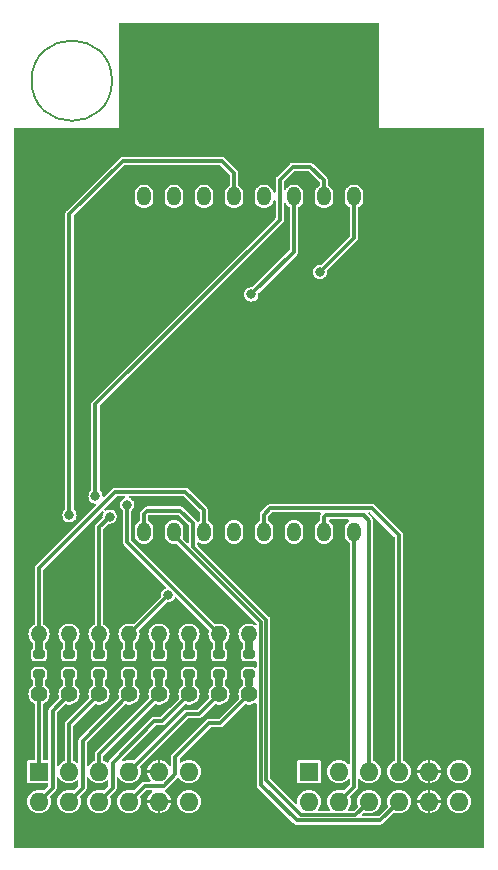
<source format=gtl>
G04 #@! TF.GenerationSoftware,KiCad,Pcbnew,(7.0.0)*
G04 #@! TF.CreationDate,2023-03-12T18:52:52+09:00*
G04 #@! TF.ProjectId,Pmod_MatrixLED,506d6f64-5f4d-4617-9472-69784c45442e,rev?*
G04 #@! TF.SameCoordinates,Original*
G04 #@! TF.FileFunction,Copper,L1,Top*
G04 #@! TF.FilePolarity,Positive*
%FSLAX46Y46*%
G04 Gerber Fmt 4.6, Leading zero omitted, Abs format (unit mm)*
G04 Created by KiCad (PCBNEW (7.0.0)) date 2023-03-12 18:52:52*
%MOMM*%
%LPD*%
G01*
G04 APERTURE LIST*
G04 Aperture macros list*
%AMRoundRect*
0 Rectangle with rounded corners*
0 $1 Rounding radius*
0 $2 $3 $4 $5 $6 $7 $8 $9 X,Y pos of 4 corners*
0 Add a 4 corners polygon primitive as box body*
4,1,4,$2,$3,$4,$5,$6,$7,$8,$9,$2,$3,0*
0 Add four circle primitives for the rounded corners*
1,1,$1+$1,$2,$3*
1,1,$1+$1,$4,$5*
1,1,$1+$1,$6,$7*
1,1,$1+$1,$8,$9*
0 Add four rect primitives between the rounded corners*
20,1,$1+$1,$2,$3,$4,$5,0*
20,1,$1+$1,$4,$5,$6,$7,0*
20,1,$1+$1,$6,$7,$8,$9,0*
20,1,$1+$1,$8,$9,$2,$3,0*%
G04 Aperture macros list end*
G04 #@! TA.AperFunction,NonConductor*
%ADD10C,0.150000*%
G04 #@! TD*
G04 #@! TA.AperFunction,ComponentPad*
%ADD11R,1.600000X1.600000*%
G04 #@! TD*
G04 #@! TA.AperFunction,ComponentPad*
%ADD12O,1.600000X1.600000*%
G04 #@! TD*
G04 #@! TA.AperFunction,ComponentPad*
%ADD13C,1.400000*%
G04 #@! TD*
G04 #@! TA.AperFunction,SMDPad,CuDef*
%ADD14RoundRect,0.200000X0.275000X-0.200000X0.275000X0.200000X-0.275000X0.200000X-0.275000X-0.200000X0*%
G04 #@! TD*
G04 #@! TA.AperFunction,SMDPad,CuDef*
%ADD15O,0.600000X1.650000*%
G04 #@! TD*
G04 #@! TA.AperFunction,ComponentPad*
%ADD16O,1.400000X1.400000*%
G04 #@! TD*
G04 #@! TA.AperFunction,ComponentPad*
%ADD17O,1.200000X1.600000*%
G04 #@! TD*
G04 #@! TA.AperFunction,ViaPad*
%ADD18C,0.800000*%
G04 #@! TD*
G04 #@! TA.AperFunction,Conductor*
%ADD19C,0.300000*%
G04 #@! TD*
G04 APERTURE END LIST*
D10*
X-11598530Y24000000D02*
G75*
G03*
X-11598530Y24000000I-3401470J0D01*
G01*
D11*
G04 #@! TO.P,J1,1,Pin_1*
G04 #@! TO.N,/PMOD0_P1_CATHODE1*
X5079999Y-34489999D03*
D12*
G04 #@! TO.P,J1,2,Pin_2*
G04 #@! TO.N,/PMOD0_P2_CATHODE3*
X7619999Y-34489999D03*
G04 #@! TO.P,J1,3,Pin_3*
G04 #@! TO.N,/PMOD0_P3_CATHODE5*
X10159999Y-34489999D03*
G04 #@! TO.P,J1,4,Pin_4*
G04 #@! TO.N,/PMOD0_P4_CATHODE7*
X12699999Y-34489999D03*
G04 #@! TO.P,J1,5,Pin_5*
G04 #@! TO.N,GND*
X15239999Y-34489999D03*
G04 #@! TO.P,J1,6,Pin_6*
G04 #@! TO.N,+3V3*
X17779999Y-34489999D03*
G04 #@! TO.P,J1,7,Pin_7*
G04 #@! TO.N,/PMOD0_P7_CATHODE0*
X5079999Y-37029999D03*
G04 #@! TO.P,J1,8,Pin_8*
G04 #@! TO.N,/PMOD0_P8_CATHODE2*
X7619999Y-37029999D03*
G04 #@! TO.P,J1,9,Pin_9*
G04 #@! TO.N,/PMOD0_P9_CATHODE4*
X10159999Y-37029999D03*
G04 #@! TO.P,J1,10,Pin_10*
G04 #@! TO.N,/PMOD0_P10_CATHODE6*
X12699999Y-37029999D03*
G04 #@! TO.P,J1,11,Pin_11*
G04 #@! TO.N,GND*
X15239999Y-37029999D03*
G04 #@! TO.P,J1,12,Pin_12*
G04 #@! TO.N,+3V3*
X17779999Y-37029999D03*
G04 #@! TD*
D13*
G04 #@! TO.P,R8,1*
G04 #@! TO.N,/PMOD1_P4_ANODE7*
X-2540000Y-27940000D03*
D14*
X-2540000Y-26225000D03*
D15*
X-2539999Y-26774999D03*
D14*
G04 #@! TO.P,R8,2*
G04 #@! TO.N,Net-(U1-COL8)*
X-2540000Y-24575000D03*
D15*
X-2539999Y-24024999D03*
D16*
X-2539999Y-22859999D03*
G04 #@! TD*
D13*
G04 #@! TO.P,R4,1*
G04 #@! TO.N,/PMOD1_P2_ANODE3*
X-12700000Y-27940000D03*
D14*
X-12700000Y-26225000D03*
D15*
X-12699999Y-26774999D03*
D14*
G04 #@! TO.P,R4,2*
G04 #@! TO.N,Net-(U1-COL4)*
X-12700000Y-24575000D03*
D15*
X-12699999Y-24024999D03*
D16*
X-12699999Y-22859999D03*
G04 #@! TD*
D13*
G04 #@! TO.P,R2,1*
G04 #@! TO.N,/PMOD1_P1_ANODE1*
X-17780000Y-27940000D03*
D14*
X-17780000Y-26225000D03*
D15*
X-17779999Y-26774999D03*
D14*
G04 #@! TO.P,R2,2*
G04 #@! TO.N,Net-(U1-COL2)*
X-17780000Y-24575000D03*
D15*
X-17779999Y-24024999D03*
D16*
X-17779999Y-22859999D03*
G04 #@! TD*
D13*
G04 #@! TO.P,R3,1*
G04 #@! TO.N,/PMOD1_P8_ANODE2*
X-10160000Y-27940000D03*
D14*
X-10160000Y-26225000D03*
D15*
X-10159999Y-26774999D03*
D14*
G04 #@! TO.P,R3,2*
G04 #@! TO.N,Net-(U1-COL3)*
X-10160000Y-24575000D03*
D15*
X-10159999Y-24024999D03*
D16*
X-10159999Y-22859999D03*
G04 #@! TD*
D13*
G04 #@! TO.P,R1,1*
G04 #@! TO.N,/PMOD1_P7_ANODE0*
X-15240000Y-27940000D03*
D14*
X-15240000Y-26225000D03*
D15*
X-15239999Y-26774999D03*
D14*
G04 #@! TO.P,R1,2*
G04 #@! TO.N,Net-(U1-COL1)*
X-15240000Y-24575000D03*
D15*
X-15239999Y-24024999D03*
D16*
X-15239999Y-22859999D03*
G04 #@! TD*
D13*
G04 #@! TO.P,R6,1*
G04 #@! TO.N,/PMOD1_P3_ANODE5*
X-7620000Y-27940000D03*
D14*
X-7620000Y-26225000D03*
D15*
X-7619999Y-26774999D03*
D14*
G04 #@! TO.P,R6,2*
G04 #@! TO.N,Net-(U1-COL6)*
X-7620000Y-24575000D03*
D15*
X-7619999Y-24024999D03*
D16*
X-7619999Y-22859999D03*
G04 #@! TD*
D11*
G04 #@! TO.P,J2,1,Pin_1*
G04 #@! TO.N,/PMOD1_P1_ANODE1*
X-17779999Y-34489999D03*
D12*
G04 #@! TO.P,J2,2,Pin_2*
G04 #@! TO.N,/PMOD1_P2_ANODE3*
X-15239999Y-34489999D03*
G04 #@! TO.P,J2,3,Pin_3*
G04 #@! TO.N,/PMOD1_P3_ANODE5*
X-12699999Y-34489999D03*
G04 #@! TO.P,J2,4,Pin_4*
G04 #@! TO.N,/PMOD1_P4_ANODE7*
X-10159999Y-34489999D03*
G04 #@! TO.P,J2,5,Pin_5*
G04 #@! TO.N,GND*
X-7619999Y-34489999D03*
G04 #@! TO.P,J2,6,Pin_6*
G04 #@! TO.N,+3V3*
X-5079999Y-34489999D03*
G04 #@! TO.P,J2,7,Pin_7*
G04 #@! TO.N,/PMOD1_P7_ANODE0*
X-17779999Y-37029999D03*
G04 #@! TO.P,J2,8,Pin_8*
G04 #@! TO.N,/PMOD1_P8_ANODE2*
X-15239999Y-37029999D03*
G04 #@! TO.P,J2,9,Pin_9*
G04 #@! TO.N,/PMOD1_P9_ANODE4*
X-12699999Y-37029999D03*
G04 #@! TO.P,J2,10,Pin_10*
G04 #@! TO.N,/PMOD1_P10_ANODE6*
X-10159999Y-37029999D03*
G04 #@! TO.P,J2,11,Pin_11*
G04 #@! TO.N,GND*
X-7619999Y-37029999D03*
G04 #@! TO.P,J2,12,Pin_12*
G04 #@! TO.N,+3V3*
X-5079999Y-37029999D03*
G04 #@! TD*
D13*
G04 #@! TO.P,R5,1*
G04 #@! TO.N,/PMOD1_P9_ANODE4*
X-5080000Y-27940000D03*
D14*
X-5080000Y-26225000D03*
D15*
X-5079999Y-26774999D03*
D14*
G04 #@! TO.P,R5,2*
G04 #@! TO.N,Net-(U1-COL5)*
X-5080000Y-24575000D03*
D15*
X-5079999Y-24024999D03*
D16*
X-5079999Y-22859999D03*
G04 #@! TD*
D17*
G04 #@! TO.P,U1,1,ROW5*
G04 #@! TO.N,/PMOD0_P9_CATHODE4*
X-8889999Y-14199999D03*
G04 #@! TO.P,U1,2,ROW7*
G04 #@! TO.N,/PMOD0_P10_CATHODE6*
X-6349999Y-14199999D03*
G04 #@! TO.P,U1,3,COL2*
G04 #@! TO.N,Net-(U1-COL2)*
X-3809999Y-14199999D03*
G04 #@! TO.P,U1,4,COL3*
G04 #@! TO.N,Net-(U1-COL3)*
X-1269999Y-14199999D03*
G04 #@! TO.P,U1,5,ROW8*
G04 #@! TO.N,/PMOD0_P4_CATHODE7*
X1269999Y-14199999D03*
G04 #@! TO.P,U1,6,COL5*
G04 #@! TO.N,Net-(U1-COL5)*
X3809999Y-14199999D03*
G04 #@! TO.P,U1,7,ROW6*
G04 #@! TO.N,/PMOD0_P3_CATHODE5*
X6349999Y-14199999D03*
G04 #@! TO.P,U1,8,ROW3*
G04 #@! TO.N,/PMOD0_P8_CATHODE2*
X8889999Y-14199999D03*
G04 #@! TO.P,U1,9,ROW1*
G04 #@! TO.N,/PMOD0_P7_CATHODE0*
X8889999Y14199999D03*
G04 #@! TO.P,U1,10,COL4*
G04 #@! TO.N,Net-(U1-COL4)*
X6349999Y14199999D03*
G04 #@! TO.P,U1,11,COL6*
G04 #@! TO.N,Net-(U1-COL6)*
X3809999Y14199999D03*
G04 #@! TO.P,U1,12,ROW4*
G04 #@! TO.N,/PMOD0_P2_CATHODE3*
X1269999Y14199999D03*
G04 #@! TO.P,U1,13,COL1*
G04 #@! TO.N,Net-(U1-COL1)*
X-1269999Y14199999D03*
G04 #@! TO.P,U1,14,ROW2*
G04 #@! TO.N,/PMOD0_P1_CATHODE1*
X-3809999Y14199999D03*
G04 #@! TO.P,U1,15,COL7*
G04 #@! TO.N,Net-(U1-COL7)*
X-6349999Y14199999D03*
G04 #@! TO.P,U1,16,COL8*
G04 #@! TO.N,Net-(U1-COL8)*
X-8889999Y14199999D03*
G04 #@! TD*
D13*
G04 #@! TO.P,R7,1*
G04 #@! TO.N,/PMOD1_P10_ANODE6*
X0Y-27940000D03*
D14*
X0Y-26225000D03*
D15*
X0Y-26774999D03*
D14*
G04 #@! TO.P,R7,2*
G04 #@! TO.N,Net-(U1-COL7)*
X0Y-24575000D03*
D15*
X0Y-24024999D03*
D16*
X0Y-22859999D03*
G04 #@! TD*
D18*
G04 #@! TO.N,GND*
X-1100000Y-17700000D03*
X-11900000Y-10000000D03*
X1800000Y12500000D03*
X4000000Y-32700000D03*
X8700000Y-11000000D03*
X1100000Y-11500000D03*
X-16700000Y-17700000D03*
X4700000Y9400000D03*
X-2100000Y8700000D03*
X4300000Y-20000000D03*
X-16000000Y-14100000D03*
X11100000Y-14100000D03*
X3000000Y7100000D03*
X2400000Y-21900000D03*
X-2500000Y-13200000D03*
X-7700000Y-15300000D03*
X11400000Y-33000000D03*
X-7900000Y-18900000D03*
X6700000Y9900000D03*
X900000Y9100000D03*
X-900000Y7500000D03*
X2300000Y-34900000D03*
X6200000Y-11000000D03*
X3900000Y2600000D03*
X-600000Y-11600000D03*
X200000Y-18900000D03*
X-300000Y10300000D03*
X1200000Y5100000D03*
X-5400000Y-16800000D03*
X1500000Y-20200000D03*
X-13900000Y-12100000D03*
X-11300000Y-14000000D03*
X3700000Y-11000000D03*
X-13500000Y-14300000D03*
G04 #@! TO.N,Net-(U1-COL1)*
X-15200000Y-12800000D03*
G04 #@! TO.N,/PMOD0_P7_CATHODE0*
X6000000Y7800000D03*
G04 #@! TO.N,Net-(U1-COL3)*
X-6844622Y-19544622D03*
G04 #@! TO.N,Net-(U1-COL4)*
X-11800000Y-12900000D03*
X-13000000Y-11200000D03*
G04 #@! TO.N,Net-(U1-COL6)*
X200000Y5900000D03*
G04 #@! TO.N,Net-(U1-COL8)*
X-10300000Y-11900000D03*
G04 #@! TD*
D19*
G04 #@! TO.N,Net-(U1-COL1)*
X-2300000Y17200000D02*
X-1270000Y16170000D01*
X-15200000Y12700000D02*
X-10700000Y17200000D01*
X-10700000Y17200000D02*
X-2300000Y17200000D01*
X-15200000Y-12800000D02*
X-15200000Y12700000D01*
X-1270000Y16170000D02*
X-1270000Y14200000D01*
G04 #@! TO.N,Net-(U1-COL2)*
X-3810000Y-12390000D02*
X-3810000Y-14200000D01*
X-17780000Y-17280000D02*
X-11300000Y-10800000D01*
X-17780000Y-22860000D02*
X-17780000Y-17280000D01*
X-11300000Y-10800000D02*
X-5400000Y-10800000D01*
X-5400000Y-10800000D02*
X-3810000Y-12390000D01*
G04 #@! TO.N,/PMOD0_P3_CATHODE5*
X6500000Y-12800000D02*
X6350000Y-12950000D01*
X9720000Y-12800000D02*
X6500000Y-12800000D01*
X10160000Y-34490000D02*
X10160000Y-13240000D01*
X10160000Y-13240000D02*
X9720000Y-12800000D01*
X6350000Y-12950000D02*
X6350000Y-14200000D01*
G04 #@! TO.N,/PMOD0_P4_CATHODE7*
X12700000Y-14500000D02*
X10400000Y-12200000D01*
X10400000Y-12200000D02*
X1800000Y-12200000D01*
X1270000Y-12730000D02*
X1270000Y-14200000D01*
X1800000Y-12200000D02*
X1270000Y-12730000D01*
X12700000Y-34490000D02*
X12700000Y-14500000D01*
G04 #@! TO.N,/PMOD0_P7_CATHODE0*
X6000000Y7800000D02*
X8890000Y10690000D01*
X8890000Y10690000D02*
X8890000Y14200000D01*
G04 #@! TO.N,/PMOD0_P8_CATHODE2*
X7620000Y-37030000D02*
X8890000Y-35760000D01*
X8890000Y-35760000D02*
X8890000Y-14200000D01*
G04 #@! TO.N,/PMOD0_P9_CATHODE4*
X-8890000Y-12690000D02*
X-8890000Y-14200000D01*
X9010489Y-38179511D02*
X4379511Y-38179511D01*
X4379511Y-38179511D02*
X1449022Y-35249022D01*
X-8600000Y-12400000D02*
X-8890000Y-12690000D01*
X1449022Y-21649022D02*
X-4709520Y-15490480D01*
X-4709520Y-15490480D02*
X-4709520Y-13490480D01*
X-5800000Y-12400000D02*
X-8600000Y-12400000D01*
X1449022Y-35249022D02*
X1449022Y-21649022D01*
X-4709520Y-13490480D02*
X-5800000Y-12400000D01*
X10160000Y-37030000D02*
X9010489Y-38179511D01*
G04 #@! TO.N,/PMOD0_P10_CATHODE6*
X11100979Y-38629021D02*
X4029021Y-38629021D01*
X-6350000Y-14485704D02*
X-6350000Y-14200000D01*
X999511Y-21835215D02*
X-6350000Y-14485704D01*
X12700000Y-37030000D02*
X11100979Y-38629021D01*
X999511Y-35599511D02*
X999511Y-21835215D01*
X4029021Y-38629021D02*
X999511Y-35599511D01*
G04 #@! TO.N,/PMOD1_P1_ANODE1*
X-17780000Y-34490000D02*
X-17780000Y-27940000D01*
G04 #@! TO.N,/PMOD1_P2_ANODE3*
X-15240000Y-34490000D02*
X-15240000Y-30480000D01*
X-15240000Y-30480000D02*
X-12700000Y-27940000D01*
G04 #@! TO.N,/PMOD1_P3_ANODE5*
X-12700000Y-33020000D02*
X-7620000Y-27940000D01*
X-12700000Y-34490000D02*
X-12700000Y-33020000D01*
G04 #@! TO.N,/PMOD1_P4_ANODE7*
X-4200000Y-29600000D02*
X-2540000Y-27940000D01*
X-10160000Y-34490000D02*
X-5270000Y-29600000D01*
X-5270000Y-29600000D02*
X-4200000Y-29600000D01*
G04 #@! TO.N,/PMOD1_P7_ANODE0*
X-16630489Y-29330489D02*
X-15240000Y-27940000D01*
X-16630489Y-35880489D02*
X-16630489Y-29330489D01*
X-17780000Y-37030000D02*
X-16630489Y-35880489D01*
G04 #@! TO.N,/PMOD1_P8_ANODE2*
X-14090489Y-35880489D02*
X-14090489Y-31870489D01*
X-15240000Y-37030000D02*
X-14090489Y-35880489D01*
X-14090489Y-31870489D02*
X-10160000Y-27940000D01*
G04 #@! TO.N,/PMOD1_P9_ANODE4*
X-8000000Y-30200000D02*
X-7340000Y-30200000D01*
X-11550489Y-35880489D02*
X-11550489Y-33750489D01*
X-7340000Y-30200000D02*
X-5080000Y-27940000D01*
X-11550489Y-33750489D02*
X-8000000Y-30200000D01*
X-12700000Y-37030000D02*
X-11550489Y-35880489D01*
G04 #@! TO.N,/PMOD1_P10_ANODE6*
X-7204345Y-35700000D02*
X-6229511Y-34725166D01*
X-6229511Y-33229511D02*
X-3400000Y-30400000D01*
X-3400000Y-30400000D02*
X-2460000Y-30400000D01*
X-8830000Y-35700000D02*
X-7204345Y-35700000D01*
X-2460000Y-30400000D02*
X0Y-27940000D01*
X-10160000Y-37030000D02*
X-8830000Y-35700000D01*
X-6229511Y-34725166D02*
X-6229511Y-33229511D01*
G04 #@! TO.N,Net-(U1-COL3)*
X-10160000Y-22860000D02*
X-6844622Y-19544622D01*
G04 #@! TO.N,Net-(U1-COL4)*
X5200000Y16700000D02*
X6350000Y15550000D01*
X-13000000Y-3400000D02*
X2600000Y12200000D01*
X-13000000Y-11200000D02*
X-13000000Y-3400000D01*
X3700000Y16700000D02*
X5200000Y16700000D01*
X-12700000Y-13800000D02*
X-11800000Y-12900000D01*
X2600000Y12200000D02*
X2600000Y15600000D01*
X6350000Y15550000D02*
X6350000Y14200000D01*
X2600000Y15600000D02*
X3700000Y16700000D01*
X-12700000Y-22860000D02*
X-12700000Y-13800000D01*
G04 #@! TO.N,Net-(U1-COL6)*
X3810000Y9510000D02*
X3810000Y14200000D01*
X200000Y5900000D02*
X3810000Y9510000D01*
G04 #@! TO.N,Net-(U1-COL8)*
X-2540000Y-22860000D02*
X-8100000Y-17300000D01*
X-10300000Y-15100000D02*
X-10300000Y-11900000D01*
X-8100000Y-17300000D02*
X-10300000Y-15100000D01*
G04 #@! TD*
G04 #@! TA.AperFunction,Conductor*
G04 #@! TO.N,GND*
G36*
X10950500Y28911237D02*
G01*
X10986737Y28875000D01*
X11000000Y28825500D01*
X11000000Y20000000D01*
X19825500Y20000000D01*
X19875000Y19986737D01*
X19911237Y19950500D01*
X19924500Y19901000D01*
X19924500Y-40825500D01*
X19911237Y-40875000D01*
X19875000Y-40911237D01*
X19825500Y-40924500D01*
X-19825500Y-40924500D01*
X-19875000Y-40911237D01*
X-19911237Y-40875000D01*
X-19924500Y-40825500D01*
X-19924500Y-37030000D01*
X-18785341Y-37030000D01*
X-18766024Y-37226132D01*
X-18708814Y-37414727D01*
X-18615910Y-37588538D01*
X-18490883Y-37740883D01*
X-18338538Y-37865910D01*
X-18164727Y-37958814D01*
X-17976132Y-38016024D01*
X-17780000Y-38035341D01*
X-17583868Y-38016024D01*
X-17395273Y-37958814D01*
X-17221462Y-37865910D01*
X-17069117Y-37740883D01*
X-17050249Y-37717892D01*
X-16947173Y-37592295D01*
X-16947171Y-37592292D01*
X-16944090Y-37588538D01*
X-16851186Y-37414727D01*
X-16849715Y-37409878D01*
X-16795388Y-37230788D01*
X-16795387Y-37230784D01*
X-16793976Y-37226132D01*
X-16774659Y-37030000D01*
X-16793976Y-36833868D01*
X-16795386Y-36829217D01*
X-16795388Y-36829211D01*
X-16845226Y-36664917D01*
X-16846522Y-36612124D01*
X-16820493Y-36566175D01*
X-16415608Y-36161290D01*
X-16399750Y-36148414D01*
X-16396688Y-36146413D01*
X-16396687Y-36146412D01*
X-16389820Y-36141926D01*
X-16371042Y-36117800D01*
X-16367584Y-36113884D01*
X-16367659Y-36113821D01*
X-16365003Y-36110685D01*
X-16362114Y-36107796D01*
X-16350621Y-36091698D01*
X-16348188Y-36088436D01*
X-16341229Y-36079496D01*
X-16317972Y-36049615D01*
X-16315562Y-36042596D01*
X-16311249Y-36036555D01*
X-16308909Y-36028696D01*
X-16308908Y-36028694D01*
X-16297209Y-35989398D01*
X-16295961Y-35985503D01*
X-16282651Y-35946733D01*
X-16282650Y-35946729D01*
X-16279989Y-35938977D01*
X-16279989Y-35931554D01*
X-16277872Y-35924443D01*
X-16278239Y-35915581D01*
X-16279904Y-35875313D01*
X-16279989Y-35871222D01*
X-16279989Y-35061963D01*
X-16266400Y-35011903D01*
X-16229363Y-34975586D01*
X-16179046Y-34962982D01*
X-16129262Y-34977551D01*
X-16093679Y-35015293D01*
X-16075910Y-35048538D01*
X-15950883Y-35200883D01*
X-15798538Y-35325910D01*
X-15624727Y-35418814D01*
X-15436132Y-35476024D01*
X-15240000Y-35495341D01*
X-15043868Y-35476024D01*
X-14855273Y-35418814D01*
X-14681462Y-35325910D01*
X-14602792Y-35261347D01*
X-14552108Y-35239621D01*
X-14497661Y-35248381D01*
X-14456349Y-35284911D01*
X-14440989Y-35337876D01*
X-14440989Y-35694299D01*
X-14448525Y-35732185D01*
X-14469985Y-35764303D01*
X-14776175Y-36070493D01*
X-14822124Y-36096522D01*
X-14874917Y-36095226D01*
X-15039211Y-36045388D01*
X-15039217Y-36045386D01*
X-15043868Y-36043976D01*
X-15048708Y-36043499D01*
X-15048710Y-36043499D01*
X-15235157Y-36025136D01*
X-15240000Y-36024659D01*
X-15244843Y-36025136D01*
X-15422120Y-36042596D01*
X-15436132Y-36043976D01*
X-15440784Y-36045387D01*
X-15440788Y-36045388D01*
X-15620070Y-36099773D01*
X-15620072Y-36099774D01*
X-15624727Y-36101186D01*
X-15629017Y-36103479D01*
X-15629019Y-36103480D01*
X-15646728Y-36112946D01*
X-15798538Y-36194090D01*
X-15802292Y-36197171D01*
X-15802295Y-36197173D01*
X-15947118Y-36316027D01*
X-15950883Y-36319117D01*
X-16075910Y-36471462D01*
X-16168814Y-36645273D01*
X-16226024Y-36833868D01*
X-16245341Y-37030000D01*
X-16226024Y-37226132D01*
X-16168814Y-37414727D01*
X-16075910Y-37588538D01*
X-15950883Y-37740883D01*
X-15798538Y-37865910D01*
X-15624727Y-37958814D01*
X-15436132Y-38016024D01*
X-15240000Y-38035341D01*
X-15043868Y-38016024D01*
X-14855273Y-37958814D01*
X-14681462Y-37865910D01*
X-14529117Y-37740883D01*
X-14510249Y-37717892D01*
X-14407173Y-37592295D01*
X-14407171Y-37592292D01*
X-14404090Y-37588538D01*
X-14311186Y-37414727D01*
X-14309715Y-37409878D01*
X-14255388Y-37230788D01*
X-14255387Y-37230784D01*
X-14253976Y-37226132D01*
X-14234659Y-37030000D01*
X-14253976Y-36833868D01*
X-14255386Y-36829217D01*
X-14255388Y-36829211D01*
X-14305226Y-36664917D01*
X-14306522Y-36612124D01*
X-14280493Y-36566175D01*
X-13875608Y-36161290D01*
X-13859750Y-36148414D01*
X-13856688Y-36146413D01*
X-13856687Y-36146412D01*
X-13849820Y-36141926D01*
X-13831042Y-36117800D01*
X-13827584Y-36113884D01*
X-13827659Y-36113821D01*
X-13825003Y-36110685D01*
X-13822114Y-36107796D01*
X-13810621Y-36091698D01*
X-13808188Y-36088436D01*
X-13801229Y-36079496D01*
X-13777972Y-36049615D01*
X-13775562Y-36042596D01*
X-13771249Y-36036555D01*
X-13768909Y-36028696D01*
X-13768908Y-36028694D01*
X-13757209Y-35989398D01*
X-13755961Y-35985503D01*
X-13742651Y-35946733D01*
X-13742650Y-35946729D01*
X-13739989Y-35938977D01*
X-13739989Y-35931554D01*
X-13737872Y-35924443D01*
X-13738239Y-35915581D01*
X-13739904Y-35875313D01*
X-13739989Y-35871222D01*
X-13739989Y-35061963D01*
X-13726400Y-35011903D01*
X-13689363Y-34975586D01*
X-13639046Y-34962982D01*
X-13589262Y-34977551D01*
X-13553679Y-35015293D01*
X-13535910Y-35048538D01*
X-13410883Y-35200883D01*
X-13258538Y-35325910D01*
X-13084727Y-35418814D01*
X-12896132Y-35476024D01*
X-12700000Y-35495341D01*
X-12503868Y-35476024D01*
X-12315273Y-35418814D01*
X-12141462Y-35325910D01*
X-12062792Y-35261347D01*
X-12012108Y-35239621D01*
X-11957661Y-35248381D01*
X-11916349Y-35284911D01*
X-11900989Y-35337876D01*
X-11900989Y-35694299D01*
X-11908525Y-35732185D01*
X-11929985Y-35764303D01*
X-12236175Y-36070493D01*
X-12282124Y-36096522D01*
X-12334917Y-36095226D01*
X-12499211Y-36045388D01*
X-12499217Y-36045386D01*
X-12503868Y-36043976D01*
X-12508708Y-36043499D01*
X-12508710Y-36043499D01*
X-12695157Y-36025136D01*
X-12700000Y-36024659D01*
X-12704843Y-36025136D01*
X-12882120Y-36042596D01*
X-12896132Y-36043976D01*
X-12900784Y-36045387D01*
X-12900788Y-36045388D01*
X-13080070Y-36099773D01*
X-13080072Y-36099774D01*
X-13084727Y-36101186D01*
X-13089017Y-36103479D01*
X-13089019Y-36103480D01*
X-13106728Y-36112946D01*
X-13258538Y-36194090D01*
X-13262292Y-36197171D01*
X-13262295Y-36197173D01*
X-13407118Y-36316027D01*
X-13410883Y-36319117D01*
X-13535910Y-36471462D01*
X-13628814Y-36645273D01*
X-13686024Y-36833868D01*
X-13705341Y-37030000D01*
X-13686024Y-37226132D01*
X-13628814Y-37414727D01*
X-13535910Y-37588538D01*
X-13410883Y-37740883D01*
X-13258538Y-37865910D01*
X-13084727Y-37958814D01*
X-12896132Y-38016024D01*
X-12700000Y-38035341D01*
X-12503868Y-38016024D01*
X-12315273Y-37958814D01*
X-12141462Y-37865910D01*
X-11989117Y-37740883D01*
X-11970249Y-37717892D01*
X-11867173Y-37592295D01*
X-11867171Y-37592292D01*
X-11864090Y-37588538D01*
X-11771186Y-37414727D01*
X-11769715Y-37409878D01*
X-11715388Y-37230788D01*
X-11715387Y-37230784D01*
X-11713976Y-37226132D01*
X-11694659Y-37030000D01*
X-11713976Y-36833868D01*
X-11715386Y-36829217D01*
X-11715388Y-36829211D01*
X-11765226Y-36664917D01*
X-11766522Y-36612124D01*
X-11740493Y-36566175D01*
X-11335608Y-36161290D01*
X-11319750Y-36148414D01*
X-11316688Y-36146413D01*
X-11316687Y-36146412D01*
X-11309820Y-36141926D01*
X-11291042Y-36117800D01*
X-11287584Y-36113884D01*
X-11287659Y-36113821D01*
X-11285003Y-36110685D01*
X-11282114Y-36107796D01*
X-11270621Y-36091698D01*
X-11268188Y-36088436D01*
X-11261229Y-36079496D01*
X-11237972Y-36049615D01*
X-11235562Y-36042596D01*
X-11231249Y-36036555D01*
X-11228909Y-36028696D01*
X-11228908Y-36028694D01*
X-11217209Y-35989398D01*
X-11215961Y-35985503D01*
X-11202651Y-35946733D01*
X-11202650Y-35946729D01*
X-11199989Y-35938977D01*
X-11199989Y-35931554D01*
X-11197872Y-35924443D01*
X-11198239Y-35915581D01*
X-11199904Y-35875313D01*
X-11199989Y-35871222D01*
X-11199989Y-35061963D01*
X-11186400Y-35011903D01*
X-11149363Y-34975586D01*
X-11099046Y-34962982D01*
X-11049262Y-34977551D01*
X-11013679Y-35015293D01*
X-10995910Y-35048538D01*
X-10870883Y-35200883D01*
X-10718538Y-35325910D01*
X-10544727Y-35418814D01*
X-10356132Y-35476024D01*
X-10160000Y-35495341D01*
X-9963868Y-35476024D01*
X-9775273Y-35418814D01*
X-9601462Y-35325910D01*
X-9449117Y-35200883D01*
X-9393272Y-35132836D01*
X-9327173Y-35052295D01*
X-9327171Y-35052292D01*
X-9324090Y-35048538D01*
X-9231186Y-34874727D01*
X-9173976Y-34686132D01*
X-9154659Y-34490000D01*
X-9165866Y-34376208D01*
X-8613631Y-34376208D01*
X-8611669Y-34386990D01*
X-8601131Y-34390000D01*
X-7733033Y-34390000D01*
X-7722754Y-34387245D01*
X-7720000Y-34376967D01*
X-7720000Y-33508869D01*
X-7723009Y-33498330D01*
X-7733791Y-33496368D01*
X-7811190Y-33503991D01*
X-7820690Y-33505881D01*
X-7999878Y-33560237D01*
X-8008827Y-33563944D01*
X-8173971Y-33652215D01*
X-8182015Y-33657590D01*
X-8326763Y-33776382D01*
X-8333617Y-33783236D01*
X-8452409Y-33927984D01*
X-8457784Y-33936028D01*
X-8546055Y-34101172D01*
X-8549762Y-34110121D01*
X-8604118Y-34289309D01*
X-8606008Y-34298809D01*
X-8613631Y-34376208D01*
X-9165866Y-34376208D01*
X-9173976Y-34293868D01*
X-9175386Y-34289217D01*
X-9175388Y-34289211D01*
X-9225226Y-34124917D01*
X-9226522Y-34072124D01*
X-9200493Y-34026175D01*
X-5153814Y-29979496D01*
X-5121696Y-29958036D01*
X-5083810Y-29950500D01*
X-4246620Y-29950500D01*
X-4226304Y-29952607D01*
X-4222712Y-29953360D01*
X-4222711Y-29953360D01*
X-4214685Y-29955043D01*
X-4184337Y-29951259D01*
X-4179125Y-29950936D01*
X-4179134Y-29950838D01*
X-4175056Y-29950500D01*
X-4170960Y-29950500D01*
X-4151481Y-29947249D01*
X-4147429Y-29946659D01*
X-4141869Y-29945965D01*
X-4098607Y-29940573D01*
X-4091939Y-29937313D01*
X-4084619Y-29936092D01*
X-4041359Y-29912680D01*
X-4037730Y-29910812D01*
X-4000884Y-29892800D01*
X-4000883Y-29892799D01*
X-3993516Y-29889198D01*
X-3988267Y-29883949D01*
X-3981742Y-29880418D01*
X-3976185Y-29874382D01*
X-3976184Y-29874381D01*
X-3948444Y-29844247D01*
X-3945612Y-29841294D01*
X-2926922Y-28822604D01*
X-2880025Y-28796342D01*
X-2826318Y-28798456D01*
X-2824548Y-28799030D01*
X-2819803Y-28801144D01*
X-2634646Y-28840500D01*
X-2450543Y-28840500D01*
X-2445354Y-28840500D01*
X-2260197Y-28801144D01*
X-2087270Y-28724151D01*
X-1934129Y-28612888D01*
X-1807467Y-28472216D01*
X-1712821Y-28308284D01*
X-1654326Y-28128256D01*
X-1653784Y-28123106D01*
X-1653783Y-28123098D01*
X-1635082Y-27945157D01*
X-1634540Y-27940000D01*
X-1635082Y-27934843D01*
X-1653783Y-27756901D01*
X-1653784Y-27756891D01*
X-1654326Y-27751744D01*
X-1655927Y-27746816D01*
X-1655928Y-27746812D01*
X-1711219Y-27576646D01*
X-1711219Y-27576644D01*
X-1712821Y-27571716D01*
X-1807467Y-27407784D01*
X-1810933Y-27403933D01*
X-1810938Y-27403928D01*
X-1930652Y-27270972D01*
X-1930659Y-27270965D01*
X-1934129Y-27267112D01*
X-1998689Y-27220206D01*
X-2028710Y-27185058D01*
X-2039500Y-27140113D01*
X-2039500Y-26806900D01*
X-2031964Y-26769014D01*
X-2010504Y-26736896D01*
X-1942456Y-26668848D01*
X-1936950Y-26663342D01*
X-1879354Y-26550304D01*
X-1864500Y-26456519D01*
X-1864500Y-26452623D01*
X-1864500Y-25997376D01*
X-1864500Y-25997363D01*
X-1864501Y-25993482D01*
X-1865110Y-25989634D01*
X-1865110Y-25989633D01*
X-1878135Y-25907389D01*
X-1878136Y-25907385D01*
X-1879354Y-25899696D01*
X-1882887Y-25892760D01*
X-1882889Y-25892757D01*
X-1933414Y-25793597D01*
X-1933415Y-25793595D01*
X-1936950Y-25786658D01*
X-1942453Y-25781154D01*
X-1942456Y-25781151D01*
X-2021151Y-25702456D01*
X-2021154Y-25702453D01*
X-2026658Y-25696950D01*
X-2033595Y-25693415D01*
X-2033597Y-25693414D01*
X-2132755Y-25642890D01*
X-2132758Y-25642888D01*
X-2139696Y-25639354D01*
X-2147387Y-25638135D01*
X-2147390Y-25638135D01*
X-2229634Y-25625109D01*
X-2229637Y-25625108D01*
X-2233481Y-25624500D01*
X-2237372Y-25624500D01*
X-2237373Y-25624500D01*
X-2842623Y-25624500D01*
X-2842635Y-25624500D01*
X-2846518Y-25624501D01*
X-2850360Y-25625109D01*
X-2850366Y-25625110D01*
X-2932610Y-25638135D01*
X-2932612Y-25638135D01*
X-2940304Y-25639354D01*
X-3053342Y-25696950D01*
X-3143050Y-25786658D01*
X-3200646Y-25899696D01*
X-3215500Y-25993481D01*
X-3215499Y-26456518D01*
X-3200646Y-26550304D01*
X-3143050Y-26663342D01*
X-3069496Y-26736895D01*
X-3069496Y-26736896D01*
X-3048036Y-26769014D01*
X-3040500Y-26806900D01*
X-3040500Y-27140113D01*
X-3051290Y-27185058D01*
X-3081310Y-27220206D01*
X-3145871Y-27267112D01*
X-3149344Y-27270969D01*
X-3149347Y-27270972D01*
X-3260759Y-27394707D01*
X-3272533Y-27407784D01*
X-3367179Y-27571716D01*
X-3425674Y-27751744D01*
X-3445460Y-27940000D01*
X-3425674Y-28128256D01*
X-3394946Y-28222822D01*
X-3392836Y-28276521D01*
X-3419097Y-28323415D01*
X-4316186Y-29220504D01*
X-4348304Y-29241964D01*
X-4386190Y-29249500D01*
X-5223386Y-29249500D01*
X-5243702Y-29247393D01*
X-5247289Y-29246640D01*
X-5247294Y-29246639D01*
X-5255315Y-29244958D01*
X-5263450Y-29245972D01*
X-5285656Y-29248740D01*
X-5290873Y-29249063D01*
X-5290865Y-29249162D01*
X-5294948Y-29249500D01*
X-5299040Y-29249500D01*
X-5303069Y-29250172D01*
X-5303078Y-29250173D01*
X-5318527Y-29252751D01*
X-5322568Y-29253339D01*
X-5363248Y-29258410D01*
X-5363257Y-29258412D01*
X-5371393Y-29259427D01*
X-5378060Y-29262686D01*
X-5385381Y-29263908D01*
X-5417777Y-29281440D01*
X-5428646Y-29287322D01*
X-5432284Y-29289194D01*
X-5476484Y-29310802D01*
X-5481732Y-29316050D01*
X-5488258Y-29319582D01*
X-5521566Y-29355764D01*
X-5524399Y-29358717D01*
X-9696175Y-33530493D01*
X-9742124Y-33556522D01*
X-9794917Y-33555226D01*
X-9959211Y-33505388D01*
X-9959217Y-33505386D01*
X-9963868Y-33503976D01*
X-9968708Y-33503499D01*
X-9968710Y-33503499D01*
X-10155157Y-33485136D01*
X-10160000Y-33484659D01*
X-10356132Y-33503976D01*
X-10360784Y-33505387D01*
X-10360788Y-33505388D01*
X-10540070Y-33559773D01*
X-10540072Y-33559774D01*
X-10544727Y-33561186D01*
X-10549017Y-33563479D01*
X-10549019Y-33563480D01*
X-10645247Y-33614915D01*
X-10699682Y-33626300D01*
X-10751667Y-33606540D01*
X-10784796Y-33561871D01*
X-10788615Y-33506388D01*
X-10761919Y-33457601D01*
X-7883814Y-30579496D01*
X-7851696Y-30558036D01*
X-7813810Y-30550500D01*
X-7386620Y-30550500D01*
X-7366304Y-30552607D01*
X-7362712Y-30553360D01*
X-7362711Y-30553360D01*
X-7354685Y-30555043D01*
X-7324337Y-30551259D01*
X-7319125Y-30550936D01*
X-7319134Y-30550838D01*
X-7315056Y-30550500D01*
X-7310960Y-30550500D01*
X-7291481Y-30547249D01*
X-7287429Y-30546659D01*
X-7281869Y-30545965D01*
X-7238607Y-30540573D01*
X-7231939Y-30537313D01*
X-7224619Y-30536092D01*
X-7181359Y-30512680D01*
X-7177730Y-30510812D01*
X-7140884Y-30492800D01*
X-7140883Y-30492799D01*
X-7133516Y-30489198D01*
X-7128267Y-30483949D01*
X-7121742Y-30480418D01*
X-7116185Y-30474382D01*
X-7116184Y-30474381D01*
X-7088444Y-30444247D01*
X-7085612Y-30441294D01*
X-5466922Y-28822604D01*
X-5420025Y-28796342D01*
X-5366318Y-28798456D01*
X-5364548Y-28799030D01*
X-5359803Y-28801144D01*
X-5174646Y-28840500D01*
X-4990543Y-28840500D01*
X-4985354Y-28840500D01*
X-4800197Y-28801144D01*
X-4627270Y-28724151D01*
X-4474129Y-28612888D01*
X-4347467Y-28472216D01*
X-4252821Y-28308284D01*
X-4194326Y-28128256D01*
X-4193784Y-28123106D01*
X-4193783Y-28123098D01*
X-4175082Y-27945157D01*
X-4174540Y-27940000D01*
X-4175082Y-27934843D01*
X-4193783Y-27756901D01*
X-4193784Y-27756891D01*
X-4194326Y-27751744D01*
X-4195927Y-27746816D01*
X-4195928Y-27746812D01*
X-4251219Y-27576646D01*
X-4251219Y-27576644D01*
X-4252821Y-27571716D01*
X-4347467Y-27407784D01*
X-4350933Y-27403933D01*
X-4350938Y-27403928D01*
X-4470652Y-27270972D01*
X-4470659Y-27270965D01*
X-4474129Y-27267112D01*
X-4538689Y-27220206D01*
X-4568710Y-27185058D01*
X-4579500Y-27140113D01*
X-4579500Y-26806900D01*
X-4571964Y-26769014D01*
X-4550504Y-26736896D01*
X-4482456Y-26668848D01*
X-4476950Y-26663342D01*
X-4419354Y-26550304D01*
X-4404500Y-26456519D01*
X-4404500Y-26452623D01*
X-4404500Y-25997376D01*
X-4404500Y-25997363D01*
X-4404501Y-25993482D01*
X-4405110Y-25989634D01*
X-4405110Y-25989633D01*
X-4418135Y-25907389D01*
X-4418136Y-25907385D01*
X-4419354Y-25899696D01*
X-4422887Y-25892760D01*
X-4422889Y-25892757D01*
X-4473414Y-25793597D01*
X-4473415Y-25793595D01*
X-4476950Y-25786658D01*
X-4482453Y-25781154D01*
X-4482456Y-25781151D01*
X-4561151Y-25702456D01*
X-4561154Y-25702453D01*
X-4566658Y-25696950D01*
X-4573595Y-25693415D01*
X-4573597Y-25693414D01*
X-4672755Y-25642890D01*
X-4672758Y-25642888D01*
X-4679696Y-25639354D01*
X-4687387Y-25638135D01*
X-4687390Y-25638135D01*
X-4769634Y-25625109D01*
X-4769637Y-25625108D01*
X-4773481Y-25624500D01*
X-4777372Y-25624500D01*
X-4777373Y-25624500D01*
X-5382623Y-25624500D01*
X-5382635Y-25624500D01*
X-5386518Y-25624501D01*
X-5390360Y-25625109D01*
X-5390366Y-25625110D01*
X-5472610Y-25638135D01*
X-5472612Y-25638135D01*
X-5480304Y-25639354D01*
X-5593342Y-25696950D01*
X-5683050Y-25786658D01*
X-5740646Y-25899696D01*
X-5755500Y-25993481D01*
X-5755499Y-26456518D01*
X-5740646Y-26550304D01*
X-5683050Y-26663342D01*
X-5609496Y-26736895D01*
X-5609496Y-26736896D01*
X-5588036Y-26769014D01*
X-5580500Y-26806900D01*
X-5580500Y-27140113D01*
X-5591290Y-27185058D01*
X-5621310Y-27220206D01*
X-5685871Y-27267112D01*
X-5689344Y-27270969D01*
X-5689347Y-27270972D01*
X-5800759Y-27394707D01*
X-5812533Y-27407784D01*
X-5907179Y-27571716D01*
X-5965674Y-27751744D01*
X-5985460Y-27940000D01*
X-5965674Y-28128256D01*
X-5934946Y-28222823D01*
X-5932836Y-28276522D01*
X-5959096Y-28323415D01*
X-6711205Y-29075523D01*
X-7456186Y-29820504D01*
X-7488304Y-29841964D01*
X-7526190Y-29849500D01*
X-7953380Y-29849500D01*
X-7973696Y-29847393D01*
X-7977287Y-29846639D01*
X-7977294Y-29846638D01*
X-7985315Y-29844957D01*
X-7993449Y-29845971D01*
X-7993451Y-29845971D01*
X-8015662Y-29848740D01*
X-8020873Y-29849063D01*
X-8020865Y-29849162D01*
X-8024947Y-29849500D01*
X-8029040Y-29849500D01*
X-8048546Y-29852754D01*
X-8052572Y-29853340D01*
X-8093253Y-29858412D01*
X-8101393Y-29859427D01*
X-8108060Y-29862686D01*
X-8115381Y-29863908D01*
X-8122592Y-29867810D01*
X-8122594Y-29867811D01*
X-8158651Y-29887324D01*
X-8162289Y-29889196D01*
X-8206483Y-29910802D01*
X-8211730Y-29916049D01*
X-8218258Y-29919582D01*
X-8246720Y-29950500D01*
X-8251577Y-29955776D01*
X-8254410Y-29958729D01*
X-11765370Y-33469688D01*
X-11781226Y-33482563D01*
X-11791158Y-33489052D01*
X-11796193Y-33495521D01*
X-11796195Y-33495523D01*
X-11809935Y-33513177D01*
X-11813393Y-33517093D01*
X-11813319Y-33517157D01*
X-11815973Y-33520291D01*
X-11818864Y-33523182D01*
X-11824083Y-33530493D01*
X-11830331Y-33539244D01*
X-11832780Y-33542528D01*
X-11857965Y-33574885D01*
X-11857967Y-33574889D01*
X-11863006Y-33581363D01*
X-11865415Y-33588381D01*
X-11869729Y-33594423D01*
X-11883780Y-33641621D01*
X-11884996Y-33645418D01*
X-11897419Y-33681603D01*
X-11922975Y-33721332D01*
X-11964034Y-33744696D01*
X-12011245Y-33746374D01*
X-12053858Y-33725983D01*
X-12137699Y-33657177D01*
X-12137707Y-33657171D01*
X-12141462Y-33654090D01*
X-12145742Y-33651802D01*
X-12145750Y-33651797D01*
X-12297168Y-33570863D01*
X-12335415Y-33534449D01*
X-12349500Y-33483553D01*
X-12349500Y-33206190D01*
X-12341964Y-33168304D01*
X-12320504Y-33136186D01*
X-8006923Y-28822604D01*
X-7960027Y-28796343D01*
X-7906321Y-28798455D01*
X-7904550Y-28799030D01*
X-7899803Y-28801144D01*
X-7714646Y-28840500D01*
X-7530543Y-28840500D01*
X-7525354Y-28840500D01*
X-7340197Y-28801144D01*
X-7167270Y-28724151D01*
X-7014129Y-28612888D01*
X-6887467Y-28472216D01*
X-6792821Y-28308284D01*
X-6734326Y-28128256D01*
X-6733784Y-28123106D01*
X-6733783Y-28123098D01*
X-6715082Y-27945157D01*
X-6714540Y-27940000D01*
X-6715082Y-27934843D01*
X-6733783Y-27756901D01*
X-6733784Y-27756891D01*
X-6734326Y-27751744D01*
X-6735927Y-27746816D01*
X-6735928Y-27746812D01*
X-6791219Y-27576646D01*
X-6791219Y-27576644D01*
X-6792821Y-27571716D01*
X-6887467Y-27407784D01*
X-6890933Y-27403933D01*
X-6890938Y-27403928D01*
X-7010652Y-27270972D01*
X-7010659Y-27270965D01*
X-7014129Y-27267112D01*
X-7078689Y-27220206D01*
X-7108710Y-27185058D01*
X-7119500Y-27140113D01*
X-7119500Y-26806900D01*
X-7111964Y-26769014D01*
X-7090504Y-26736896D01*
X-7022456Y-26668848D01*
X-7016950Y-26663342D01*
X-6959354Y-26550304D01*
X-6944500Y-26456519D01*
X-6944500Y-26452623D01*
X-6944500Y-25997376D01*
X-6944500Y-25997363D01*
X-6944501Y-25993482D01*
X-6945110Y-25989634D01*
X-6945110Y-25989633D01*
X-6958135Y-25907389D01*
X-6958136Y-25907385D01*
X-6959354Y-25899696D01*
X-6962887Y-25892760D01*
X-6962889Y-25892757D01*
X-7013414Y-25793597D01*
X-7013415Y-25793595D01*
X-7016950Y-25786658D01*
X-7022453Y-25781154D01*
X-7022456Y-25781151D01*
X-7101151Y-25702456D01*
X-7101154Y-25702453D01*
X-7106658Y-25696950D01*
X-7113595Y-25693415D01*
X-7113597Y-25693414D01*
X-7212755Y-25642890D01*
X-7212758Y-25642888D01*
X-7219696Y-25639354D01*
X-7227387Y-25638135D01*
X-7227390Y-25638135D01*
X-7309634Y-25625109D01*
X-7309637Y-25625108D01*
X-7313481Y-25624500D01*
X-7317372Y-25624500D01*
X-7317373Y-25624500D01*
X-7922623Y-25624500D01*
X-7922635Y-25624500D01*
X-7926518Y-25624501D01*
X-7930360Y-25625109D01*
X-7930366Y-25625110D01*
X-8012610Y-25638135D01*
X-8012612Y-25638135D01*
X-8020304Y-25639354D01*
X-8133342Y-25696950D01*
X-8223050Y-25786658D01*
X-8280646Y-25899696D01*
X-8295500Y-25993481D01*
X-8295499Y-26456518D01*
X-8280646Y-26550304D01*
X-8223050Y-26663342D01*
X-8149495Y-26736896D01*
X-8149496Y-26736896D01*
X-8128036Y-26769014D01*
X-8120500Y-26806900D01*
X-8120500Y-27140113D01*
X-8131290Y-27185058D01*
X-8161310Y-27220206D01*
X-8225871Y-27267112D01*
X-8229344Y-27270969D01*
X-8229347Y-27270972D01*
X-8340759Y-27394707D01*
X-8352533Y-27407784D01*
X-8447179Y-27571716D01*
X-8505674Y-27751744D01*
X-8525460Y-27940000D01*
X-8505674Y-28128256D01*
X-8474946Y-28222822D01*
X-8472836Y-28276521D01*
X-8499097Y-28323415D01*
X-12914881Y-32739199D01*
X-12930737Y-32752074D01*
X-12940669Y-32758563D01*
X-12945704Y-32765032D01*
X-12945706Y-32765034D01*
X-12959446Y-32782688D01*
X-12962904Y-32786604D01*
X-12962830Y-32786668D01*
X-12965484Y-32789802D01*
X-12968375Y-32792693D01*
X-12970750Y-32796020D01*
X-12979842Y-32808755D01*
X-12982291Y-32812039D01*
X-13007476Y-32844396D01*
X-13007478Y-32844400D01*
X-13012517Y-32850874D01*
X-13014926Y-32857892D01*
X-13019240Y-32863934D01*
X-13033291Y-32911132D01*
X-13034517Y-32914958D01*
X-13050500Y-32961512D01*
X-13050500Y-32968935D01*
X-13052617Y-32976046D01*
X-13050871Y-33018266D01*
X-13050585Y-33025176D01*
X-13050500Y-33029267D01*
X-13050500Y-33483553D01*
X-13064585Y-33534449D01*
X-13102832Y-33570863D01*
X-13254249Y-33651797D01*
X-13254250Y-33651798D01*
X-13258538Y-33654090D01*
X-13262292Y-33657171D01*
X-13262295Y-33657173D01*
X-13353007Y-33731619D01*
X-13410883Y-33779117D01*
X-13413972Y-33782881D01*
X-13468927Y-33849844D01*
X-13535910Y-33931462D01*
X-13553679Y-33964706D01*
X-13589262Y-34002449D01*
X-13639046Y-34017018D01*
X-13689363Y-34004414D01*
X-13726400Y-33968097D01*
X-13739989Y-33918037D01*
X-13739989Y-32056679D01*
X-13732453Y-32018793D01*
X-13710993Y-31986675D01*
X-10546923Y-28822604D01*
X-10500027Y-28796343D01*
X-10446321Y-28798455D01*
X-10444550Y-28799030D01*
X-10439803Y-28801144D01*
X-10254646Y-28840500D01*
X-10070543Y-28840500D01*
X-10065354Y-28840500D01*
X-9880197Y-28801144D01*
X-9707270Y-28724151D01*
X-9554129Y-28612888D01*
X-9427467Y-28472216D01*
X-9332821Y-28308284D01*
X-9274326Y-28128256D01*
X-9273784Y-28123106D01*
X-9273783Y-28123098D01*
X-9255082Y-27945157D01*
X-9254540Y-27940000D01*
X-9255082Y-27934843D01*
X-9273783Y-27756901D01*
X-9273784Y-27756891D01*
X-9274326Y-27751744D01*
X-9275927Y-27746816D01*
X-9275928Y-27746812D01*
X-9331219Y-27576646D01*
X-9331219Y-27576644D01*
X-9332821Y-27571716D01*
X-9427467Y-27407784D01*
X-9430933Y-27403933D01*
X-9430938Y-27403928D01*
X-9550652Y-27270972D01*
X-9550659Y-27270965D01*
X-9554129Y-27267112D01*
X-9618689Y-27220206D01*
X-9648710Y-27185058D01*
X-9659500Y-27140113D01*
X-9659500Y-26806900D01*
X-9651964Y-26769014D01*
X-9630504Y-26736896D01*
X-9562456Y-26668848D01*
X-9556950Y-26663342D01*
X-9499354Y-26550304D01*
X-9484500Y-26456519D01*
X-9484500Y-26452623D01*
X-9484500Y-25997376D01*
X-9484500Y-25997363D01*
X-9484501Y-25993482D01*
X-9485110Y-25989634D01*
X-9485110Y-25989633D01*
X-9498135Y-25907389D01*
X-9498136Y-25907385D01*
X-9499354Y-25899696D01*
X-9502887Y-25892760D01*
X-9502889Y-25892757D01*
X-9553414Y-25793597D01*
X-9553415Y-25793595D01*
X-9556950Y-25786658D01*
X-9562453Y-25781154D01*
X-9562456Y-25781151D01*
X-9641151Y-25702456D01*
X-9641154Y-25702453D01*
X-9646658Y-25696950D01*
X-9653595Y-25693415D01*
X-9653597Y-25693414D01*
X-9752755Y-25642890D01*
X-9752758Y-25642888D01*
X-9759696Y-25639354D01*
X-9767387Y-25638135D01*
X-9767390Y-25638135D01*
X-9849634Y-25625109D01*
X-9849637Y-25625108D01*
X-9853481Y-25624500D01*
X-9857372Y-25624500D01*
X-9857373Y-25624500D01*
X-10462623Y-25624500D01*
X-10462635Y-25624500D01*
X-10466518Y-25624501D01*
X-10470360Y-25625109D01*
X-10470366Y-25625110D01*
X-10552610Y-25638135D01*
X-10552612Y-25638135D01*
X-10560304Y-25639354D01*
X-10673342Y-25696950D01*
X-10763050Y-25786658D01*
X-10820646Y-25899696D01*
X-10835500Y-25993481D01*
X-10835499Y-26456518D01*
X-10820646Y-26550304D01*
X-10763050Y-26663342D01*
X-10689495Y-26736896D01*
X-10689496Y-26736896D01*
X-10668036Y-26769014D01*
X-10660500Y-26806900D01*
X-10660500Y-27140113D01*
X-10671290Y-27185058D01*
X-10701310Y-27220206D01*
X-10765871Y-27267112D01*
X-10769344Y-27270969D01*
X-10769347Y-27270972D01*
X-10880759Y-27394707D01*
X-10892533Y-27407784D01*
X-10987179Y-27571716D01*
X-11045674Y-27751744D01*
X-11065460Y-27940000D01*
X-11045674Y-28128256D01*
X-11014946Y-28222822D01*
X-11012836Y-28276521D01*
X-11039097Y-28323415D01*
X-14305370Y-31589688D01*
X-14321226Y-31602563D01*
X-14331158Y-31609052D01*
X-14336193Y-31615521D01*
X-14336195Y-31615523D01*
X-14349935Y-31633177D01*
X-14353393Y-31637093D01*
X-14353319Y-31637157D01*
X-14355973Y-31640291D01*
X-14358864Y-31643182D01*
X-14361239Y-31646509D01*
X-14370331Y-31659244D01*
X-14372780Y-31662528D01*
X-14397965Y-31694885D01*
X-14397967Y-31694889D01*
X-14403006Y-31701363D01*
X-14405415Y-31708381D01*
X-14409729Y-31714423D01*
X-14423780Y-31761621D01*
X-14425006Y-31765447D01*
X-14440989Y-31812001D01*
X-14440989Y-31819424D01*
X-14443106Y-31826535D01*
X-14441084Y-31875406D01*
X-14441074Y-31875665D01*
X-14440989Y-31879756D01*
X-14440989Y-33642124D01*
X-14456349Y-33695089D01*
X-14497661Y-33731619D01*
X-14552108Y-33740379D01*
X-14602792Y-33718652D01*
X-14655849Y-33675110D01*
X-14677705Y-33657173D01*
X-14677707Y-33657171D01*
X-14681462Y-33654090D01*
X-14685742Y-33651802D01*
X-14685750Y-33651797D01*
X-14837168Y-33570863D01*
X-14875415Y-33534449D01*
X-14889500Y-33483553D01*
X-14889500Y-30666190D01*
X-14881964Y-30628304D01*
X-14860504Y-30596186D01*
X-13086922Y-28822604D01*
X-13040025Y-28796342D01*
X-12986318Y-28798456D01*
X-12984548Y-28799030D01*
X-12979803Y-28801144D01*
X-12794646Y-28840500D01*
X-12610543Y-28840500D01*
X-12605354Y-28840500D01*
X-12420197Y-28801144D01*
X-12247270Y-28724151D01*
X-12094129Y-28612888D01*
X-11967467Y-28472216D01*
X-11872821Y-28308284D01*
X-11814326Y-28128256D01*
X-11813784Y-28123106D01*
X-11813783Y-28123098D01*
X-11795082Y-27945157D01*
X-11794540Y-27940000D01*
X-11795082Y-27934843D01*
X-11813783Y-27756901D01*
X-11813784Y-27756891D01*
X-11814326Y-27751744D01*
X-11815927Y-27746816D01*
X-11815928Y-27746812D01*
X-11871219Y-27576646D01*
X-11871219Y-27576644D01*
X-11872821Y-27571716D01*
X-11967467Y-27407784D01*
X-11970933Y-27403933D01*
X-11970938Y-27403928D01*
X-12090652Y-27270972D01*
X-12090659Y-27270965D01*
X-12094129Y-27267112D01*
X-12158689Y-27220206D01*
X-12188710Y-27185058D01*
X-12199500Y-27140113D01*
X-12199500Y-26806900D01*
X-12191964Y-26769014D01*
X-12170504Y-26736896D01*
X-12102456Y-26668848D01*
X-12096950Y-26663342D01*
X-12039354Y-26550304D01*
X-12024500Y-26456519D01*
X-12024500Y-26452623D01*
X-12024500Y-25997376D01*
X-12024500Y-25997363D01*
X-12024501Y-25993482D01*
X-12025110Y-25989634D01*
X-12025110Y-25989633D01*
X-12038135Y-25907389D01*
X-12038136Y-25907385D01*
X-12039354Y-25899696D01*
X-12042887Y-25892760D01*
X-12042889Y-25892757D01*
X-12093414Y-25793597D01*
X-12093415Y-25793595D01*
X-12096950Y-25786658D01*
X-12102453Y-25781154D01*
X-12102456Y-25781151D01*
X-12181151Y-25702456D01*
X-12181154Y-25702453D01*
X-12186658Y-25696950D01*
X-12193595Y-25693415D01*
X-12193597Y-25693414D01*
X-12292755Y-25642890D01*
X-12292758Y-25642888D01*
X-12299696Y-25639354D01*
X-12307387Y-25638135D01*
X-12307390Y-25638135D01*
X-12389634Y-25625109D01*
X-12389637Y-25625108D01*
X-12393481Y-25624500D01*
X-12397372Y-25624500D01*
X-12397373Y-25624500D01*
X-13002623Y-25624500D01*
X-13002635Y-25624500D01*
X-13006518Y-25624501D01*
X-13010360Y-25625109D01*
X-13010366Y-25625110D01*
X-13092610Y-25638135D01*
X-13092612Y-25638135D01*
X-13100304Y-25639354D01*
X-13213342Y-25696950D01*
X-13303050Y-25786658D01*
X-13360646Y-25899696D01*
X-13375500Y-25993481D01*
X-13375499Y-26456518D01*
X-13360646Y-26550304D01*
X-13303050Y-26663342D01*
X-13229495Y-26736896D01*
X-13229496Y-26736896D01*
X-13208036Y-26769014D01*
X-13200500Y-26806900D01*
X-13200500Y-27140113D01*
X-13211290Y-27185058D01*
X-13241310Y-27220206D01*
X-13305871Y-27267112D01*
X-13309344Y-27270969D01*
X-13309347Y-27270972D01*
X-13420759Y-27394707D01*
X-13432533Y-27407784D01*
X-13527179Y-27571716D01*
X-13585674Y-27751744D01*
X-13605460Y-27940000D01*
X-13585674Y-28128256D01*
X-13554946Y-28222822D01*
X-13552836Y-28276521D01*
X-13579097Y-28323415D01*
X-15454881Y-30199199D01*
X-15470737Y-30212074D01*
X-15480669Y-30218563D01*
X-15485704Y-30225032D01*
X-15485706Y-30225034D01*
X-15499446Y-30242688D01*
X-15502904Y-30246604D01*
X-15502830Y-30246668D01*
X-15505484Y-30249802D01*
X-15508375Y-30252693D01*
X-15510750Y-30256020D01*
X-15519842Y-30268755D01*
X-15522291Y-30272039D01*
X-15547476Y-30304396D01*
X-15547478Y-30304400D01*
X-15552517Y-30310874D01*
X-15554926Y-30317892D01*
X-15559240Y-30323934D01*
X-15573291Y-30371132D01*
X-15574517Y-30374958D01*
X-15590500Y-30421512D01*
X-15590500Y-30428935D01*
X-15592617Y-30436046D01*
X-15590782Y-30480418D01*
X-15590585Y-30485176D01*
X-15590500Y-30489267D01*
X-15590500Y-33483553D01*
X-15604585Y-33534449D01*
X-15642832Y-33570863D01*
X-15794249Y-33651797D01*
X-15794250Y-33651798D01*
X-15798538Y-33654090D01*
X-15802292Y-33657171D01*
X-15802295Y-33657173D01*
X-15893007Y-33731619D01*
X-15950883Y-33779117D01*
X-15953972Y-33782881D01*
X-16008927Y-33849844D01*
X-16075910Y-33931462D01*
X-16093679Y-33964706D01*
X-16129262Y-34002449D01*
X-16179046Y-34017018D01*
X-16229363Y-34004414D01*
X-16266400Y-33968097D01*
X-16279989Y-33918037D01*
X-16279989Y-29516679D01*
X-16272453Y-29478793D01*
X-16250993Y-29446675D01*
X-15626922Y-28822604D01*
X-15580025Y-28796342D01*
X-15526318Y-28798456D01*
X-15524548Y-28799030D01*
X-15519803Y-28801144D01*
X-15334646Y-28840500D01*
X-15150543Y-28840500D01*
X-15145354Y-28840500D01*
X-14960197Y-28801144D01*
X-14787270Y-28724151D01*
X-14634129Y-28612888D01*
X-14507467Y-28472216D01*
X-14412821Y-28308284D01*
X-14354326Y-28128256D01*
X-14353784Y-28123106D01*
X-14353783Y-28123098D01*
X-14335082Y-27945157D01*
X-14334540Y-27940000D01*
X-14335082Y-27934843D01*
X-14353783Y-27756901D01*
X-14353784Y-27756891D01*
X-14354326Y-27751744D01*
X-14355927Y-27746816D01*
X-14355928Y-27746812D01*
X-14411219Y-27576646D01*
X-14411219Y-27576644D01*
X-14412821Y-27571716D01*
X-14507467Y-27407784D01*
X-14510933Y-27403933D01*
X-14510938Y-27403928D01*
X-14630652Y-27270972D01*
X-14630659Y-27270965D01*
X-14634129Y-27267112D01*
X-14698689Y-27220206D01*
X-14728710Y-27185058D01*
X-14739500Y-27140113D01*
X-14739500Y-26806900D01*
X-14731964Y-26769014D01*
X-14710504Y-26736896D01*
X-14642456Y-26668848D01*
X-14636950Y-26663342D01*
X-14579354Y-26550304D01*
X-14564500Y-26456519D01*
X-14564500Y-26452623D01*
X-14564500Y-25997376D01*
X-14564500Y-25997363D01*
X-14564501Y-25993482D01*
X-14565110Y-25989634D01*
X-14565110Y-25989633D01*
X-14578135Y-25907389D01*
X-14578136Y-25907385D01*
X-14579354Y-25899696D01*
X-14582887Y-25892760D01*
X-14582889Y-25892757D01*
X-14633414Y-25793597D01*
X-14633415Y-25793595D01*
X-14636950Y-25786658D01*
X-14642453Y-25781154D01*
X-14642456Y-25781151D01*
X-14721151Y-25702456D01*
X-14721154Y-25702453D01*
X-14726658Y-25696950D01*
X-14733595Y-25693415D01*
X-14733597Y-25693414D01*
X-14832755Y-25642890D01*
X-14832758Y-25642888D01*
X-14839696Y-25639354D01*
X-14847387Y-25638135D01*
X-14847390Y-25638135D01*
X-14929634Y-25625109D01*
X-14929637Y-25625108D01*
X-14933481Y-25624500D01*
X-14937372Y-25624500D01*
X-14937373Y-25624500D01*
X-15542623Y-25624500D01*
X-15542635Y-25624500D01*
X-15546518Y-25624501D01*
X-15550360Y-25625109D01*
X-15550366Y-25625110D01*
X-15632610Y-25638135D01*
X-15632612Y-25638135D01*
X-15640304Y-25639354D01*
X-15753342Y-25696950D01*
X-15843050Y-25786658D01*
X-15900646Y-25899696D01*
X-15915500Y-25993481D01*
X-15915499Y-26456518D01*
X-15900646Y-26550304D01*
X-15843050Y-26663342D01*
X-15769495Y-26736896D01*
X-15769496Y-26736896D01*
X-15748036Y-26769014D01*
X-15740500Y-26806900D01*
X-15740500Y-27140113D01*
X-15751290Y-27185058D01*
X-15781310Y-27220206D01*
X-15845871Y-27267112D01*
X-15849344Y-27270969D01*
X-15849347Y-27270972D01*
X-15960759Y-27394707D01*
X-15972533Y-27407784D01*
X-16067179Y-27571716D01*
X-16125674Y-27751744D01*
X-16145460Y-27940000D01*
X-16125674Y-28128256D01*
X-16094946Y-28222822D01*
X-16092836Y-28276521D01*
X-16119097Y-28323415D01*
X-16845370Y-29049688D01*
X-16861226Y-29062563D01*
X-16871158Y-29069052D01*
X-16876193Y-29075521D01*
X-16876195Y-29075523D01*
X-16889935Y-29093177D01*
X-16893393Y-29097093D01*
X-16893319Y-29097157D01*
X-16895973Y-29100291D01*
X-16898864Y-29103182D01*
X-16901239Y-29106509D01*
X-16910331Y-29119244D01*
X-16912780Y-29122528D01*
X-16937965Y-29154885D01*
X-16937967Y-29154889D01*
X-16943006Y-29161363D01*
X-16945415Y-29168381D01*
X-16949729Y-29174423D01*
X-16963780Y-29221621D01*
X-16965006Y-29225447D01*
X-16980989Y-29272001D01*
X-16980989Y-29279424D01*
X-16983106Y-29286535D01*
X-16981084Y-29335406D01*
X-16981074Y-29335665D01*
X-16980989Y-29339756D01*
X-16980989Y-33390500D01*
X-16994252Y-33440000D01*
X-17030489Y-33476237D01*
X-17079989Y-33489500D01*
X-17330500Y-33489500D01*
X-17380000Y-33476237D01*
X-17416237Y-33440000D01*
X-17429500Y-33390500D01*
X-17429500Y-28833958D01*
X-17413528Y-28780039D01*
X-17370767Y-28743517D01*
X-17327270Y-28724151D01*
X-17174129Y-28612888D01*
X-17047467Y-28472216D01*
X-16952821Y-28308284D01*
X-16894326Y-28128256D01*
X-16893784Y-28123106D01*
X-16893783Y-28123098D01*
X-16875082Y-27945157D01*
X-16874540Y-27940000D01*
X-16875082Y-27934843D01*
X-16893783Y-27756901D01*
X-16893784Y-27756891D01*
X-16894326Y-27751744D01*
X-16895927Y-27746816D01*
X-16895928Y-27746812D01*
X-16951219Y-27576646D01*
X-16951219Y-27576644D01*
X-16952821Y-27571716D01*
X-17047467Y-27407784D01*
X-17050933Y-27403933D01*
X-17050938Y-27403928D01*
X-17170652Y-27270972D01*
X-17170659Y-27270965D01*
X-17174129Y-27267112D01*
X-17238689Y-27220206D01*
X-17268710Y-27185058D01*
X-17279500Y-27140113D01*
X-17279500Y-26806900D01*
X-17271964Y-26769014D01*
X-17250504Y-26736896D01*
X-17182456Y-26668848D01*
X-17176950Y-26663342D01*
X-17119354Y-26550304D01*
X-17104500Y-26456519D01*
X-17104500Y-26452623D01*
X-17104500Y-25997376D01*
X-17104500Y-25997363D01*
X-17104501Y-25993482D01*
X-17105110Y-25989634D01*
X-17105110Y-25989633D01*
X-17118135Y-25907389D01*
X-17118136Y-25907385D01*
X-17119354Y-25899696D01*
X-17122887Y-25892760D01*
X-17122889Y-25892757D01*
X-17173414Y-25793597D01*
X-17173415Y-25793595D01*
X-17176950Y-25786658D01*
X-17182453Y-25781154D01*
X-17182456Y-25781151D01*
X-17261151Y-25702456D01*
X-17261154Y-25702453D01*
X-17266658Y-25696950D01*
X-17273595Y-25693415D01*
X-17273597Y-25693414D01*
X-17372755Y-25642890D01*
X-17372758Y-25642888D01*
X-17379696Y-25639354D01*
X-17387387Y-25638135D01*
X-17387390Y-25638135D01*
X-17469634Y-25625109D01*
X-17469637Y-25625108D01*
X-17473481Y-25624500D01*
X-17477372Y-25624500D01*
X-17477373Y-25624500D01*
X-18082623Y-25624500D01*
X-18082635Y-25624500D01*
X-18086518Y-25624501D01*
X-18090360Y-25625109D01*
X-18090366Y-25625110D01*
X-18172610Y-25638135D01*
X-18172612Y-25638135D01*
X-18180304Y-25639354D01*
X-18293342Y-25696950D01*
X-18383050Y-25786658D01*
X-18440646Y-25899696D01*
X-18455500Y-25993481D01*
X-18455499Y-26456518D01*
X-18440646Y-26550304D01*
X-18383050Y-26663342D01*
X-18309495Y-26736896D01*
X-18309496Y-26736896D01*
X-18288036Y-26769014D01*
X-18280500Y-26806900D01*
X-18280500Y-27140113D01*
X-18291290Y-27185058D01*
X-18321310Y-27220206D01*
X-18385871Y-27267112D01*
X-18389344Y-27270969D01*
X-18389347Y-27270972D01*
X-18500759Y-27394707D01*
X-18512533Y-27407784D01*
X-18607179Y-27571716D01*
X-18665674Y-27751744D01*
X-18685460Y-27940000D01*
X-18665674Y-28128256D01*
X-18607179Y-28308284D01*
X-18512533Y-28472216D01*
X-18385871Y-28612888D01*
X-18232730Y-28724151D01*
X-18189232Y-28743517D01*
X-18146472Y-28780039D01*
X-18130500Y-28833958D01*
X-18130500Y-33390500D01*
X-18143763Y-33440000D01*
X-18180000Y-33476237D01*
X-18229500Y-33489500D01*
X-18599748Y-33489500D01*
X-18604506Y-33490446D01*
X-18604511Y-33490447D01*
X-18648666Y-33499230D01*
X-18648667Y-33499230D01*
X-18658231Y-33501133D01*
X-18666338Y-33506550D01*
X-18666340Y-33506551D01*
X-18716441Y-33540028D01*
X-18724552Y-33545448D01*
X-18768867Y-33611769D01*
X-18780500Y-33670252D01*
X-18780500Y-35309748D01*
X-18768867Y-35368231D01*
X-18724552Y-35434552D01*
X-18658231Y-35478867D01*
X-18599748Y-35490500D01*
X-17079989Y-35490500D01*
X-17030489Y-35503763D01*
X-16994252Y-35540000D01*
X-16980989Y-35589500D01*
X-16980989Y-35694299D01*
X-16988525Y-35732185D01*
X-17009985Y-35764303D01*
X-17316175Y-36070493D01*
X-17362124Y-36096522D01*
X-17414917Y-36095226D01*
X-17579211Y-36045388D01*
X-17579217Y-36045386D01*
X-17583868Y-36043976D01*
X-17588708Y-36043499D01*
X-17588710Y-36043499D01*
X-17775157Y-36025136D01*
X-17780000Y-36024659D01*
X-17784843Y-36025136D01*
X-17962120Y-36042596D01*
X-17976132Y-36043976D01*
X-17980784Y-36045387D01*
X-17980788Y-36045388D01*
X-18160070Y-36099773D01*
X-18160072Y-36099774D01*
X-18164727Y-36101186D01*
X-18169017Y-36103479D01*
X-18169019Y-36103480D01*
X-18186728Y-36112946D01*
X-18338538Y-36194090D01*
X-18342292Y-36197171D01*
X-18342295Y-36197173D01*
X-18487118Y-36316027D01*
X-18490883Y-36319117D01*
X-18615910Y-36471462D01*
X-18708814Y-36645273D01*
X-18766024Y-36833868D01*
X-18785341Y-37030000D01*
X-19924500Y-37030000D01*
X-19924500Y-22860000D01*
X-18685460Y-22860000D01*
X-18665674Y-23048256D01*
X-18607179Y-23228284D01*
X-18512533Y-23392216D01*
X-18385871Y-23532888D01*
X-18321398Y-23579730D01*
X-18321310Y-23579794D01*
X-18291290Y-23614942D01*
X-18280500Y-23659887D01*
X-18280500Y-23993100D01*
X-18288036Y-24030986D01*
X-18309496Y-24063104D01*
X-18383050Y-24136658D01*
X-18440646Y-24249696D01*
X-18455500Y-24343481D01*
X-18455499Y-24806518D01*
X-18440646Y-24900304D01*
X-18383050Y-25013342D01*
X-18293342Y-25103050D01*
X-18180304Y-25160646D01*
X-18086519Y-25175500D01*
X-17473482Y-25175499D01*
X-17379696Y-25160646D01*
X-17266658Y-25103050D01*
X-17176950Y-25013342D01*
X-17119354Y-24900304D01*
X-17104500Y-24806519D01*
X-17104500Y-24802623D01*
X-17104500Y-24347376D01*
X-17104500Y-24347363D01*
X-17104501Y-24343482D01*
X-17105110Y-24339634D01*
X-17105110Y-24339633D01*
X-17118135Y-24257389D01*
X-17118136Y-24257385D01*
X-17119354Y-24249696D01*
X-17122887Y-24242760D01*
X-17122889Y-24242757D01*
X-17173414Y-24143597D01*
X-17173415Y-24143595D01*
X-17176950Y-24136658D01*
X-17182453Y-24131154D01*
X-17182456Y-24131151D01*
X-17250504Y-24063104D01*
X-17271964Y-24030986D01*
X-17279500Y-23993100D01*
X-17279500Y-23659887D01*
X-17268710Y-23614942D01*
X-17238690Y-23579794D01*
X-17238501Y-23579657D01*
X-17174129Y-23532888D01*
X-17170654Y-23529029D01*
X-17170652Y-23529027D01*
X-17050938Y-23396071D01*
X-17050937Y-23396070D01*
X-17047467Y-23392216D01*
X-16952821Y-23228284D01*
X-16894326Y-23048256D01*
X-16893784Y-23043106D01*
X-16893783Y-23043098D01*
X-16875082Y-22865157D01*
X-16874540Y-22860000D01*
X-16145460Y-22860000D01*
X-16125674Y-23048256D01*
X-16067179Y-23228284D01*
X-15972533Y-23392216D01*
X-15845871Y-23532888D01*
X-15781398Y-23579730D01*
X-15781310Y-23579794D01*
X-15751290Y-23614942D01*
X-15740500Y-23659887D01*
X-15740500Y-23993100D01*
X-15748036Y-24030986D01*
X-15769496Y-24063104D01*
X-15843050Y-24136658D01*
X-15900646Y-24249696D01*
X-15915500Y-24343481D01*
X-15915499Y-24806518D01*
X-15900646Y-24900304D01*
X-15843050Y-25013342D01*
X-15753342Y-25103050D01*
X-15640304Y-25160646D01*
X-15546519Y-25175500D01*
X-14933482Y-25175499D01*
X-14839696Y-25160646D01*
X-14726658Y-25103050D01*
X-14636950Y-25013342D01*
X-14579354Y-24900304D01*
X-14564500Y-24806519D01*
X-14564500Y-24802623D01*
X-14564500Y-24347376D01*
X-14564500Y-24347363D01*
X-14564501Y-24343482D01*
X-14565110Y-24339634D01*
X-14565110Y-24339633D01*
X-14578135Y-24257389D01*
X-14578136Y-24257385D01*
X-14579354Y-24249696D01*
X-14582887Y-24242760D01*
X-14582889Y-24242757D01*
X-14633414Y-24143597D01*
X-14633415Y-24143595D01*
X-14636950Y-24136658D01*
X-14642453Y-24131154D01*
X-14642456Y-24131151D01*
X-14710504Y-24063104D01*
X-14731964Y-24030986D01*
X-14739500Y-23993100D01*
X-14739500Y-23659887D01*
X-14728710Y-23614942D01*
X-14698690Y-23579794D01*
X-14698501Y-23579657D01*
X-14634129Y-23532888D01*
X-14630654Y-23529029D01*
X-14630652Y-23529027D01*
X-14510938Y-23396071D01*
X-14510937Y-23396070D01*
X-14507467Y-23392216D01*
X-14412821Y-23228284D01*
X-14354326Y-23048256D01*
X-14353784Y-23043106D01*
X-14353783Y-23043098D01*
X-14335082Y-22865157D01*
X-14334540Y-22860000D01*
X-14335082Y-22854843D01*
X-14353783Y-22676901D01*
X-14353784Y-22676891D01*
X-14354326Y-22671744D01*
X-14355927Y-22666816D01*
X-14355928Y-22666812D01*
X-14411219Y-22496646D01*
X-14411219Y-22496644D01*
X-14412821Y-22491716D01*
X-14421559Y-22476582D01*
X-14504874Y-22332275D01*
X-14504874Y-22332274D01*
X-14507467Y-22327784D01*
X-14510933Y-22323933D01*
X-14510938Y-22323928D01*
X-14630659Y-22190965D01*
X-14630662Y-22190961D01*
X-14634129Y-22187112D01*
X-14638313Y-22184071D01*
X-14638321Y-22184065D01*
X-14783079Y-22078893D01*
X-14783085Y-22078889D01*
X-14787270Y-22075849D01*
X-14791997Y-22073744D01*
X-14792003Y-22073741D01*
X-14955459Y-22000965D01*
X-14955463Y-22000963D01*
X-14960197Y-21998856D01*
X-14965266Y-21997778D01*
X-14965268Y-21997778D01*
X-15140279Y-21960578D01*
X-15140285Y-21960577D01*
X-15145354Y-21959500D01*
X-15334646Y-21959500D01*
X-15339715Y-21960577D01*
X-15339720Y-21960578D01*
X-15491306Y-21992799D01*
X-15519803Y-21998856D01*
X-15524539Y-22000964D01*
X-15524540Y-22000965D01*
X-15687996Y-22073741D01*
X-15687997Y-22073742D01*
X-15692730Y-22075849D01*
X-15696918Y-22078892D01*
X-15696920Y-22078893D01*
X-15841678Y-22184065D01*
X-15841681Y-22184068D01*
X-15845871Y-22187112D01*
X-15972533Y-22327784D01*
X-16067179Y-22491716D01*
X-16125674Y-22671744D01*
X-16145460Y-22860000D01*
X-16874540Y-22860000D01*
X-16875082Y-22854843D01*
X-16893783Y-22676901D01*
X-16893784Y-22676891D01*
X-16894326Y-22671744D01*
X-16895927Y-22666816D01*
X-16895928Y-22666812D01*
X-16951219Y-22496646D01*
X-16951219Y-22496644D01*
X-16952821Y-22491716D01*
X-16961559Y-22476582D01*
X-17044874Y-22332275D01*
X-17044874Y-22332274D01*
X-17047467Y-22327784D01*
X-17050933Y-22323933D01*
X-17050938Y-22323928D01*
X-17170659Y-22190965D01*
X-17170662Y-22190961D01*
X-17174129Y-22187112D01*
X-17178313Y-22184071D01*
X-17178321Y-22184065D01*
X-17323079Y-22078893D01*
X-17323085Y-22078889D01*
X-17327270Y-22075849D01*
X-17331997Y-22073744D01*
X-17332003Y-22073741D01*
X-17361455Y-22060628D01*
X-17370767Y-22056482D01*
X-17413528Y-22019961D01*
X-17429500Y-21966042D01*
X-17429500Y-17466190D01*
X-17421964Y-17428304D01*
X-17400504Y-17396186D01*
X-14956014Y-14951696D01*
X-12475642Y-12471323D01*
X-12426222Y-12444491D01*
X-12370160Y-12448904D01*
X-12325546Y-12483138D01*
X-12306775Y-12536148D01*
X-12319903Y-12590830D01*
X-12320581Y-12592005D01*
X-12324536Y-12597159D01*
X-12385044Y-12743238D01*
X-12405682Y-12900000D01*
X-12399257Y-12948800D01*
X-12403664Y-12993542D01*
X-12427406Y-13031724D01*
X-12914881Y-13519199D01*
X-12930737Y-13532074D01*
X-12940669Y-13538563D01*
X-12945704Y-13545032D01*
X-12945706Y-13545034D01*
X-12959446Y-13562688D01*
X-12962904Y-13566604D01*
X-12962830Y-13566668D01*
X-12965484Y-13569802D01*
X-12968375Y-13572693D01*
X-12970750Y-13576020D01*
X-12979842Y-13588755D01*
X-12982291Y-13592039D01*
X-13007476Y-13624396D01*
X-13007478Y-13624400D01*
X-13012517Y-13630874D01*
X-13014926Y-13637892D01*
X-13019240Y-13643934D01*
X-13033291Y-13691132D01*
X-13034517Y-13694958D01*
X-13050500Y-13741512D01*
X-13050500Y-13748935D01*
X-13052617Y-13756046D01*
X-13050595Y-13804917D01*
X-13050585Y-13805176D01*
X-13050500Y-13809267D01*
X-13050500Y-21966042D01*
X-13066472Y-22019961D01*
X-13109232Y-22056482D01*
X-13126794Y-22064301D01*
X-13147996Y-22073741D01*
X-13147998Y-22073742D01*
X-13152730Y-22075849D01*
X-13156918Y-22078892D01*
X-13156920Y-22078893D01*
X-13301678Y-22184065D01*
X-13301681Y-22184068D01*
X-13305871Y-22187112D01*
X-13432533Y-22327784D01*
X-13527179Y-22491716D01*
X-13585674Y-22671744D01*
X-13605460Y-22860000D01*
X-13585674Y-23048256D01*
X-13527179Y-23228284D01*
X-13432533Y-23392216D01*
X-13305871Y-23532888D01*
X-13241398Y-23579730D01*
X-13241310Y-23579794D01*
X-13211290Y-23614942D01*
X-13200500Y-23659887D01*
X-13200500Y-23993100D01*
X-13208036Y-24030986D01*
X-13229496Y-24063104D01*
X-13303050Y-24136658D01*
X-13360646Y-24249696D01*
X-13375500Y-24343481D01*
X-13375499Y-24806518D01*
X-13360646Y-24900304D01*
X-13303050Y-25013342D01*
X-13213342Y-25103050D01*
X-13100304Y-25160646D01*
X-13006519Y-25175500D01*
X-12393482Y-25175499D01*
X-12299696Y-25160646D01*
X-12186658Y-25103050D01*
X-12096950Y-25013342D01*
X-12039354Y-24900304D01*
X-12024500Y-24806519D01*
X-12024500Y-24802623D01*
X-12024500Y-24347376D01*
X-12024500Y-24347363D01*
X-12024501Y-24343482D01*
X-12025110Y-24339634D01*
X-12025110Y-24339633D01*
X-12038135Y-24257389D01*
X-12038136Y-24257385D01*
X-12039354Y-24249696D01*
X-12042887Y-24242760D01*
X-12042889Y-24242757D01*
X-12093414Y-24143597D01*
X-12093415Y-24143595D01*
X-12096950Y-24136658D01*
X-12102453Y-24131154D01*
X-12102456Y-24131151D01*
X-12170504Y-24063104D01*
X-12191964Y-24030986D01*
X-12199500Y-23993100D01*
X-12199500Y-23659887D01*
X-12188710Y-23614942D01*
X-12158690Y-23579794D01*
X-12158501Y-23579657D01*
X-12094129Y-23532888D01*
X-12090654Y-23529029D01*
X-12090652Y-23529027D01*
X-11970938Y-23396071D01*
X-11970937Y-23396070D01*
X-11967467Y-23392216D01*
X-11872821Y-23228284D01*
X-11814326Y-23048256D01*
X-11813784Y-23043106D01*
X-11813783Y-23043098D01*
X-11795082Y-22865157D01*
X-11794540Y-22860000D01*
X-11795082Y-22854843D01*
X-11813783Y-22676901D01*
X-11813784Y-22676891D01*
X-11814326Y-22671744D01*
X-11815927Y-22666816D01*
X-11815928Y-22666812D01*
X-11871219Y-22496646D01*
X-11871219Y-22496644D01*
X-11872821Y-22491716D01*
X-11881559Y-22476582D01*
X-11964874Y-22332275D01*
X-11964874Y-22332274D01*
X-11967467Y-22327784D01*
X-11970933Y-22323933D01*
X-11970938Y-22323928D01*
X-12090659Y-22190965D01*
X-12090662Y-22190961D01*
X-12094129Y-22187112D01*
X-12098313Y-22184071D01*
X-12098321Y-22184065D01*
X-12243079Y-22078893D01*
X-12243085Y-22078889D01*
X-12247270Y-22075849D01*
X-12251997Y-22073744D01*
X-12252003Y-22073741D01*
X-12281455Y-22060628D01*
X-12290767Y-22056482D01*
X-12333528Y-22019961D01*
X-12349500Y-21966042D01*
X-12349500Y-13986190D01*
X-12341964Y-13948304D01*
X-12320504Y-13916186D01*
X-11931724Y-13527406D01*
X-11893542Y-13503664D01*
X-11848800Y-13499257D01*
X-11800000Y-13505682D01*
X-11784671Y-13503664D01*
X-11739659Y-13497738D01*
X-11643238Y-13485044D01*
X-11497159Y-13424536D01*
X-11371718Y-13328282D01*
X-11336363Y-13282207D01*
X-11279414Y-13207989D01*
X-11279413Y-13207988D01*
X-11275464Y-13202841D01*
X-11272239Y-13195057D01*
X-11217440Y-13062759D01*
X-11217439Y-13062758D01*
X-11214956Y-13056762D01*
X-11214109Y-13050331D01*
X-11214108Y-13050326D01*
X-11195165Y-12906434D01*
X-11195165Y-12906432D01*
X-11194318Y-12900000D01*
X-11197585Y-12875182D01*
X-11214108Y-12749673D01*
X-11214109Y-12749666D01*
X-11214956Y-12743238D01*
X-11223466Y-12722693D01*
X-11272980Y-12603154D01*
X-11272982Y-12603149D01*
X-11275464Y-12597159D01*
X-11279411Y-12592015D01*
X-11279414Y-12592010D01*
X-11367763Y-12476871D01*
X-11367767Y-12476866D01*
X-11371718Y-12471718D01*
X-11376866Y-12467767D01*
X-11376871Y-12467763D01*
X-11492010Y-12379414D01*
X-11492015Y-12379411D01*
X-11497159Y-12375464D01*
X-11503149Y-12372982D01*
X-11503154Y-12372980D01*
X-11637240Y-12317440D01*
X-11637243Y-12317439D01*
X-11643238Y-12314956D01*
X-11649666Y-12314109D01*
X-11649673Y-12314108D01*
X-11793566Y-12295165D01*
X-11800000Y-12294318D01*
X-11806434Y-12295165D01*
X-11950326Y-12314108D01*
X-11950331Y-12314109D01*
X-11956762Y-12314956D01*
X-11962758Y-12317439D01*
X-11962759Y-12317440D01*
X-12093797Y-12371718D01*
X-12102841Y-12375464D01*
X-12107985Y-12379411D01*
X-12109171Y-12380096D01*
X-12163852Y-12393224D01*
X-12216862Y-12374453D01*
X-12251095Y-12329838D01*
X-12255508Y-12273777D01*
X-12228675Y-12224356D01*
X-11183815Y-11179496D01*
X-11151697Y-11158036D01*
X-11113811Y-11150500D01*
X-10557437Y-11150500D01*
X-10505710Y-11165089D01*
X-10469227Y-11204555D01*
X-10458742Y-11257267D01*
X-10477344Y-11307691D01*
X-10519551Y-11340964D01*
X-10596845Y-11372980D01*
X-10596847Y-11372981D01*
X-10602841Y-11375464D01*
X-10728282Y-11471718D01*
X-10824536Y-11597159D01*
X-10885044Y-11743238D01*
X-10905682Y-11900000D01*
X-10885044Y-12056762D01*
X-10824536Y-12202841D01*
X-10728282Y-12328282D01*
X-10690968Y-12356914D01*
X-10689233Y-12358245D01*
X-10660710Y-12393000D01*
X-10650500Y-12436787D01*
X-10650500Y-15053380D01*
X-10652607Y-15073696D01*
X-10655043Y-15085315D01*
X-10651260Y-15115662D01*
X-10650936Y-15120875D01*
X-10650838Y-15120867D01*
X-10650500Y-15124946D01*
X-10650500Y-15129040D01*
X-10649826Y-15133078D01*
X-10649826Y-15133079D01*
X-10647249Y-15148520D01*
X-10646661Y-15152552D01*
X-10640573Y-15201393D01*
X-10637313Y-15208060D01*
X-10636092Y-15215381D01*
X-10612662Y-15258673D01*
X-10610806Y-15262279D01*
X-10589198Y-15306484D01*
X-10583949Y-15311732D01*
X-10580418Y-15318258D01*
X-10544220Y-15351579D01*
X-10541316Y-15354364D01*
X-8389198Y-17506482D01*
X-8389198Y-17506484D01*
X-7059989Y-18835691D01*
X-7035258Y-18876955D01*
X-7032897Y-18925006D01*
X-7053467Y-18968497D01*
X-7092108Y-18997157D01*
X-7147463Y-19020086D01*
X-7272904Y-19116340D01*
X-7369158Y-19241781D01*
X-7429666Y-19387860D01*
X-7450304Y-19544622D01*
X-7443879Y-19593422D01*
X-7448286Y-19638164D01*
X-7472028Y-19676346D01*
X-9773077Y-21977395D01*
X-9819970Y-22003656D01*
X-9873674Y-22001545D01*
X-9875464Y-22000963D01*
X-9880197Y-21998856D01*
X-9885258Y-21997780D01*
X-9885265Y-21997778D01*
X-10060279Y-21960578D01*
X-10060285Y-21960577D01*
X-10065354Y-21959500D01*
X-10254646Y-21959500D01*
X-10259715Y-21960577D01*
X-10259720Y-21960578D01*
X-10411306Y-21992799D01*
X-10439803Y-21998856D01*
X-10444539Y-22000964D01*
X-10444540Y-22000965D01*
X-10607996Y-22073741D01*
X-10607997Y-22073742D01*
X-10612730Y-22075849D01*
X-10616918Y-22078892D01*
X-10616920Y-22078893D01*
X-10761678Y-22184065D01*
X-10761681Y-22184068D01*
X-10765871Y-22187112D01*
X-10892533Y-22327784D01*
X-10987179Y-22491716D01*
X-11045674Y-22671744D01*
X-11065460Y-22860000D01*
X-11045674Y-23048256D01*
X-10987179Y-23228284D01*
X-10892533Y-23392216D01*
X-10765871Y-23532888D01*
X-10701398Y-23579730D01*
X-10701310Y-23579794D01*
X-10671290Y-23614942D01*
X-10660500Y-23659887D01*
X-10660500Y-23993100D01*
X-10668036Y-24030986D01*
X-10689496Y-24063104D01*
X-10763050Y-24136658D01*
X-10820646Y-24249696D01*
X-10835500Y-24343481D01*
X-10835499Y-24806518D01*
X-10820646Y-24900304D01*
X-10763050Y-25013342D01*
X-10673342Y-25103050D01*
X-10560304Y-25160646D01*
X-10466519Y-25175500D01*
X-9853482Y-25175499D01*
X-9759696Y-25160646D01*
X-9646658Y-25103050D01*
X-9556950Y-25013342D01*
X-9499354Y-24900304D01*
X-9484500Y-24806519D01*
X-9484500Y-24802623D01*
X-9484500Y-24347376D01*
X-9484500Y-24347363D01*
X-9484501Y-24343482D01*
X-9485110Y-24339634D01*
X-9485110Y-24339633D01*
X-9498135Y-24257389D01*
X-9498136Y-24257385D01*
X-9499354Y-24249696D01*
X-9502887Y-24242760D01*
X-9502889Y-24242757D01*
X-9553414Y-24143597D01*
X-9553415Y-24143595D01*
X-9556950Y-24136658D01*
X-9562453Y-24131154D01*
X-9562456Y-24131151D01*
X-9630504Y-24063104D01*
X-9651964Y-24030986D01*
X-9659500Y-23993100D01*
X-9659500Y-23659887D01*
X-9648710Y-23614942D01*
X-9618690Y-23579794D01*
X-9618501Y-23579657D01*
X-9554129Y-23532888D01*
X-9550654Y-23529029D01*
X-9550652Y-23529027D01*
X-9430938Y-23396071D01*
X-9430937Y-23396070D01*
X-9427467Y-23392216D01*
X-9332821Y-23228284D01*
X-9274326Y-23048256D01*
X-9273784Y-23043106D01*
X-9273783Y-23043098D01*
X-9255082Y-22865157D01*
X-9254540Y-22860000D01*
X-8525460Y-22860000D01*
X-8505674Y-23048256D01*
X-8447179Y-23228284D01*
X-8352533Y-23392216D01*
X-8225871Y-23532888D01*
X-8161398Y-23579730D01*
X-8161310Y-23579794D01*
X-8131290Y-23614942D01*
X-8120500Y-23659887D01*
X-8120500Y-23993100D01*
X-8128036Y-24030986D01*
X-8149496Y-24063104D01*
X-8223050Y-24136658D01*
X-8280646Y-24249696D01*
X-8295500Y-24343481D01*
X-8295499Y-24806518D01*
X-8280646Y-24900304D01*
X-8223050Y-25013342D01*
X-8133342Y-25103050D01*
X-8020304Y-25160646D01*
X-7926519Y-25175500D01*
X-7313482Y-25175499D01*
X-7219696Y-25160646D01*
X-7106658Y-25103050D01*
X-7016950Y-25013342D01*
X-6959354Y-24900304D01*
X-6944500Y-24806519D01*
X-6944500Y-24802623D01*
X-6944500Y-24347376D01*
X-6944500Y-24347363D01*
X-6944501Y-24343482D01*
X-6945110Y-24339634D01*
X-6945110Y-24339633D01*
X-6958135Y-24257389D01*
X-6958136Y-24257385D01*
X-6959354Y-24249696D01*
X-6962887Y-24242760D01*
X-6962889Y-24242757D01*
X-7013414Y-24143597D01*
X-7013415Y-24143595D01*
X-7016950Y-24136658D01*
X-7022453Y-24131154D01*
X-7022456Y-24131151D01*
X-7090504Y-24063104D01*
X-7111964Y-24030986D01*
X-7119500Y-23993100D01*
X-7119500Y-23659887D01*
X-7108710Y-23614942D01*
X-7078690Y-23579794D01*
X-7078501Y-23579657D01*
X-7014129Y-23532888D01*
X-7010654Y-23529029D01*
X-7010652Y-23529027D01*
X-6890938Y-23396071D01*
X-6890937Y-23396070D01*
X-6887467Y-23392216D01*
X-6792821Y-23228284D01*
X-6734326Y-23048256D01*
X-6733784Y-23043106D01*
X-6733783Y-23043098D01*
X-6715082Y-22865157D01*
X-6714540Y-22860000D01*
X-5985460Y-22860000D01*
X-5965674Y-23048256D01*
X-5907179Y-23228284D01*
X-5812533Y-23392216D01*
X-5685871Y-23532888D01*
X-5621398Y-23579730D01*
X-5621310Y-23579794D01*
X-5591290Y-23614942D01*
X-5580500Y-23659887D01*
X-5580500Y-23993100D01*
X-5588036Y-24030986D01*
X-5609496Y-24063104D01*
X-5683050Y-24136658D01*
X-5740646Y-24249696D01*
X-5755500Y-24343481D01*
X-5755499Y-24806518D01*
X-5740646Y-24900304D01*
X-5683050Y-25013342D01*
X-5593342Y-25103050D01*
X-5480304Y-25160646D01*
X-5386519Y-25175500D01*
X-4773482Y-25175499D01*
X-4679696Y-25160646D01*
X-4566658Y-25103050D01*
X-4476950Y-25013342D01*
X-4419354Y-24900304D01*
X-4404500Y-24806519D01*
X-4404500Y-24802623D01*
X-4404500Y-24347376D01*
X-4404500Y-24347363D01*
X-4404501Y-24343482D01*
X-4405110Y-24339634D01*
X-4405110Y-24339633D01*
X-4418135Y-24257389D01*
X-4418136Y-24257385D01*
X-4419354Y-24249696D01*
X-4422887Y-24242760D01*
X-4422889Y-24242757D01*
X-4473414Y-24143597D01*
X-4473415Y-24143595D01*
X-4476950Y-24136658D01*
X-4482453Y-24131154D01*
X-4482456Y-24131151D01*
X-4550504Y-24063104D01*
X-4571964Y-24030986D01*
X-4579500Y-23993100D01*
X-4579500Y-23659887D01*
X-4568710Y-23614942D01*
X-4538690Y-23579794D01*
X-4538501Y-23579657D01*
X-4474129Y-23532888D01*
X-4470654Y-23529029D01*
X-4470652Y-23529027D01*
X-4350938Y-23396071D01*
X-4350937Y-23396070D01*
X-4347467Y-23392216D01*
X-4252821Y-23228284D01*
X-4194326Y-23048256D01*
X-4193784Y-23043106D01*
X-4193783Y-23043098D01*
X-4175082Y-22865157D01*
X-4174540Y-22860000D01*
X-4175082Y-22854843D01*
X-4193783Y-22676901D01*
X-4193784Y-22676891D01*
X-4194326Y-22671744D01*
X-4195927Y-22666816D01*
X-4195928Y-22666812D01*
X-4251219Y-22496646D01*
X-4251219Y-22496644D01*
X-4252821Y-22491716D01*
X-4261559Y-22476582D01*
X-4344874Y-22332275D01*
X-4344874Y-22332274D01*
X-4347467Y-22327784D01*
X-4350933Y-22323933D01*
X-4350938Y-22323928D01*
X-4470659Y-22190965D01*
X-4470662Y-22190961D01*
X-4474129Y-22187112D01*
X-4478313Y-22184071D01*
X-4478321Y-22184065D01*
X-4623079Y-22078893D01*
X-4623085Y-22078889D01*
X-4627270Y-22075849D01*
X-4631997Y-22073744D01*
X-4632003Y-22073741D01*
X-4795459Y-22000965D01*
X-4795463Y-22000963D01*
X-4800197Y-21998856D01*
X-4805266Y-21997778D01*
X-4805268Y-21997778D01*
X-4980279Y-21960578D01*
X-4980285Y-21960577D01*
X-4985354Y-21959500D01*
X-5174646Y-21959500D01*
X-5179715Y-21960577D01*
X-5179720Y-21960578D01*
X-5331306Y-21992799D01*
X-5359803Y-21998856D01*
X-5364539Y-22000964D01*
X-5364540Y-22000965D01*
X-5527996Y-22073741D01*
X-5527997Y-22073742D01*
X-5532730Y-22075849D01*
X-5536918Y-22078892D01*
X-5536920Y-22078893D01*
X-5681678Y-22184065D01*
X-5681681Y-22184068D01*
X-5685871Y-22187112D01*
X-5812533Y-22327784D01*
X-5907179Y-22491716D01*
X-5965674Y-22671744D01*
X-5985460Y-22860000D01*
X-6714540Y-22860000D01*
X-6715082Y-22854843D01*
X-6733783Y-22676901D01*
X-6733784Y-22676891D01*
X-6734326Y-22671744D01*
X-6735927Y-22666816D01*
X-6735928Y-22666812D01*
X-6791219Y-22496646D01*
X-6791219Y-22496644D01*
X-6792821Y-22491716D01*
X-6801559Y-22476582D01*
X-6884874Y-22332275D01*
X-6884874Y-22332274D01*
X-6887467Y-22327784D01*
X-6890933Y-22323933D01*
X-6890938Y-22323928D01*
X-7010659Y-22190965D01*
X-7010662Y-22190961D01*
X-7014129Y-22187112D01*
X-7018313Y-22184071D01*
X-7018321Y-22184065D01*
X-7163079Y-22078893D01*
X-7163085Y-22078889D01*
X-7167270Y-22075849D01*
X-7171997Y-22073744D01*
X-7172003Y-22073741D01*
X-7335459Y-22000965D01*
X-7335463Y-22000963D01*
X-7340197Y-21998856D01*
X-7345266Y-21997778D01*
X-7345268Y-21997778D01*
X-7520279Y-21960578D01*
X-7520285Y-21960577D01*
X-7525354Y-21959500D01*
X-7714646Y-21959500D01*
X-7719715Y-21960577D01*
X-7719720Y-21960578D01*
X-7871306Y-21992799D01*
X-7899803Y-21998856D01*
X-7904539Y-22000964D01*
X-7904540Y-22000965D01*
X-8067996Y-22073741D01*
X-8067997Y-22073742D01*
X-8072730Y-22075849D01*
X-8076918Y-22078892D01*
X-8076920Y-22078893D01*
X-8221678Y-22184065D01*
X-8221681Y-22184068D01*
X-8225871Y-22187112D01*
X-8352533Y-22327784D01*
X-8447179Y-22491716D01*
X-8505674Y-22671744D01*
X-8525460Y-22860000D01*
X-9254540Y-22860000D01*
X-9255082Y-22854843D01*
X-9273783Y-22676901D01*
X-9273784Y-22676891D01*
X-9274326Y-22671744D01*
X-9275928Y-22666812D01*
X-9275929Y-22666808D01*
X-9305051Y-22577178D01*
X-9307161Y-22523474D01*
X-9280900Y-22476582D01*
X-6976346Y-20172028D01*
X-6938164Y-20148286D01*
X-6893422Y-20143879D01*
X-6844622Y-20150304D01*
X-6829293Y-20148286D01*
X-6747419Y-20137507D01*
X-6687860Y-20129666D01*
X-6541781Y-20069158D01*
X-6416340Y-19972904D01*
X-6320086Y-19847463D01*
X-6297157Y-19792108D01*
X-6268497Y-19753467D01*
X-6225006Y-19732897D01*
X-6176955Y-19735258D01*
X-6135691Y-19759989D01*
X-3419095Y-22476585D01*
X-3392836Y-22523477D01*
X-3394946Y-22577176D01*
X-3425674Y-22671744D01*
X-3445460Y-22860000D01*
X-3425674Y-23048256D01*
X-3367179Y-23228284D01*
X-3272533Y-23392216D01*
X-3145871Y-23532888D01*
X-3081398Y-23579730D01*
X-3081310Y-23579794D01*
X-3051290Y-23614942D01*
X-3040500Y-23659887D01*
X-3040500Y-23993100D01*
X-3048036Y-24030986D01*
X-3069496Y-24063104D01*
X-3143050Y-24136658D01*
X-3200646Y-24249696D01*
X-3215500Y-24343481D01*
X-3215499Y-24806518D01*
X-3200646Y-24900304D01*
X-3143050Y-25013342D01*
X-3053342Y-25103050D01*
X-2940304Y-25160646D01*
X-2846519Y-25175500D01*
X-2233482Y-25175499D01*
X-2139696Y-25160646D01*
X-2026658Y-25103050D01*
X-1936950Y-25013342D01*
X-1879354Y-24900304D01*
X-1864500Y-24806519D01*
X-1864500Y-24802623D01*
X-1864500Y-24347376D01*
X-1864500Y-24347363D01*
X-1864501Y-24343482D01*
X-1865110Y-24339634D01*
X-1865110Y-24339633D01*
X-1878135Y-24257389D01*
X-1878136Y-24257385D01*
X-1879354Y-24249696D01*
X-1882887Y-24242760D01*
X-1882889Y-24242757D01*
X-1933414Y-24143597D01*
X-1933415Y-24143595D01*
X-1936950Y-24136658D01*
X-1942453Y-24131154D01*
X-1942456Y-24131151D01*
X-2010504Y-24063104D01*
X-2031964Y-24030986D01*
X-2039500Y-23993100D01*
X-2039500Y-23659887D01*
X-2028710Y-23614942D01*
X-1998690Y-23579794D01*
X-1998501Y-23579657D01*
X-1934129Y-23532888D01*
X-1930654Y-23529029D01*
X-1930652Y-23529027D01*
X-1810938Y-23396071D01*
X-1810937Y-23396070D01*
X-1807467Y-23392216D01*
X-1712821Y-23228284D01*
X-1654326Y-23048256D01*
X-1653784Y-23043106D01*
X-1653783Y-23043098D01*
X-1635082Y-22865157D01*
X-1634540Y-22860000D01*
X-1635082Y-22854843D01*
X-1653783Y-22676901D01*
X-1653784Y-22676891D01*
X-1654326Y-22671744D01*
X-1655927Y-22666816D01*
X-1655928Y-22666812D01*
X-1711219Y-22496646D01*
X-1711219Y-22496644D01*
X-1712821Y-22491716D01*
X-1721559Y-22476582D01*
X-1804874Y-22332275D01*
X-1804874Y-22332274D01*
X-1807467Y-22327784D01*
X-1810933Y-22323933D01*
X-1810938Y-22323928D01*
X-1930659Y-22190965D01*
X-1930662Y-22190961D01*
X-1934129Y-22187112D01*
X-1938313Y-22184071D01*
X-1938321Y-22184065D01*
X-2083079Y-22078893D01*
X-2083085Y-22078889D01*
X-2087270Y-22075849D01*
X-2091997Y-22073744D01*
X-2092003Y-22073741D01*
X-2255459Y-22000965D01*
X-2255463Y-22000963D01*
X-2260197Y-21998856D01*
X-2265266Y-21997778D01*
X-2265268Y-21997778D01*
X-2440279Y-21960578D01*
X-2440285Y-21960577D01*
X-2445354Y-21959500D01*
X-2634646Y-21959500D01*
X-2639715Y-21960577D01*
X-2639720Y-21960578D01*
X-2814727Y-21997777D01*
X-2819803Y-21998856D01*
X-2824539Y-22000965D01*
X-2826328Y-22001546D01*
X-2880031Y-22003654D01*
X-2926922Y-21977394D01*
X-7872690Y-17031627D01*
X-7872692Y-17031625D01*
X-9920504Y-14983814D01*
X-9941964Y-14951696D01*
X-9949500Y-14913810D01*
X-9949500Y-12436787D01*
X-9939290Y-12393000D01*
X-9910767Y-12358245D01*
X-9909032Y-12356914D01*
X-9871718Y-12328282D01*
X-9863398Y-12317440D01*
X-9779414Y-12207989D01*
X-9779413Y-12207988D01*
X-9775464Y-12202841D01*
X-9767459Y-12183517D01*
X-9717440Y-12062759D01*
X-9717439Y-12062758D01*
X-9714956Y-12056762D01*
X-9714109Y-12050331D01*
X-9714108Y-12050326D01*
X-9695165Y-11906434D01*
X-9694318Y-11900000D01*
X-9698776Y-11866138D01*
X-9714108Y-11749673D01*
X-9714109Y-11749666D01*
X-9714956Y-11743238D01*
X-9721674Y-11727019D01*
X-9772980Y-11603154D01*
X-9772982Y-11603149D01*
X-9775464Y-11597159D01*
X-9779411Y-11592015D01*
X-9779414Y-11592010D01*
X-9867763Y-11476871D01*
X-9867767Y-11476866D01*
X-9871718Y-11471718D01*
X-9876866Y-11467767D01*
X-9876871Y-11467763D01*
X-9992010Y-11379414D01*
X-9992015Y-11379411D01*
X-9997159Y-11375464D01*
X-10003149Y-11372982D01*
X-10003154Y-11372980D01*
X-10080449Y-11340964D01*
X-10122656Y-11307691D01*
X-10141258Y-11257267D01*
X-10130773Y-11204555D01*
X-10094290Y-11165089D01*
X-10042563Y-11150500D01*
X-5586190Y-11150500D01*
X-5548304Y-11158036D01*
X-5516186Y-11179496D01*
X-4189496Y-12506186D01*
X-4168036Y-12538304D01*
X-4160500Y-12576190D01*
X-4160500Y-13220110D01*
X-4172853Y-13267998D01*
X-4206829Y-13303936D01*
X-4269450Y-13343283D01*
X-4321925Y-13358457D01*
X-4374460Y-13343491D01*
X-4411060Y-13302940D01*
X-4416717Y-13291368D01*
X-4416721Y-13291361D01*
X-4420322Y-13283997D01*
X-4425569Y-13278749D01*
X-4429102Y-13272222D01*
X-4435129Y-13266672D01*
X-4435132Y-13266670D01*
X-4465296Y-13238901D01*
X-4468247Y-13236070D01*
X-5519199Y-12185117D01*
X-5532070Y-12169267D01*
X-5534074Y-12166199D01*
X-5534082Y-12166190D01*
X-5538563Y-12159331D01*
X-5562697Y-12140546D01*
X-5566614Y-12137088D01*
X-5566677Y-12137162D01*
X-5569804Y-12134512D01*
X-5572693Y-12131625D01*
X-5576009Y-12129256D01*
X-5576019Y-12129249D01*
X-5588787Y-12120133D01*
X-5592061Y-12117691D01*
X-5624401Y-12092520D01*
X-5624405Y-12092517D01*
X-5630874Y-12087483D01*
X-5637892Y-12085073D01*
X-5643934Y-12080760D01*
X-5691097Y-12066717D01*
X-5694973Y-12065475D01*
X-5731063Y-12053087D01*
X-5733757Y-12052162D01*
X-5733757Y-12052161D01*
X-5741512Y-12049500D01*
X-5748935Y-12049500D01*
X-5756046Y-12047383D01*
X-5764244Y-12047722D01*
X-5805176Y-12049415D01*
X-5809267Y-12049500D01*
X-8553380Y-12049500D01*
X-8573696Y-12047393D01*
X-8577287Y-12046639D01*
X-8577294Y-12046638D01*
X-8585315Y-12044957D01*
X-8593449Y-12045971D01*
X-8593451Y-12045971D01*
X-8615662Y-12048740D01*
X-8620873Y-12049063D01*
X-8620865Y-12049162D01*
X-8624947Y-12049500D01*
X-8629040Y-12049500D01*
X-8648546Y-12052754D01*
X-8652572Y-12053340D01*
X-8693253Y-12058412D01*
X-8701393Y-12059427D01*
X-8708060Y-12062686D01*
X-8715381Y-12063908D01*
X-8758646Y-12087322D01*
X-8762284Y-12089194D01*
X-8806484Y-12110802D01*
X-8811732Y-12116050D01*
X-8818258Y-12119582D01*
X-8850214Y-12154295D01*
X-8851566Y-12155764D01*
X-8854399Y-12158717D01*
X-9104881Y-12409199D01*
X-9120737Y-12422074D01*
X-9130669Y-12428563D01*
X-9135704Y-12435032D01*
X-9135706Y-12435034D01*
X-9149446Y-12452688D01*
X-9152904Y-12456604D01*
X-9152830Y-12456668D01*
X-9155484Y-12459802D01*
X-9158375Y-12462693D01*
X-9161994Y-12467763D01*
X-9169842Y-12478755D01*
X-9172291Y-12482039D01*
X-9197476Y-12514396D01*
X-9197478Y-12514400D01*
X-9202517Y-12520874D01*
X-9204926Y-12527892D01*
X-9209240Y-12533934D01*
X-9223291Y-12581132D01*
X-9224517Y-12584958D01*
X-9230766Y-12603157D01*
X-9236924Y-12621097D01*
X-9240500Y-12631512D01*
X-9240500Y-12638935D01*
X-9242617Y-12646046D01*
X-9240595Y-12694917D01*
X-9240585Y-12695176D01*
X-9240500Y-12699267D01*
X-9240500Y-13220110D01*
X-9252853Y-13267998D01*
X-9286829Y-13303936D01*
X-9373599Y-13358457D01*
X-9392262Y-13370184D01*
X-9519816Y-13497738D01*
X-9615789Y-13650478D01*
X-9675368Y-13820745D01*
X-9690500Y-13955046D01*
X-9690500Y-14444954D01*
X-9675368Y-14579255D01*
X-9615789Y-14749522D01*
X-9519816Y-14902262D01*
X-9392262Y-15029816D01*
X-9239522Y-15125789D01*
X-9069255Y-15185368D01*
X-8890000Y-15205565D01*
X-8710745Y-15185368D01*
X-8540478Y-15125789D01*
X-8387738Y-15029816D01*
X-8260184Y-14902262D01*
X-8164211Y-14749522D01*
X-8160839Y-14739886D01*
X-8106468Y-14584503D01*
X-8106467Y-14584500D01*
X-8104632Y-14579255D01*
X-8104010Y-14573738D01*
X-8104009Y-14573732D01*
X-8089809Y-14447699D01*
X-8089808Y-14447693D01*
X-8089500Y-14444954D01*
X-8089500Y-13955046D01*
X-8089809Y-13952300D01*
X-8104009Y-13826267D01*
X-8104010Y-13826259D01*
X-8104632Y-13820745D01*
X-8106466Y-13815501D01*
X-8106468Y-13815496D01*
X-8162373Y-13655729D01*
X-8162375Y-13655724D01*
X-8164211Y-13650478D01*
X-8167170Y-13645768D01*
X-8257225Y-13502446D01*
X-8257228Y-13502441D01*
X-8260184Y-13497738D01*
X-8264110Y-13493811D01*
X-8264114Y-13493807D01*
X-8383807Y-13374114D01*
X-8383811Y-13374110D01*
X-8387738Y-13370184D01*
X-8392441Y-13367228D01*
X-8392446Y-13367225D01*
X-8493171Y-13303936D01*
X-8527147Y-13267998D01*
X-8539500Y-13220110D01*
X-8539500Y-12876189D01*
X-8531964Y-12838304D01*
X-8510505Y-12806187D01*
X-8483817Y-12779498D01*
X-8451699Y-12758036D01*
X-8413812Y-12750500D01*
X-5986190Y-12750500D01*
X-5948304Y-12758036D01*
X-5916186Y-12779496D01*
X-5089016Y-13606666D01*
X-5067556Y-13638784D01*
X-5060020Y-13676670D01*
X-5060020Y-15040994D01*
X-5076705Y-15095996D01*
X-5121134Y-15132458D01*
X-5178334Y-15138092D01*
X-5229024Y-15110997D01*
X-5571485Y-14768534D01*
X-5597999Y-14720561D01*
X-5594926Y-14665835D01*
X-5566467Y-14584503D01*
X-5566464Y-14584492D01*
X-5564632Y-14579255D01*
X-5564010Y-14573740D01*
X-5564009Y-14573733D01*
X-5549809Y-14447699D01*
X-5549808Y-14447693D01*
X-5549500Y-14444954D01*
X-5549500Y-13955046D01*
X-5549809Y-13952300D01*
X-5564009Y-13826267D01*
X-5564010Y-13826259D01*
X-5564632Y-13820745D01*
X-5566466Y-13815501D01*
X-5566468Y-13815496D01*
X-5622373Y-13655729D01*
X-5622375Y-13655724D01*
X-5624211Y-13650478D01*
X-5627170Y-13645768D01*
X-5717225Y-13502446D01*
X-5717228Y-13502441D01*
X-5720184Y-13497738D01*
X-5724110Y-13493811D01*
X-5724114Y-13493807D01*
X-5843807Y-13374114D01*
X-5843811Y-13374110D01*
X-5847738Y-13370184D01*
X-5852441Y-13367228D01*
X-5852446Y-13367225D01*
X-5995768Y-13277170D01*
X-5995771Y-13277168D01*
X-6000478Y-13274211D01*
X-6005724Y-13272375D01*
X-6005729Y-13272373D01*
X-6165496Y-13216468D01*
X-6165501Y-13216466D01*
X-6170745Y-13214632D01*
X-6176259Y-13214010D01*
X-6176267Y-13214009D01*
X-6344480Y-13195057D01*
X-6350000Y-13194435D01*
X-6355520Y-13195057D01*
X-6523732Y-13214009D01*
X-6523738Y-13214010D01*
X-6529255Y-13214632D01*
X-6534500Y-13216467D01*
X-6534503Y-13216468D01*
X-6694270Y-13272373D01*
X-6694271Y-13272373D01*
X-6699522Y-13274211D01*
X-6852262Y-13370184D01*
X-6979816Y-13497738D01*
X-7075789Y-13650478D01*
X-7135368Y-13820745D01*
X-7150500Y-13955046D01*
X-7150500Y-14444954D01*
X-7135368Y-14579255D01*
X-7075789Y-14749522D01*
X-6979816Y-14902262D01*
X-6852262Y-15029816D01*
X-6699522Y-15125789D01*
X-6529255Y-15185368D01*
X-6350000Y-15205565D01*
X-6344480Y-15204943D01*
X-6344472Y-15204943D01*
X-6195898Y-15188202D01*
X-6152116Y-15193134D01*
X-6114811Y-15216573D01*
X63237Y-21394623D01*
X620015Y-21951401D01*
X641475Y-21983519D01*
X649011Y-22021405D01*
X649011Y-22024156D01*
X634422Y-22075883D01*
X594956Y-22112365D01*
X542244Y-22122851D01*
X491821Y-22104249D01*
X456925Y-22078896D01*
X456919Y-22078892D01*
X452730Y-22075849D01*
X447997Y-22073742D01*
X447996Y-22073741D01*
X284540Y-22000965D01*
X284539Y-22000964D01*
X279803Y-21998856D01*
X251306Y-21992799D01*
X99720Y-21960578D01*
X99715Y-21960577D01*
X94646Y-21959500D01*
X-94646Y-21959500D01*
X-99715Y-21960577D01*
X-99720Y-21960578D01*
X-251306Y-21992799D01*
X-279803Y-21998856D01*
X-284539Y-22000964D01*
X-284540Y-22000965D01*
X-447996Y-22073741D01*
X-447997Y-22073742D01*
X-452730Y-22075849D01*
X-456918Y-22078892D01*
X-456920Y-22078893D01*
X-601678Y-22184065D01*
X-601681Y-22184068D01*
X-605871Y-22187112D01*
X-732533Y-22327784D01*
X-827179Y-22491716D01*
X-885674Y-22671744D01*
X-905460Y-22860000D01*
X-885674Y-23048256D01*
X-827179Y-23228284D01*
X-732533Y-23392216D01*
X-605871Y-23532888D01*
X-541398Y-23579730D01*
X-541310Y-23579794D01*
X-511290Y-23614942D01*
X-500500Y-23659887D01*
X-500500Y-23993100D01*
X-508036Y-24030986D01*
X-529496Y-24063104D01*
X-603050Y-24136658D01*
X-660646Y-24249696D01*
X-675500Y-24343481D01*
X-675499Y-24806518D01*
X-660646Y-24900304D01*
X-603050Y-25013342D01*
X-513342Y-25103050D01*
X-400304Y-25160646D01*
X-306519Y-25175500D01*
X306518Y-25175499D01*
X400304Y-25160646D01*
X505065Y-25107267D01*
X553898Y-25096553D01*
X601738Y-25111066D01*
X636388Y-25147103D01*
X649011Y-25195477D01*
X649011Y-25604523D01*
X636388Y-25652897D01*
X601738Y-25688934D01*
X553898Y-25703447D01*
X505066Y-25692733D01*
X407244Y-25642890D01*
X407243Y-25642889D01*
X400304Y-25639354D01*
X392610Y-25638135D01*
X392609Y-25638135D01*
X310365Y-25625109D01*
X310363Y-25625108D01*
X306519Y-25624500D01*
X302626Y-25624500D01*
X-302623Y-25624500D01*
X-302635Y-25624500D01*
X-306518Y-25624501D01*
X-310360Y-25625109D01*
X-310366Y-25625110D01*
X-392610Y-25638135D01*
X-392612Y-25638135D01*
X-400304Y-25639354D01*
X-513342Y-25696950D01*
X-603050Y-25786658D01*
X-660646Y-25899696D01*
X-675500Y-25993481D01*
X-675499Y-26456518D01*
X-660646Y-26550304D01*
X-603050Y-26663342D01*
X-529496Y-26736895D01*
X-529496Y-26736896D01*
X-508036Y-26769014D01*
X-500500Y-26806900D01*
X-500500Y-27140113D01*
X-511290Y-27185058D01*
X-541310Y-27220206D01*
X-605871Y-27267112D01*
X-609344Y-27270969D01*
X-609347Y-27270972D01*
X-720759Y-27394707D01*
X-732533Y-27407784D01*
X-827179Y-27571716D01*
X-885674Y-27751744D01*
X-905460Y-27940000D01*
X-885674Y-28128256D01*
X-854946Y-28222822D01*
X-852836Y-28276521D01*
X-879097Y-28323415D01*
X-2576186Y-30020504D01*
X-2608304Y-30041964D01*
X-2646190Y-30049500D01*
X-3353380Y-30049500D01*
X-3373696Y-30047393D01*
X-3377287Y-30046639D01*
X-3377294Y-30046638D01*
X-3385315Y-30044957D01*
X-3393449Y-30045971D01*
X-3393451Y-30045971D01*
X-3415662Y-30048740D01*
X-3420873Y-30049063D01*
X-3420865Y-30049162D01*
X-3424947Y-30049500D01*
X-3429040Y-30049500D01*
X-3448546Y-30052754D01*
X-3452572Y-30053340D01*
X-3493253Y-30058412D01*
X-3501393Y-30059427D01*
X-3508060Y-30062686D01*
X-3515381Y-30063908D01*
X-3558646Y-30087322D01*
X-3562284Y-30089194D01*
X-3606484Y-30110802D01*
X-3611732Y-30116050D01*
X-3618258Y-30119582D01*
X-3651566Y-30155764D01*
X-3654399Y-30158717D01*
X-6444392Y-32948710D01*
X-6460248Y-32961585D01*
X-6470180Y-32968074D01*
X-6475215Y-32974543D01*
X-6475217Y-32974545D01*
X-6488957Y-32992199D01*
X-6492415Y-32996115D01*
X-6492341Y-32996179D01*
X-6494995Y-32999313D01*
X-6497886Y-33002204D01*
X-6500261Y-33005531D01*
X-6509353Y-33018266D01*
X-6511802Y-33021550D01*
X-6536987Y-33053907D01*
X-6536989Y-33053911D01*
X-6542028Y-33060385D01*
X-6544437Y-33067403D01*
X-6548751Y-33073445D01*
X-6562802Y-33120643D01*
X-6564028Y-33124469D01*
X-6580011Y-33171023D01*
X-6580011Y-33178446D01*
X-6582128Y-33185557D01*
X-6580106Y-33234428D01*
X-6580096Y-33234687D01*
X-6580011Y-33238778D01*
X-6580011Y-33919097D01*
X-6593600Y-33969157D01*
X-6630638Y-34005474D01*
X-6680955Y-34018078D01*
X-6730739Y-34003508D01*
X-6766321Y-33965765D01*
X-6782215Y-33936028D01*
X-6787590Y-33927984D01*
X-6906382Y-33783236D01*
X-6913236Y-33776382D01*
X-7057984Y-33657590D01*
X-7066028Y-33652215D01*
X-7231172Y-33563944D01*
X-7240121Y-33560237D01*
X-7419309Y-33505881D01*
X-7428809Y-33503991D01*
X-7506208Y-33496368D01*
X-7516990Y-33498330D01*
X-7520000Y-33508869D01*
X-7520000Y-34491000D01*
X-7533263Y-34540500D01*
X-7569500Y-34576737D01*
X-7619000Y-34590000D01*
X-8601131Y-34590000D01*
X-8611669Y-34593009D01*
X-8613631Y-34603791D01*
X-8606008Y-34681190D01*
X-8604118Y-34690690D01*
X-8549762Y-34869878D01*
X-8546055Y-34878827D01*
X-8457784Y-35043971D01*
X-8452409Y-35052016D01*
X-8341060Y-35187695D01*
X-8319333Y-35238381D01*
X-8328093Y-35292828D01*
X-8364623Y-35334140D01*
X-8417588Y-35349500D01*
X-8783380Y-35349500D01*
X-8803696Y-35347393D01*
X-8807287Y-35346639D01*
X-8807294Y-35346638D01*
X-8815315Y-35344957D01*
X-8823449Y-35345971D01*
X-8823451Y-35345971D01*
X-8845662Y-35348740D01*
X-8850873Y-35349063D01*
X-8850865Y-35349162D01*
X-8854947Y-35349500D01*
X-8859040Y-35349500D01*
X-8878546Y-35352754D01*
X-8882572Y-35353340D01*
X-8923253Y-35358412D01*
X-8931393Y-35359427D01*
X-8938060Y-35362686D01*
X-8945381Y-35363908D01*
X-8968353Y-35376340D01*
X-8988646Y-35387322D01*
X-8992284Y-35389194D01*
X-9036484Y-35410802D01*
X-9041732Y-35416050D01*
X-9048258Y-35419582D01*
X-9067027Y-35439971D01*
X-9081566Y-35455764D01*
X-9084399Y-35458717D01*
X-9696175Y-36070493D01*
X-9742124Y-36096522D01*
X-9794917Y-36095226D01*
X-9959211Y-36045388D01*
X-9959217Y-36045386D01*
X-9963868Y-36043976D01*
X-9968708Y-36043499D01*
X-9968710Y-36043499D01*
X-10155157Y-36025136D01*
X-10160000Y-36024659D01*
X-10164843Y-36025136D01*
X-10342120Y-36042596D01*
X-10356132Y-36043976D01*
X-10360784Y-36045387D01*
X-10360788Y-36045388D01*
X-10540070Y-36099773D01*
X-10540072Y-36099774D01*
X-10544727Y-36101186D01*
X-10549017Y-36103479D01*
X-10549019Y-36103480D01*
X-10566728Y-36112946D01*
X-10718538Y-36194090D01*
X-10722292Y-36197171D01*
X-10722295Y-36197173D01*
X-10867118Y-36316027D01*
X-10870883Y-36319117D01*
X-10995910Y-36471462D01*
X-11088814Y-36645273D01*
X-11146024Y-36833868D01*
X-11165341Y-37030000D01*
X-11146024Y-37226132D01*
X-11088814Y-37414727D01*
X-10995910Y-37588538D01*
X-10870883Y-37740883D01*
X-10718538Y-37865910D01*
X-10544727Y-37958814D01*
X-10356132Y-38016024D01*
X-10160000Y-38035341D01*
X-9963868Y-38016024D01*
X-9775273Y-37958814D01*
X-9601462Y-37865910D01*
X-9449117Y-37740883D01*
X-9430249Y-37717892D01*
X-9327173Y-37592295D01*
X-9327171Y-37592292D01*
X-9324090Y-37588538D01*
X-9231186Y-37414727D01*
X-9229715Y-37409878D01*
X-9175388Y-37230788D01*
X-9175387Y-37230784D01*
X-9173976Y-37226132D01*
X-9165866Y-37143791D01*
X-8613631Y-37143791D01*
X-8606008Y-37221190D01*
X-8604118Y-37230690D01*
X-8549762Y-37409878D01*
X-8546055Y-37418827D01*
X-8457784Y-37583971D01*
X-8452409Y-37592015D01*
X-8333617Y-37736763D01*
X-8326763Y-37743617D01*
X-8182015Y-37862409D01*
X-8173971Y-37867784D01*
X-8008827Y-37956055D01*
X-7999878Y-37959762D01*
X-7820690Y-38014118D01*
X-7811190Y-38016008D01*
X-7733791Y-38023631D01*
X-7723009Y-38021669D01*
X-7720000Y-38011131D01*
X-7520000Y-38011131D01*
X-7516990Y-38021669D01*
X-7506208Y-38023631D01*
X-7428809Y-38016008D01*
X-7419309Y-38014118D01*
X-7240121Y-37959762D01*
X-7231172Y-37956055D01*
X-7066028Y-37867784D01*
X-7057984Y-37862409D01*
X-6913236Y-37743617D01*
X-6906382Y-37736763D01*
X-6787590Y-37592015D01*
X-6782215Y-37583971D01*
X-6693944Y-37418827D01*
X-6690237Y-37409878D01*
X-6635881Y-37230690D01*
X-6633991Y-37221190D01*
X-6626368Y-37143791D01*
X-6628330Y-37133009D01*
X-6638869Y-37130000D01*
X-7506967Y-37130000D01*
X-7517245Y-37132754D01*
X-7520000Y-37143033D01*
X-7520000Y-38011131D01*
X-7720000Y-38011131D01*
X-7720000Y-37143033D01*
X-7722754Y-37132754D01*
X-7733033Y-37130000D01*
X-8601131Y-37130000D01*
X-8611669Y-37133009D01*
X-8613631Y-37143791D01*
X-9165866Y-37143791D01*
X-9154659Y-37030000D01*
X-6085341Y-37030000D01*
X-6066024Y-37226132D01*
X-6008814Y-37414727D01*
X-5915910Y-37588538D01*
X-5790883Y-37740883D01*
X-5638538Y-37865910D01*
X-5464727Y-37958814D01*
X-5276132Y-38016024D01*
X-5080000Y-38035341D01*
X-4883868Y-38016024D01*
X-4695273Y-37958814D01*
X-4521462Y-37865910D01*
X-4369117Y-37740883D01*
X-4350249Y-37717892D01*
X-4247173Y-37592295D01*
X-4247171Y-37592292D01*
X-4244090Y-37588538D01*
X-4151186Y-37414727D01*
X-4149715Y-37409878D01*
X-4095388Y-37230788D01*
X-4095387Y-37230784D01*
X-4093976Y-37226132D01*
X-4074659Y-37030000D01*
X-4093976Y-36833868D01*
X-4095386Y-36829217D01*
X-4095388Y-36829211D01*
X-4149773Y-36649929D01*
X-4149775Y-36649923D01*
X-4151186Y-36645273D01*
X-4153477Y-36640985D01*
X-4153480Y-36640980D01*
X-4241798Y-36475750D01*
X-4241798Y-36475749D01*
X-4244090Y-36471462D01*
X-4247168Y-36467711D01*
X-4247173Y-36467704D01*
X-4366027Y-36322881D01*
X-4366032Y-36322875D01*
X-4369117Y-36319117D01*
X-4372875Y-36316032D01*
X-4372881Y-36316027D01*
X-4517704Y-36197173D01*
X-4517711Y-36197168D01*
X-4521462Y-36194090D01*
X-4528504Y-36190326D01*
X-4690980Y-36103480D01*
X-4690985Y-36103477D01*
X-4695273Y-36101186D01*
X-4699923Y-36099775D01*
X-4699929Y-36099773D01*
X-4879211Y-36045388D01*
X-4879217Y-36045386D01*
X-4883868Y-36043976D01*
X-4888708Y-36043499D01*
X-4888710Y-36043499D01*
X-5075157Y-36025136D01*
X-5080000Y-36024659D01*
X-5084843Y-36025136D01*
X-5262120Y-36042596D01*
X-5276132Y-36043976D01*
X-5280784Y-36045387D01*
X-5280788Y-36045388D01*
X-5460070Y-36099773D01*
X-5460072Y-36099774D01*
X-5464727Y-36101186D01*
X-5469017Y-36103479D01*
X-5469019Y-36103480D01*
X-5486728Y-36112946D01*
X-5638538Y-36194090D01*
X-5642292Y-36197171D01*
X-5642295Y-36197173D01*
X-5787118Y-36316027D01*
X-5790883Y-36319117D01*
X-5915910Y-36471462D01*
X-6008814Y-36645273D01*
X-6066024Y-36833868D01*
X-6085341Y-37030000D01*
X-9154659Y-37030000D01*
X-9173976Y-36833868D01*
X-9175386Y-36829217D01*
X-9175388Y-36829211D01*
X-9225226Y-36664917D01*
X-9226522Y-36612124D01*
X-9200493Y-36566175D01*
X-8713814Y-36079496D01*
X-8681696Y-36058036D01*
X-8643810Y-36050500D01*
X-8279472Y-36050500D01*
X-8222467Y-36068559D01*
X-8186259Y-36116148D01*
X-8184058Y-36175904D01*
X-8216667Y-36226028D01*
X-8326763Y-36316382D01*
X-8333617Y-36323236D01*
X-8452409Y-36467984D01*
X-8457784Y-36476028D01*
X-8546055Y-36641172D01*
X-8549762Y-36650121D01*
X-8604118Y-36829309D01*
X-8606008Y-36838809D01*
X-8613631Y-36916208D01*
X-8611669Y-36926990D01*
X-8601131Y-36930000D01*
X-6638869Y-36930000D01*
X-6628330Y-36926990D01*
X-6626368Y-36916208D01*
X-6633991Y-36838809D01*
X-6635881Y-36829309D01*
X-6690237Y-36650121D01*
X-6693944Y-36641172D01*
X-6782215Y-36476028D01*
X-6787590Y-36467984D01*
X-6906382Y-36323236D01*
X-6913236Y-36316382D01*
X-7057982Y-36197591D01*
X-7068856Y-36190326D01*
X-7102226Y-36152637D01*
X-7112747Y-36103409D01*
X-7097700Y-36055372D01*
X-7060974Y-36020944D01*
X-7045704Y-36012680D01*
X-7042075Y-36010812D01*
X-7005229Y-35992800D01*
X-7005228Y-35992799D01*
X-6997861Y-35989198D01*
X-6992612Y-35983949D01*
X-6986087Y-35980418D01*
X-6980530Y-35974382D01*
X-6980529Y-35974381D01*
X-6952789Y-35944247D01*
X-6949957Y-35941294D01*
X-6056834Y-35048171D01*
X-6009310Y-35021761D01*
X-5955007Y-35024429D01*
X-5910304Y-35055368D01*
X-5790883Y-35200883D01*
X-5638538Y-35325910D01*
X-5464727Y-35418814D01*
X-5276132Y-35476024D01*
X-5080000Y-35495341D01*
X-4883868Y-35476024D01*
X-4695273Y-35418814D01*
X-4521462Y-35325910D01*
X-4369117Y-35200883D01*
X-4313272Y-35132836D01*
X-4247173Y-35052295D01*
X-4247171Y-35052292D01*
X-4244090Y-35048538D01*
X-4151186Y-34874727D01*
X-4093976Y-34686132D01*
X-4074659Y-34490000D01*
X-4093976Y-34293868D01*
X-4095386Y-34289217D01*
X-4095388Y-34289211D01*
X-4149773Y-34109929D01*
X-4149775Y-34109923D01*
X-4151186Y-34105273D01*
X-4153477Y-34100985D01*
X-4153480Y-34100980D01*
X-4241798Y-33935750D01*
X-4241798Y-33935749D01*
X-4244090Y-33931462D01*
X-4247168Y-33927711D01*
X-4247173Y-33927704D01*
X-4366027Y-33782881D01*
X-4366032Y-33782875D01*
X-4369117Y-33779117D01*
X-4372875Y-33776032D01*
X-4372881Y-33776027D01*
X-4517704Y-33657173D01*
X-4517711Y-33657168D01*
X-4521462Y-33654090D01*
X-4594753Y-33614915D01*
X-4690980Y-33563480D01*
X-4690985Y-33563477D01*
X-4695273Y-33561186D01*
X-4699923Y-33559775D01*
X-4699929Y-33559773D01*
X-4879211Y-33505388D01*
X-4879217Y-33505386D01*
X-4883868Y-33503976D01*
X-4888708Y-33503499D01*
X-4888710Y-33503499D01*
X-5075157Y-33485136D01*
X-5080000Y-33484659D01*
X-5276132Y-33503976D01*
X-5280784Y-33505387D01*
X-5280788Y-33505388D01*
X-5460070Y-33559773D01*
X-5460072Y-33559774D01*
X-5464727Y-33561186D01*
X-5469017Y-33563479D01*
X-5469019Y-33563480D01*
X-5490356Y-33574885D01*
X-5638538Y-33654090D01*
X-5717207Y-33718652D01*
X-5767892Y-33740379D01*
X-5822339Y-33731619D01*
X-5863651Y-33695089D01*
X-5879011Y-33642124D01*
X-5879011Y-33415701D01*
X-5871475Y-33377815D01*
X-5850015Y-33345697D01*
X-3283815Y-30779496D01*
X-3251697Y-30758036D01*
X-3213811Y-30750500D01*
X-2506620Y-30750500D01*
X-2486304Y-30752607D01*
X-2482712Y-30753360D01*
X-2482711Y-30753360D01*
X-2474685Y-30755043D01*
X-2444337Y-30751259D01*
X-2439125Y-30750936D01*
X-2439134Y-30750838D01*
X-2435056Y-30750500D01*
X-2430960Y-30750500D01*
X-2411481Y-30747249D01*
X-2407429Y-30746659D01*
X-2401869Y-30745965D01*
X-2358607Y-30740573D01*
X-2351939Y-30737313D01*
X-2344619Y-30736092D01*
X-2301359Y-30712680D01*
X-2297730Y-30710812D01*
X-2260884Y-30692800D01*
X-2260883Y-30692799D01*
X-2253516Y-30689198D01*
X-2248267Y-30683949D01*
X-2241742Y-30680418D01*
X-2236185Y-30674382D01*
X-2236184Y-30674381D01*
X-2208444Y-30644247D01*
X-2205612Y-30641294D01*
X-386922Y-28822604D01*
X-340025Y-28796342D01*
X-286318Y-28798456D01*
X-284548Y-28799030D01*
X-279803Y-28801144D01*
X-94646Y-28840500D01*
X89457Y-28840500D01*
X94646Y-28840500D01*
X279803Y-28801144D01*
X452730Y-28724151D01*
X461305Y-28717920D01*
X491821Y-28695751D01*
X542244Y-28677149D01*
X594956Y-28687635D01*
X634422Y-28724117D01*
X649011Y-28775844D01*
X649011Y-35552891D01*
X646904Y-35573207D01*
X646150Y-35576798D01*
X646149Y-35576805D01*
X644468Y-35584826D01*
X645482Y-35592960D01*
X645482Y-35592962D01*
X648251Y-35615173D01*
X648574Y-35620384D01*
X648673Y-35620376D01*
X649011Y-35624458D01*
X649011Y-35628551D01*
X651557Y-35643814D01*
X652263Y-35648041D01*
X652851Y-35652083D01*
X658938Y-35700904D01*
X662197Y-35707571D01*
X663419Y-35714892D01*
X667323Y-35722105D01*
X686833Y-35758157D01*
X688706Y-35761796D01*
X705306Y-35795754D01*
X710313Y-35805995D01*
X715561Y-35811243D01*
X719093Y-35817769D01*
X755275Y-35851077D01*
X758228Y-35853910D01*
X3748220Y-38843902D01*
X3761095Y-38859758D01*
X3767584Y-38869690D01*
X3774053Y-38874725D01*
X3774055Y-38874727D01*
X3791709Y-38888467D01*
X3795625Y-38891925D01*
X3795689Y-38891851D01*
X3798823Y-38894505D01*
X3801714Y-38897396D01*
X3817789Y-38908872D01*
X3821060Y-38911312D01*
X3853417Y-38936497D01*
X3853421Y-38936499D01*
X3859895Y-38941538D01*
X3866913Y-38943947D01*
X3872955Y-38948261D01*
X3920153Y-38962312D01*
X3923979Y-38963538D01*
X3970533Y-38979521D01*
X3977956Y-38979521D01*
X3985067Y-38981638D01*
X4034196Y-38979606D01*
X4038288Y-38979521D01*
X11054359Y-38979521D01*
X11074675Y-38981628D01*
X11078266Y-38982381D01*
X11078268Y-38982381D01*
X11086294Y-38984064D01*
X11116641Y-38980280D01*
X11121854Y-38979957D01*
X11121846Y-38979859D01*
X11125925Y-38979521D01*
X11130019Y-38979521D01*
X11149503Y-38976269D01*
X11153531Y-38975682D01*
X11202372Y-38969594D01*
X11209039Y-38966334D01*
X11216360Y-38965113D01*
X11259652Y-38941683D01*
X11263258Y-38939828D01*
X11270072Y-38936497D01*
X11307463Y-38918219D01*
X11312711Y-38912970D01*
X11319237Y-38909439D01*
X11352558Y-38873241D01*
X11355343Y-38870337D01*
X12236177Y-37989503D01*
X12282124Y-37963476D01*
X12334913Y-37964771D01*
X12503868Y-38016024D01*
X12700000Y-38035341D01*
X12896132Y-38016024D01*
X13084727Y-37958814D01*
X13258538Y-37865910D01*
X13410883Y-37740883D01*
X13535910Y-37588538D01*
X13628814Y-37414727D01*
X13686024Y-37226132D01*
X13694134Y-37143791D01*
X14246368Y-37143791D01*
X14253991Y-37221190D01*
X14255881Y-37230690D01*
X14310237Y-37409878D01*
X14313944Y-37418827D01*
X14402215Y-37583971D01*
X14407590Y-37592015D01*
X14526382Y-37736763D01*
X14533236Y-37743617D01*
X14677984Y-37862409D01*
X14686028Y-37867784D01*
X14851172Y-37956055D01*
X14860121Y-37959762D01*
X15039309Y-38014118D01*
X15048809Y-38016008D01*
X15126208Y-38023631D01*
X15136990Y-38021669D01*
X15140000Y-38011131D01*
X15340000Y-38011131D01*
X15343009Y-38021669D01*
X15353791Y-38023631D01*
X15431190Y-38016008D01*
X15440690Y-38014118D01*
X15619878Y-37959762D01*
X15628827Y-37956055D01*
X15793971Y-37867784D01*
X15802015Y-37862409D01*
X15946763Y-37743617D01*
X15953617Y-37736763D01*
X16072409Y-37592015D01*
X16077784Y-37583971D01*
X16166055Y-37418827D01*
X16169762Y-37409878D01*
X16224118Y-37230690D01*
X16226008Y-37221190D01*
X16233631Y-37143791D01*
X16231669Y-37133009D01*
X16221131Y-37130000D01*
X15353033Y-37130000D01*
X15342754Y-37132754D01*
X15340000Y-37143033D01*
X15340000Y-38011131D01*
X15140000Y-38011131D01*
X15140000Y-37143033D01*
X15137245Y-37132754D01*
X15126967Y-37130000D01*
X14258869Y-37130000D01*
X14248330Y-37133009D01*
X14246368Y-37143791D01*
X13694134Y-37143791D01*
X13705341Y-37030000D01*
X16774659Y-37030000D01*
X16793976Y-37226132D01*
X16795387Y-37230784D01*
X16795388Y-37230788D01*
X16849715Y-37409878D01*
X16851186Y-37414727D01*
X16944090Y-37588538D01*
X16947171Y-37592292D01*
X16947173Y-37592295D01*
X17050249Y-37717892D01*
X17069117Y-37740883D01*
X17221462Y-37865910D01*
X17395273Y-37958814D01*
X17583868Y-38016024D01*
X17780000Y-38035341D01*
X17976132Y-38016024D01*
X18164727Y-37958814D01*
X18338538Y-37865910D01*
X18490883Y-37740883D01*
X18615910Y-37588538D01*
X18708814Y-37414727D01*
X18766024Y-37226132D01*
X18785341Y-37030000D01*
X18766024Y-36833868D01*
X18708814Y-36645273D01*
X18615910Y-36471462D01*
X18490883Y-36319117D01*
X18487118Y-36316027D01*
X18342295Y-36197173D01*
X18342292Y-36197171D01*
X18338538Y-36194090D01*
X18186728Y-36112946D01*
X18169019Y-36103480D01*
X18169017Y-36103479D01*
X18164727Y-36101186D01*
X18160072Y-36099774D01*
X18160070Y-36099773D01*
X17980788Y-36045388D01*
X17980784Y-36045387D01*
X17976132Y-36043976D01*
X17962120Y-36042596D01*
X17784843Y-36025136D01*
X17780000Y-36024659D01*
X17775157Y-36025136D01*
X17588710Y-36043499D01*
X17588708Y-36043499D01*
X17583868Y-36043976D01*
X17579217Y-36045386D01*
X17579211Y-36045388D01*
X17399929Y-36099773D01*
X17399923Y-36099775D01*
X17395273Y-36101186D01*
X17390985Y-36103477D01*
X17390980Y-36103480D01*
X17228504Y-36190326D01*
X17221462Y-36194090D01*
X17217711Y-36197168D01*
X17217704Y-36197173D01*
X17072881Y-36316027D01*
X17072875Y-36316032D01*
X17069117Y-36319117D01*
X17066032Y-36322875D01*
X17066027Y-36322881D01*
X16947173Y-36467704D01*
X16947168Y-36467711D01*
X16944090Y-36471462D01*
X16941798Y-36475749D01*
X16941798Y-36475750D01*
X16853480Y-36640980D01*
X16853477Y-36640985D01*
X16851186Y-36645273D01*
X16849775Y-36649923D01*
X16849773Y-36649929D01*
X16795388Y-36829211D01*
X16795386Y-36829217D01*
X16793976Y-36833868D01*
X16774659Y-37030000D01*
X13705341Y-37030000D01*
X13694134Y-36916208D01*
X14246368Y-36916208D01*
X14248330Y-36926990D01*
X14258869Y-36930000D01*
X15126967Y-36930000D01*
X15137245Y-36927245D01*
X15140000Y-36916967D01*
X15340000Y-36916967D01*
X15342754Y-36927245D01*
X15353033Y-36930000D01*
X16221131Y-36930000D01*
X16231669Y-36926990D01*
X16233631Y-36916208D01*
X16226008Y-36838809D01*
X16224118Y-36829309D01*
X16169762Y-36650121D01*
X16166055Y-36641172D01*
X16077784Y-36476028D01*
X16072409Y-36467984D01*
X15953617Y-36323236D01*
X15946763Y-36316382D01*
X15802015Y-36197590D01*
X15793971Y-36192215D01*
X15628827Y-36103944D01*
X15619878Y-36100237D01*
X15440690Y-36045881D01*
X15431190Y-36043991D01*
X15353791Y-36036368D01*
X15343009Y-36038330D01*
X15340000Y-36048869D01*
X15340000Y-36916967D01*
X15140000Y-36916967D01*
X15140000Y-36048869D01*
X15136990Y-36038330D01*
X15126208Y-36036368D01*
X15048809Y-36043991D01*
X15039309Y-36045881D01*
X14860121Y-36100237D01*
X14851172Y-36103944D01*
X14686028Y-36192215D01*
X14677984Y-36197590D01*
X14533236Y-36316382D01*
X14526382Y-36323236D01*
X14407590Y-36467984D01*
X14402215Y-36476028D01*
X14313944Y-36641172D01*
X14310237Y-36650121D01*
X14255881Y-36829309D01*
X14253991Y-36838809D01*
X14246368Y-36916208D01*
X13694134Y-36916208D01*
X13686024Y-36833868D01*
X13628814Y-36645273D01*
X13535910Y-36471462D01*
X13410883Y-36319117D01*
X13407118Y-36316027D01*
X13262295Y-36197173D01*
X13262292Y-36197171D01*
X13258538Y-36194090D01*
X13106728Y-36112946D01*
X13089019Y-36103480D01*
X13089017Y-36103479D01*
X13084727Y-36101186D01*
X13080072Y-36099774D01*
X13080070Y-36099773D01*
X12900788Y-36045388D01*
X12900784Y-36045387D01*
X12896132Y-36043976D01*
X12882120Y-36042596D01*
X12704843Y-36025136D01*
X12700000Y-36024659D01*
X12695157Y-36025136D01*
X12508710Y-36043499D01*
X12508708Y-36043499D01*
X12503868Y-36043976D01*
X12499217Y-36045386D01*
X12499211Y-36045388D01*
X12319929Y-36099773D01*
X12319923Y-36099775D01*
X12315273Y-36101186D01*
X12310985Y-36103477D01*
X12310980Y-36103480D01*
X12148504Y-36190326D01*
X12141462Y-36194090D01*
X12137711Y-36197168D01*
X12137704Y-36197173D01*
X11992881Y-36316027D01*
X11992875Y-36316032D01*
X11989117Y-36319117D01*
X11986032Y-36322875D01*
X11986027Y-36322881D01*
X11867173Y-36467704D01*
X11867168Y-36467711D01*
X11864090Y-36471462D01*
X11861798Y-36475749D01*
X11861798Y-36475750D01*
X11773480Y-36640980D01*
X11773477Y-36640985D01*
X11771186Y-36645273D01*
X11769775Y-36649923D01*
X11769773Y-36649929D01*
X11715388Y-36829211D01*
X11715386Y-36829217D01*
X11713976Y-36833868D01*
X11694659Y-37030000D01*
X11713976Y-37226132D01*
X11715387Y-37230784D01*
X11715388Y-37230788D01*
X11765226Y-37395081D01*
X11766522Y-37447874D01*
X11740493Y-37493822D01*
X10984793Y-38249524D01*
X10952675Y-38270985D01*
X10914789Y-38278521D01*
X9646167Y-38278521D01*
X9591166Y-38261837D01*
X9554703Y-38217407D01*
X9549069Y-38160207D01*
X9576163Y-38109518D01*
X9696176Y-37989504D01*
X9742123Y-37963476D01*
X9794913Y-37964771D01*
X9963868Y-38016024D01*
X10160000Y-38035341D01*
X10356132Y-38016024D01*
X10544727Y-37958814D01*
X10718538Y-37865910D01*
X10870883Y-37740883D01*
X10995910Y-37588538D01*
X11088814Y-37414727D01*
X11146024Y-37226132D01*
X11165341Y-37030000D01*
X11146024Y-36833868D01*
X11088814Y-36645273D01*
X10995910Y-36471462D01*
X10870883Y-36319117D01*
X10867118Y-36316027D01*
X10722295Y-36197173D01*
X10722292Y-36197171D01*
X10718538Y-36194090D01*
X10566728Y-36112946D01*
X10549019Y-36103480D01*
X10549017Y-36103479D01*
X10544727Y-36101186D01*
X10540072Y-36099774D01*
X10540070Y-36099773D01*
X10360788Y-36045388D01*
X10360784Y-36045387D01*
X10356132Y-36043976D01*
X10342120Y-36042596D01*
X10164843Y-36025136D01*
X10160000Y-36024659D01*
X10155157Y-36025136D01*
X9968710Y-36043499D01*
X9968708Y-36043499D01*
X9963868Y-36043976D01*
X9959217Y-36045386D01*
X9959211Y-36045388D01*
X9779929Y-36099773D01*
X9779923Y-36099775D01*
X9775273Y-36101186D01*
X9770985Y-36103477D01*
X9770980Y-36103480D01*
X9608504Y-36190326D01*
X9601462Y-36194090D01*
X9597711Y-36197168D01*
X9597704Y-36197173D01*
X9452881Y-36316027D01*
X9452875Y-36316032D01*
X9449117Y-36319117D01*
X9446032Y-36322875D01*
X9446027Y-36322881D01*
X9327173Y-36467704D01*
X9327168Y-36467711D01*
X9324090Y-36471462D01*
X9321798Y-36475749D01*
X9321798Y-36475750D01*
X9233480Y-36640980D01*
X9233477Y-36640985D01*
X9231186Y-36645273D01*
X9229775Y-36649923D01*
X9229773Y-36649929D01*
X9175388Y-36829211D01*
X9175386Y-36829217D01*
X9173976Y-36833868D01*
X9154659Y-37030000D01*
X9173976Y-37226132D01*
X9175387Y-37230784D01*
X9175388Y-37230788D01*
X9225226Y-37395082D01*
X9226522Y-37447875D01*
X9200493Y-37493823D01*
X8894304Y-37800014D01*
X8862186Y-37821475D01*
X8824300Y-37829011D01*
X8467876Y-37829011D01*
X8414911Y-37813651D01*
X8378381Y-37772339D01*
X8369621Y-37717892D01*
X8391348Y-37667206D01*
X8455910Y-37588538D01*
X8548814Y-37414727D01*
X8606024Y-37226132D01*
X8625341Y-37030000D01*
X8606024Y-36833868D01*
X8554771Y-36664913D01*
X8553476Y-36612124D01*
X8579503Y-36566177D01*
X9104884Y-36040796D01*
X9120734Y-36027926D01*
X9130669Y-36021437D01*
X9149458Y-35997295D01*
X9152902Y-35993397D01*
X9152827Y-35993333D01*
X9155473Y-35990207D01*
X9158375Y-35987307D01*
X9169861Y-35971217D01*
X9172285Y-35967966D01*
X9202517Y-35929126D01*
X9204927Y-35922104D01*
X9209239Y-35916066D01*
X9223274Y-35868919D01*
X9224512Y-35865054D01*
X9240500Y-35818488D01*
X9240500Y-35811065D01*
X9242617Y-35803954D01*
X9240585Y-35754824D01*
X9240500Y-35750733D01*
X9240500Y-35223369D01*
X9258559Y-35166364D01*
X9306148Y-35130156D01*
X9365905Y-35127955D01*
X9416027Y-35160563D01*
X9449117Y-35200883D01*
X9601462Y-35325910D01*
X9775273Y-35418814D01*
X9963868Y-35476024D01*
X10160000Y-35495341D01*
X10356132Y-35476024D01*
X10544727Y-35418814D01*
X10718538Y-35325910D01*
X10870883Y-35200883D01*
X10995910Y-35048538D01*
X11088814Y-34874727D01*
X11146024Y-34686132D01*
X11165341Y-34490000D01*
X11146024Y-34293868D01*
X11088814Y-34105273D01*
X10995910Y-33931462D01*
X10928927Y-33849844D01*
X10873972Y-33782881D01*
X10870883Y-33779117D01*
X10813007Y-33731619D01*
X10722295Y-33657173D01*
X10722292Y-33657171D01*
X10718538Y-33654090D01*
X10714250Y-33651798D01*
X10714249Y-33651797D01*
X10562832Y-33570863D01*
X10524585Y-33534449D01*
X10510500Y-33483553D01*
X10510500Y-13286620D01*
X10512607Y-13266304D01*
X10513360Y-13262712D01*
X10513360Y-13262711D01*
X10515043Y-13254685D01*
X10511259Y-13224337D01*
X10510936Y-13219125D01*
X10510838Y-13219134D01*
X10510500Y-13215056D01*
X10510500Y-13210960D01*
X10507249Y-13191478D01*
X10506659Y-13187429D01*
X10502995Y-13158036D01*
X10500573Y-13138607D01*
X10497313Y-13131939D01*
X10496092Y-13124619D01*
X10472680Y-13081359D01*
X10470812Y-13077730D01*
X10452800Y-13040884D01*
X10452799Y-13040883D01*
X10449198Y-13033516D01*
X10443949Y-13028267D01*
X10440418Y-13021742D01*
X10434382Y-13016185D01*
X10434381Y-13016184D01*
X10404247Y-12988444D01*
X10401294Y-12985612D01*
X10135186Y-12719504D01*
X10108092Y-12668814D01*
X10113726Y-12611614D01*
X10150189Y-12567185D01*
X10205190Y-12550500D01*
X10213810Y-12550500D01*
X10251696Y-12558036D01*
X10283814Y-12579496D01*
X12320504Y-14616186D01*
X12341964Y-14648304D01*
X12349500Y-14686190D01*
X12349500Y-33483553D01*
X12335415Y-33534449D01*
X12297168Y-33570863D01*
X12145750Y-33651797D01*
X12145742Y-33651802D01*
X12141462Y-33654090D01*
X12137711Y-33657168D01*
X12137704Y-33657173D01*
X11992881Y-33776027D01*
X11992875Y-33776032D01*
X11989117Y-33779117D01*
X11986032Y-33782875D01*
X11986027Y-33782881D01*
X11867173Y-33927704D01*
X11867168Y-33927711D01*
X11864090Y-33931462D01*
X11861798Y-33935749D01*
X11861798Y-33935750D01*
X11773480Y-34100980D01*
X11773477Y-34100985D01*
X11771186Y-34105273D01*
X11769775Y-34109923D01*
X11769773Y-34109929D01*
X11715388Y-34289211D01*
X11715386Y-34289217D01*
X11713976Y-34293868D01*
X11694659Y-34490000D01*
X11713976Y-34686132D01*
X11771186Y-34874727D01*
X11864090Y-35048538D01*
X11867171Y-35052292D01*
X11867173Y-35052295D01*
X11933272Y-35132836D01*
X11989117Y-35200883D01*
X12141462Y-35325910D01*
X12315273Y-35418814D01*
X12503868Y-35476024D01*
X12700000Y-35495341D01*
X12896132Y-35476024D01*
X13084727Y-35418814D01*
X13258538Y-35325910D01*
X13410883Y-35200883D01*
X13535910Y-35048538D01*
X13628814Y-34874727D01*
X13686024Y-34686132D01*
X13694134Y-34603791D01*
X14246368Y-34603791D01*
X14253991Y-34681190D01*
X14255881Y-34690690D01*
X14310237Y-34869878D01*
X14313944Y-34878827D01*
X14402215Y-35043971D01*
X14407590Y-35052015D01*
X14526382Y-35196763D01*
X14533236Y-35203617D01*
X14677984Y-35322409D01*
X14686028Y-35327784D01*
X14851172Y-35416055D01*
X14860121Y-35419762D01*
X15039309Y-35474118D01*
X15048809Y-35476008D01*
X15126208Y-35483631D01*
X15136990Y-35481669D01*
X15140000Y-35471131D01*
X15340000Y-35471131D01*
X15343009Y-35481669D01*
X15353791Y-35483631D01*
X15431190Y-35476008D01*
X15440690Y-35474118D01*
X15619878Y-35419762D01*
X15628827Y-35416055D01*
X15793971Y-35327784D01*
X15802015Y-35322409D01*
X15946763Y-35203617D01*
X15953617Y-35196763D01*
X16072409Y-35052015D01*
X16077784Y-35043971D01*
X16166055Y-34878827D01*
X16169762Y-34869878D01*
X16224118Y-34690690D01*
X16226008Y-34681190D01*
X16233631Y-34603791D01*
X16231669Y-34593009D01*
X16221131Y-34590000D01*
X15353033Y-34590000D01*
X15342754Y-34592754D01*
X15340000Y-34603033D01*
X15340000Y-35471131D01*
X15140000Y-35471131D01*
X15140000Y-34603033D01*
X15137245Y-34592754D01*
X15126967Y-34590000D01*
X14258869Y-34590000D01*
X14248330Y-34593009D01*
X14246368Y-34603791D01*
X13694134Y-34603791D01*
X13705341Y-34490000D01*
X16774659Y-34490000D01*
X16793976Y-34686132D01*
X16851186Y-34874727D01*
X16944090Y-35048538D01*
X16947171Y-35052292D01*
X16947173Y-35052295D01*
X17013272Y-35132836D01*
X17069117Y-35200883D01*
X17221462Y-35325910D01*
X17395273Y-35418814D01*
X17583868Y-35476024D01*
X17780000Y-35495341D01*
X17976132Y-35476024D01*
X18164727Y-35418814D01*
X18338538Y-35325910D01*
X18490883Y-35200883D01*
X18615910Y-35048538D01*
X18708814Y-34874727D01*
X18766024Y-34686132D01*
X18785341Y-34490000D01*
X18766024Y-34293868D01*
X18708814Y-34105273D01*
X18615910Y-33931462D01*
X18548927Y-33849844D01*
X18493972Y-33782881D01*
X18490883Y-33779117D01*
X18433007Y-33731619D01*
X18342295Y-33657173D01*
X18342292Y-33657171D01*
X18338538Y-33654090D01*
X18190356Y-33574885D01*
X18169019Y-33563480D01*
X18169017Y-33563479D01*
X18164727Y-33561186D01*
X18160072Y-33559774D01*
X18160070Y-33559773D01*
X17980788Y-33505388D01*
X17980784Y-33505387D01*
X17976132Y-33503976D01*
X17780000Y-33484659D01*
X17775157Y-33485136D01*
X17588710Y-33503499D01*
X17588708Y-33503499D01*
X17583868Y-33503976D01*
X17579217Y-33505386D01*
X17579211Y-33505388D01*
X17399929Y-33559773D01*
X17399923Y-33559775D01*
X17395273Y-33561186D01*
X17390985Y-33563477D01*
X17390980Y-33563480D01*
X17294753Y-33614915D01*
X17221462Y-33654090D01*
X17217711Y-33657168D01*
X17217704Y-33657173D01*
X17072881Y-33776027D01*
X17072875Y-33776032D01*
X17069117Y-33779117D01*
X17066032Y-33782875D01*
X17066027Y-33782881D01*
X16947173Y-33927704D01*
X16947168Y-33927711D01*
X16944090Y-33931462D01*
X16941798Y-33935749D01*
X16941798Y-33935750D01*
X16853480Y-34100980D01*
X16853477Y-34100985D01*
X16851186Y-34105273D01*
X16849775Y-34109923D01*
X16849773Y-34109929D01*
X16795388Y-34289211D01*
X16795386Y-34289217D01*
X16793976Y-34293868D01*
X16774659Y-34490000D01*
X13705341Y-34490000D01*
X13694134Y-34376208D01*
X14246368Y-34376208D01*
X14248330Y-34386990D01*
X14258869Y-34390000D01*
X15126967Y-34390000D01*
X15137245Y-34387245D01*
X15140000Y-34376967D01*
X15340000Y-34376967D01*
X15342754Y-34387245D01*
X15353033Y-34390000D01*
X16221131Y-34390000D01*
X16231669Y-34386990D01*
X16233631Y-34376208D01*
X16226008Y-34298809D01*
X16224118Y-34289309D01*
X16169762Y-34110121D01*
X16166055Y-34101172D01*
X16077784Y-33936028D01*
X16072409Y-33927984D01*
X15953617Y-33783236D01*
X15946763Y-33776382D01*
X15802015Y-33657590D01*
X15793971Y-33652215D01*
X15628827Y-33563944D01*
X15619878Y-33560237D01*
X15440690Y-33505881D01*
X15431190Y-33503991D01*
X15353791Y-33496368D01*
X15343009Y-33498330D01*
X15340000Y-33508869D01*
X15340000Y-34376967D01*
X15140000Y-34376967D01*
X15140000Y-33508869D01*
X15136990Y-33498330D01*
X15126208Y-33496368D01*
X15048809Y-33503991D01*
X15039309Y-33505881D01*
X14860121Y-33560237D01*
X14851172Y-33563944D01*
X14686028Y-33652215D01*
X14677984Y-33657590D01*
X14533236Y-33776382D01*
X14526382Y-33783236D01*
X14407590Y-33927984D01*
X14402215Y-33936028D01*
X14313944Y-34101172D01*
X14310237Y-34110121D01*
X14255881Y-34289309D01*
X14253991Y-34298809D01*
X14246368Y-34376208D01*
X13694134Y-34376208D01*
X13686024Y-34293868D01*
X13628814Y-34105273D01*
X13535910Y-33931462D01*
X13468927Y-33849844D01*
X13413972Y-33782881D01*
X13410883Y-33779117D01*
X13353007Y-33731619D01*
X13262295Y-33657173D01*
X13262292Y-33657171D01*
X13258538Y-33654090D01*
X13254250Y-33651798D01*
X13254249Y-33651797D01*
X13102832Y-33570863D01*
X13064585Y-33534449D01*
X13050500Y-33483553D01*
X13050500Y-14546614D01*
X13052607Y-14526298D01*
X13053359Y-14522710D01*
X13055042Y-14514685D01*
X13051260Y-14484344D01*
X13050936Y-14479130D01*
X13050838Y-14479139D01*
X13050500Y-14475065D01*
X13050500Y-14470960D01*
X13047243Y-14451447D01*
X13046658Y-14447430D01*
X13040573Y-14398607D01*
X13037313Y-14391939D01*
X13036092Y-14384619D01*
X13012680Y-14341359D01*
X13010812Y-14337730D01*
X12992800Y-14300884D01*
X12992799Y-14300883D01*
X12989198Y-14293516D01*
X12983949Y-14288267D01*
X12980418Y-14281742D01*
X12974382Y-14276185D01*
X12974381Y-14276184D01*
X12944247Y-14248444D01*
X12941294Y-14245612D01*
X10680801Y-11985119D01*
X10667925Y-11969261D01*
X10665924Y-11966199D01*
X10665923Y-11966198D01*
X10661437Y-11959331D01*
X10637311Y-11940553D01*
X10633395Y-11937095D01*
X10633332Y-11937170D01*
X10630196Y-11934514D01*
X10627307Y-11931625D01*
X10611209Y-11920132D01*
X10607947Y-11917699D01*
X10605828Y-11916050D01*
X10585208Y-11900000D01*
X10575598Y-11892520D01*
X10575596Y-11892519D01*
X10569126Y-11887483D01*
X10562107Y-11885073D01*
X10556066Y-11880760D01*
X10548207Y-11878420D01*
X10548205Y-11878419D01*
X10508909Y-11866720D01*
X10505014Y-11865472D01*
X10466244Y-11852162D01*
X10466240Y-11852161D01*
X10458488Y-11849500D01*
X10451065Y-11849500D01*
X10443954Y-11847383D01*
X10435754Y-11847722D01*
X10394824Y-11849415D01*
X10390733Y-11849500D01*
X1846614Y-11849500D01*
X1826298Y-11847393D01*
X1822710Y-11846640D01*
X1822706Y-11846639D01*
X1814685Y-11844958D01*
X1806549Y-11845972D01*
X1784344Y-11848740D01*
X1779126Y-11849063D01*
X1779135Y-11849162D01*
X1775055Y-11849500D01*
X1770960Y-11849500D01*
X1766920Y-11850173D01*
X1766920Y-11850174D01*
X1751477Y-11852750D01*
X1747437Y-11853338D01*
X1706748Y-11858410D01*
X1706735Y-11858413D01*
X1698607Y-11859427D01*
X1691939Y-11862686D01*
X1684619Y-11863908D01*
X1677409Y-11867809D01*
X1677408Y-11867810D01*
X1641360Y-11887318D01*
X1637724Y-11889189D01*
X1600887Y-11907197D01*
X1600880Y-11907201D01*
X1593516Y-11910802D01*
X1588267Y-11916050D01*
X1581742Y-11919582D01*
X1576189Y-11925612D01*
X1576186Y-11925616D01*
X1548432Y-11955764D01*
X1545601Y-11958715D01*
X1055117Y-12449199D01*
X1039267Y-12462070D01*
X1036199Y-12464074D01*
X1036192Y-12464079D01*
X1029331Y-12468563D01*
X1024295Y-12475032D01*
X1024295Y-12475033D01*
X1010546Y-12492697D01*
X1007088Y-12496614D01*
X1007162Y-12496677D01*
X1004512Y-12499804D01*
X1001625Y-12502693D01*
X999256Y-12506009D01*
X999249Y-12506019D01*
X990133Y-12518787D01*
X987691Y-12522061D01*
X962520Y-12554401D01*
X962517Y-12554405D01*
X957483Y-12560874D01*
X955073Y-12567892D01*
X950760Y-12573934D01*
X945378Y-12592010D01*
X936718Y-12621097D01*
X935475Y-12624973D01*
X931384Y-12636893D01*
X925428Y-12654245D01*
X919500Y-12671512D01*
X919500Y-12678935D01*
X917383Y-12686046D01*
X917722Y-12694244D01*
X917722Y-12694245D01*
X919415Y-12735176D01*
X919500Y-12739267D01*
X919500Y-13220110D01*
X907147Y-13267998D01*
X873171Y-13303936D01*
X772446Y-13367225D01*
X772441Y-13367228D01*
X767738Y-13370184D01*
X763811Y-13374110D01*
X763807Y-13374114D01*
X644114Y-13493807D01*
X644110Y-13493811D01*
X640184Y-13497738D01*
X637228Y-13502441D01*
X637225Y-13502446D01*
X547170Y-13645768D01*
X544211Y-13650478D01*
X542375Y-13655724D01*
X542373Y-13655729D01*
X486468Y-13815496D01*
X486466Y-13815501D01*
X484632Y-13820745D01*
X484010Y-13826259D01*
X484009Y-13826267D01*
X469809Y-13952300D01*
X469500Y-13955046D01*
X469500Y-14444954D01*
X469808Y-14447693D01*
X469809Y-14447699D01*
X484009Y-14573732D01*
X484010Y-14573738D01*
X484632Y-14579255D01*
X486467Y-14584500D01*
X486468Y-14584503D01*
X540839Y-14739886D01*
X544211Y-14749522D01*
X640184Y-14902262D01*
X767738Y-15029816D01*
X920478Y-15125789D01*
X1090745Y-15185368D01*
X1270000Y-15205565D01*
X1449255Y-15185368D01*
X1619522Y-15125789D01*
X1772262Y-15029816D01*
X1899816Y-14902262D01*
X1995789Y-14749522D01*
X2055368Y-14579255D01*
X2070500Y-14444954D01*
X3009500Y-14444954D01*
X3009808Y-14447693D01*
X3009809Y-14447699D01*
X3024009Y-14573732D01*
X3024010Y-14573738D01*
X3024632Y-14579255D01*
X3026467Y-14584500D01*
X3026468Y-14584503D01*
X3080839Y-14739886D01*
X3084211Y-14749522D01*
X3180184Y-14902262D01*
X3307738Y-15029816D01*
X3460478Y-15125789D01*
X3630745Y-15185368D01*
X3810000Y-15205565D01*
X3989255Y-15185368D01*
X4159522Y-15125789D01*
X4312262Y-15029816D01*
X4439816Y-14902262D01*
X4535789Y-14749522D01*
X4595368Y-14579255D01*
X4610500Y-14444954D01*
X4610500Y-13955046D01*
X4595368Y-13820745D01*
X4535789Y-13650478D01*
X4439816Y-13497738D01*
X4312262Y-13370184D01*
X4159522Y-13274211D01*
X4154271Y-13272373D01*
X4154270Y-13272373D01*
X3994503Y-13216468D01*
X3994500Y-13216467D01*
X3989255Y-13214632D01*
X3983738Y-13214010D01*
X3983732Y-13214009D01*
X3815520Y-13195057D01*
X3810000Y-13194435D01*
X3804480Y-13195057D01*
X3636267Y-13214009D01*
X3636259Y-13214010D01*
X3630745Y-13214632D01*
X3625501Y-13216466D01*
X3625496Y-13216468D01*
X3465729Y-13272373D01*
X3465724Y-13272375D01*
X3460478Y-13274211D01*
X3455771Y-13277168D01*
X3455768Y-13277170D01*
X3312446Y-13367225D01*
X3312441Y-13367228D01*
X3307738Y-13370184D01*
X3303811Y-13374110D01*
X3303807Y-13374114D01*
X3184114Y-13493807D01*
X3184110Y-13493811D01*
X3180184Y-13497738D01*
X3177228Y-13502441D01*
X3177225Y-13502446D01*
X3087170Y-13645768D01*
X3084211Y-13650478D01*
X3082375Y-13655724D01*
X3082373Y-13655729D01*
X3026468Y-13815496D01*
X3026466Y-13815501D01*
X3024632Y-13820745D01*
X3024010Y-13826259D01*
X3024009Y-13826267D01*
X3009809Y-13952300D01*
X3009500Y-13955046D01*
X3009500Y-14444954D01*
X2070500Y-14444954D01*
X2070500Y-13955046D01*
X2055368Y-13820745D01*
X1995789Y-13650478D01*
X1899816Y-13497738D01*
X1772262Y-13370184D01*
X1753599Y-13358457D01*
X1666829Y-13303936D01*
X1632853Y-13267998D01*
X1620500Y-13220110D01*
X1620500Y-12916190D01*
X1628036Y-12878304D01*
X1649496Y-12846186D01*
X1916186Y-12579496D01*
X1948304Y-12558036D01*
X1986190Y-12550500D01*
X6014282Y-12550500D01*
X6066712Y-12565523D01*
X6103229Y-12606033D01*
X6112752Y-12659734D01*
X6092389Y-12710330D01*
X6090530Y-12712717D01*
X6087088Y-12716615D01*
X6087162Y-12716677D01*
X6084512Y-12719804D01*
X6081625Y-12722693D01*
X6079256Y-12726009D01*
X6079249Y-12726019D01*
X6070133Y-12738787D01*
X6067691Y-12742061D01*
X6042520Y-12774401D01*
X6042517Y-12774405D01*
X6037483Y-12780874D01*
X6035073Y-12787892D01*
X6030760Y-12793934D01*
X6028421Y-12801787D01*
X6028422Y-12801787D01*
X6016718Y-12841097D01*
X6015475Y-12844973D01*
X5999500Y-12891512D01*
X5999500Y-12898935D01*
X5997383Y-12906046D01*
X5997722Y-12914244D01*
X5997722Y-12914245D01*
X5999415Y-12955176D01*
X5999500Y-12959267D01*
X5999500Y-13220110D01*
X5987147Y-13267998D01*
X5953171Y-13303936D01*
X5852446Y-13367225D01*
X5852441Y-13367228D01*
X5847738Y-13370184D01*
X5843811Y-13374110D01*
X5843807Y-13374114D01*
X5724114Y-13493807D01*
X5724110Y-13493811D01*
X5720184Y-13497738D01*
X5717228Y-13502441D01*
X5717225Y-13502446D01*
X5627170Y-13645768D01*
X5624211Y-13650478D01*
X5622375Y-13655724D01*
X5622373Y-13655729D01*
X5566468Y-13815496D01*
X5566466Y-13815501D01*
X5564632Y-13820745D01*
X5564010Y-13826259D01*
X5564009Y-13826267D01*
X5549809Y-13952300D01*
X5549500Y-13955046D01*
X5549500Y-14444954D01*
X5549808Y-14447693D01*
X5549809Y-14447699D01*
X5564009Y-14573732D01*
X5564010Y-14573738D01*
X5564632Y-14579255D01*
X5566467Y-14584500D01*
X5566468Y-14584503D01*
X5620839Y-14739886D01*
X5624211Y-14749522D01*
X5720184Y-14902262D01*
X5847738Y-15029816D01*
X6000478Y-15125789D01*
X6170745Y-15185368D01*
X6350000Y-15205565D01*
X6529255Y-15185368D01*
X6699522Y-15125789D01*
X6852262Y-15029816D01*
X6979816Y-14902262D01*
X7075789Y-14749522D01*
X7135368Y-14579255D01*
X7150500Y-14444954D01*
X7150500Y-13955046D01*
X7135368Y-13820745D01*
X7075789Y-13650478D01*
X6979816Y-13497738D01*
X6852262Y-13370184D01*
X6833599Y-13358457D01*
X6793603Y-13333326D01*
X6759095Y-13296413D01*
X6747299Y-13247279D01*
X6761288Y-13198723D01*
X6797417Y-13163396D01*
X6846274Y-13150500D01*
X8393726Y-13150500D01*
X8442583Y-13163396D01*
X8478712Y-13198723D01*
X8492701Y-13247279D01*
X8480905Y-13296413D01*
X8446397Y-13333326D01*
X8392446Y-13367225D01*
X8392441Y-13367228D01*
X8387738Y-13370184D01*
X8383811Y-13374110D01*
X8383807Y-13374114D01*
X8264114Y-13493807D01*
X8264110Y-13493811D01*
X8260184Y-13497738D01*
X8257228Y-13502441D01*
X8257225Y-13502446D01*
X8167170Y-13645768D01*
X8164211Y-13650478D01*
X8162375Y-13655724D01*
X8162373Y-13655729D01*
X8106468Y-13815496D01*
X8106466Y-13815501D01*
X8104632Y-13820745D01*
X8104010Y-13826259D01*
X8104009Y-13826267D01*
X8089809Y-13952300D01*
X8089500Y-13955046D01*
X8089500Y-14444954D01*
X8089808Y-14447693D01*
X8089809Y-14447699D01*
X8104009Y-14573732D01*
X8104010Y-14573738D01*
X8104632Y-14579255D01*
X8106467Y-14584500D01*
X8106468Y-14584503D01*
X8160839Y-14739886D01*
X8164211Y-14749522D01*
X8260184Y-14902262D01*
X8387738Y-15029816D01*
X8392446Y-15032774D01*
X8493171Y-15096064D01*
X8527147Y-15132002D01*
X8539500Y-15179890D01*
X8539500Y-33756631D01*
X8521441Y-33813636D01*
X8473852Y-33849844D01*
X8414095Y-33852045D01*
X8363972Y-33819436D01*
X8333972Y-33782881D01*
X8330883Y-33779117D01*
X8273007Y-33731619D01*
X8182295Y-33657173D01*
X8182292Y-33657171D01*
X8178538Y-33654090D01*
X8030356Y-33574885D01*
X8009019Y-33563480D01*
X8009017Y-33563479D01*
X8004727Y-33561186D01*
X8000072Y-33559774D01*
X8000070Y-33559773D01*
X7820788Y-33505388D01*
X7820784Y-33505387D01*
X7816132Y-33503976D01*
X7620000Y-33484659D01*
X7615157Y-33485136D01*
X7428710Y-33503499D01*
X7428708Y-33503499D01*
X7423868Y-33503976D01*
X7419217Y-33505386D01*
X7419211Y-33505388D01*
X7239929Y-33559773D01*
X7239923Y-33559775D01*
X7235273Y-33561186D01*
X7230985Y-33563477D01*
X7230980Y-33563480D01*
X7134753Y-33614915D01*
X7061462Y-33654090D01*
X7057711Y-33657168D01*
X7057704Y-33657173D01*
X6912881Y-33776027D01*
X6912875Y-33776032D01*
X6909117Y-33779117D01*
X6906032Y-33782875D01*
X6906027Y-33782881D01*
X6787173Y-33927704D01*
X6787168Y-33927711D01*
X6784090Y-33931462D01*
X6781798Y-33935749D01*
X6781798Y-33935750D01*
X6693480Y-34100980D01*
X6693477Y-34100985D01*
X6691186Y-34105273D01*
X6689775Y-34109923D01*
X6689773Y-34109929D01*
X6635388Y-34289211D01*
X6635386Y-34289217D01*
X6633976Y-34293868D01*
X6614659Y-34490000D01*
X6633976Y-34686132D01*
X6691186Y-34874727D01*
X6784090Y-35048538D01*
X6787171Y-35052292D01*
X6787173Y-35052295D01*
X6853272Y-35132836D01*
X6909117Y-35200883D01*
X7061462Y-35325910D01*
X7235273Y-35418814D01*
X7423868Y-35476024D01*
X7620000Y-35495341D01*
X7816132Y-35476024D01*
X8004727Y-35418814D01*
X8178538Y-35325910D01*
X8330883Y-35200883D01*
X8363972Y-35160563D01*
X8414095Y-35127955D01*
X8473852Y-35130156D01*
X8521441Y-35166364D01*
X8539500Y-35223369D01*
X8539500Y-35573810D01*
X8531964Y-35611696D01*
X8510503Y-35643814D01*
X8083822Y-36070493D01*
X8037874Y-36096522D01*
X7985081Y-36095226D01*
X7820788Y-36045388D01*
X7820784Y-36045387D01*
X7816132Y-36043976D01*
X7802120Y-36042596D01*
X7624843Y-36025136D01*
X7620000Y-36024659D01*
X7615157Y-36025136D01*
X7428710Y-36043499D01*
X7428708Y-36043499D01*
X7423868Y-36043976D01*
X7419217Y-36045386D01*
X7419211Y-36045388D01*
X7239929Y-36099773D01*
X7239923Y-36099775D01*
X7235273Y-36101186D01*
X7230985Y-36103477D01*
X7230980Y-36103480D01*
X7068504Y-36190326D01*
X7061462Y-36194090D01*
X7057711Y-36197168D01*
X7057704Y-36197173D01*
X6912881Y-36316027D01*
X6912875Y-36316032D01*
X6909117Y-36319117D01*
X6906032Y-36322875D01*
X6906027Y-36322881D01*
X6787173Y-36467704D01*
X6787168Y-36467711D01*
X6784090Y-36471462D01*
X6781798Y-36475749D01*
X6781798Y-36475750D01*
X6693480Y-36640980D01*
X6693477Y-36640985D01*
X6691186Y-36645273D01*
X6689775Y-36649923D01*
X6689773Y-36649929D01*
X6635388Y-36829211D01*
X6635386Y-36829217D01*
X6633976Y-36833868D01*
X6614659Y-37030000D01*
X6633976Y-37226132D01*
X6635387Y-37230784D01*
X6635388Y-37230788D01*
X6689715Y-37409878D01*
X6691186Y-37414727D01*
X6784090Y-37588538D01*
X6848652Y-37667206D01*
X6870379Y-37717892D01*
X6861619Y-37772339D01*
X6825089Y-37813651D01*
X6772124Y-37829011D01*
X5927876Y-37829011D01*
X5874911Y-37813651D01*
X5838381Y-37772339D01*
X5829621Y-37717892D01*
X5851348Y-37667206D01*
X5915910Y-37588538D01*
X6008814Y-37414727D01*
X6066024Y-37226132D01*
X6085341Y-37030000D01*
X6066024Y-36833868D01*
X6008814Y-36645273D01*
X5915910Y-36471462D01*
X5790883Y-36319117D01*
X5787118Y-36316027D01*
X5642295Y-36197173D01*
X5642292Y-36197171D01*
X5638538Y-36194090D01*
X5486728Y-36112946D01*
X5469019Y-36103480D01*
X5469017Y-36103479D01*
X5464727Y-36101186D01*
X5460072Y-36099774D01*
X5460070Y-36099773D01*
X5280788Y-36045388D01*
X5280784Y-36045387D01*
X5276132Y-36043976D01*
X5262120Y-36042596D01*
X5084843Y-36025136D01*
X5080000Y-36024659D01*
X5075157Y-36025136D01*
X4888710Y-36043499D01*
X4888708Y-36043499D01*
X4883868Y-36043976D01*
X4879217Y-36045386D01*
X4879211Y-36045388D01*
X4699929Y-36099773D01*
X4699923Y-36099775D01*
X4695273Y-36101186D01*
X4690985Y-36103477D01*
X4690980Y-36103480D01*
X4528504Y-36190326D01*
X4521462Y-36194090D01*
X4517711Y-36197168D01*
X4517704Y-36197173D01*
X4372881Y-36316027D01*
X4372875Y-36316032D01*
X4369117Y-36319117D01*
X4366032Y-36322875D01*
X4366027Y-36322881D01*
X4247173Y-36467704D01*
X4247168Y-36467711D01*
X4244090Y-36471462D01*
X4241798Y-36475749D01*
X4241798Y-36475750D01*
X4153480Y-36640980D01*
X4153477Y-36640985D01*
X4151186Y-36645273D01*
X4149775Y-36649923D01*
X4149773Y-36649929D01*
X4095388Y-36829211D01*
X4095386Y-36829217D01*
X4093976Y-36833868D01*
X4074659Y-37030000D01*
X4075136Y-37034843D01*
X4085665Y-37141748D01*
X4073281Y-37200249D01*
X4029470Y-37240947D01*
X3970217Y-37248994D01*
X3917138Y-37221456D01*
X2005430Y-35309748D01*
X4079500Y-35309748D01*
X4080446Y-35314506D01*
X4080447Y-35314511D01*
X4089230Y-35358666D01*
X4091133Y-35368231D01*
X4096550Y-35376338D01*
X4096551Y-35376340D01*
X4129476Y-35425615D01*
X4135448Y-35434552D01*
X4201769Y-35478867D01*
X4260252Y-35490500D01*
X5894890Y-35490500D01*
X5899748Y-35490500D01*
X5958231Y-35478867D01*
X6024552Y-35434552D01*
X6068867Y-35368231D01*
X6080500Y-35309748D01*
X6080500Y-33670252D01*
X6068867Y-33611769D01*
X6024552Y-33545448D01*
X6016441Y-33540028D01*
X5966340Y-33506551D01*
X5966338Y-33506550D01*
X5958231Y-33501133D01*
X5948667Y-33499230D01*
X5948666Y-33499230D01*
X5904511Y-33490447D01*
X5904506Y-33490446D01*
X5899748Y-33489500D01*
X4260252Y-33489500D01*
X4255494Y-33490446D01*
X4255488Y-33490447D01*
X4211333Y-33499230D01*
X4211330Y-33499231D01*
X4201769Y-33501133D01*
X4193663Y-33506549D01*
X4193659Y-33506551D01*
X4143558Y-33540028D01*
X4143555Y-33540030D01*
X4135448Y-33545448D01*
X4130030Y-33553555D01*
X4130028Y-33553558D01*
X4096551Y-33603659D01*
X4096549Y-33603663D01*
X4091133Y-33611769D01*
X4089231Y-33621330D01*
X4089230Y-33621333D01*
X4080447Y-33665488D01*
X4080446Y-33665494D01*
X4079500Y-33670252D01*
X4079500Y-35309748D01*
X2005430Y-35309748D01*
X1828518Y-35132836D01*
X1807058Y-35100718D01*
X1799522Y-35062832D01*
X1799522Y-21695642D01*
X1801629Y-21675326D01*
X1802382Y-21671734D01*
X1802382Y-21671733D01*
X1804065Y-21663707D01*
X1800281Y-21633359D01*
X1799958Y-21628151D01*
X1799860Y-21628160D01*
X1799522Y-21624085D01*
X1799522Y-21619982D01*
X1796260Y-21600443D01*
X1795684Y-21596482D01*
X1789595Y-21547630D01*
X1786335Y-21540963D01*
X1785114Y-21533641D01*
X1761697Y-21490372D01*
X1759829Y-21486743D01*
X1741823Y-21449909D01*
X1741822Y-21449908D01*
X1738220Y-21442539D01*
X1732972Y-21437291D01*
X1729440Y-21430764D01*
X1693257Y-21397455D01*
X1690304Y-21394623D01*
X-4330024Y-15374294D01*
X-4351484Y-15342176D01*
X-4359020Y-15304290D01*
X-4359020Y-15179563D01*
X-4345290Y-15129263D01*
X-4307908Y-15092916D01*
X-4257243Y-15080602D01*
X-4207347Y-15095738D01*
X-4159522Y-15125789D01*
X-3989255Y-15185368D01*
X-3810000Y-15205565D01*
X-3630745Y-15185368D01*
X-3460478Y-15125789D01*
X-3307738Y-15029816D01*
X-3180184Y-14902262D01*
X-3084211Y-14749522D01*
X-3080839Y-14739886D01*
X-3026468Y-14584503D01*
X-3026467Y-14584500D01*
X-3024632Y-14579255D01*
X-3024010Y-14573738D01*
X-3024009Y-14573732D01*
X-3009809Y-14447699D01*
X-3009808Y-14447693D01*
X-3009500Y-14444954D01*
X-2070500Y-14444954D01*
X-2055368Y-14579255D01*
X-1995789Y-14749522D01*
X-1899816Y-14902262D01*
X-1772262Y-15029816D01*
X-1619522Y-15125789D01*
X-1449255Y-15185368D01*
X-1270000Y-15205565D01*
X-1090745Y-15185368D01*
X-920478Y-15125789D01*
X-767738Y-15029816D01*
X-640184Y-14902262D01*
X-544211Y-14749522D01*
X-540839Y-14739886D01*
X-486468Y-14584503D01*
X-486467Y-14584500D01*
X-484632Y-14579255D01*
X-484010Y-14573738D01*
X-484009Y-14573732D01*
X-469809Y-14447699D01*
X-469808Y-14447693D01*
X-469500Y-14444954D01*
X-469500Y-13955046D01*
X-469809Y-13952300D01*
X-484009Y-13826267D01*
X-484010Y-13826259D01*
X-484632Y-13820745D01*
X-486466Y-13815501D01*
X-486468Y-13815496D01*
X-542373Y-13655729D01*
X-542375Y-13655724D01*
X-544211Y-13650478D01*
X-547170Y-13645768D01*
X-637225Y-13502446D01*
X-637228Y-13502441D01*
X-640184Y-13497738D01*
X-644110Y-13493811D01*
X-644114Y-13493807D01*
X-763807Y-13374114D01*
X-763811Y-13374110D01*
X-767738Y-13370184D01*
X-772441Y-13367228D01*
X-772446Y-13367225D01*
X-915768Y-13277170D01*
X-915771Y-13277168D01*
X-920478Y-13274211D01*
X-925724Y-13272375D01*
X-925729Y-13272373D01*
X-1085496Y-13216468D01*
X-1085501Y-13216466D01*
X-1090745Y-13214632D01*
X-1096259Y-13214010D01*
X-1096267Y-13214009D01*
X-1264480Y-13195057D01*
X-1270000Y-13194435D01*
X-1275520Y-13195057D01*
X-1443732Y-13214009D01*
X-1443738Y-13214010D01*
X-1449255Y-13214632D01*
X-1454500Y-13216467D01*
X-1454503Y-13216468D01*
X-1614270Y-13272373D01*
X-1614271Y-13272373D01*
X-1619522Y-13274211D01*
X-1772262Y-13370184D01*
X-1899816Y-13497738D01*
X-1995789Y-13650478D01*
X-2055368Y-13820745D01*
X-2070500Y-13955046D01*
X-2070500Y-14444954D01*
X-3009500Y-14444954D01*
X-3009500Y-13955046D01*
X-3009809Y-13952300D01*
X-3024009Y-13826267D01*
X-3024010Y-13826259D01*
X-3024632Y-13820745D01*
X-3026466Y-13815501D01*
X-3026468Y-13815496D01*
X-3082373Y-13655729D01*
X-3082375Y-13655724D01*
X-3084211Y-13650478D01*
X-3087170Y-13645768D01*
X-3177225Y-13502446D01*
X-3177228Y-13502441D01*
X-3180184Y-13497738D01*
X-3184110Y-13493811D01*
X-3184114Y-13493807D01*
X-3303807Y-13374114D01*
X-3303811Y-13374110D01*
X-3307738Y-13370184D01*
X-3312441Y-13367228D01*
X-3312446Y-13367225D01*
X-3413171Y-13303936D01*
X-3447147Y-13267998D01*
X-3459500Y-13220110D01*
X-3459500Y-12436621D01*
X-3457393Y-12416305D01*
X-3456639Y-12412713D01*
X-3456638Y-12412706D01*
X-3454957Y-12404686D01*
X-3456414Y-12393000D01*
X-3458740Y-12374339D01*
X-3459063Y-12369126D01*
X-3459162Y-12369135D01*
X-3459500Y-12365053D01*
X-3459500Y-12360960D01*
X-3460172Y-12356926D01*
X-3460174Y-12356914D01*
X-3462749Y-12341483D01*
X-3463338Y-12337440D01*
X-3468411Y-12296746D01*
X-3468413Y-12296737D01*
X-3469427Y-12288608D01*
X-3472686Y-12281941D01*
X-3473908Y-12274619D01*
X-3497323Y-12231351D01*
X-3499194Y-12227715D01*
X-3517198Y-12190887D01*
X-3517201Y-12190882D01*
X-3520802Y-12183517D01*
X-3526049Y-12178269D01*
X-3529582Y-12171742D01*
X-3535609Y-12166192D01*
X-3535612Y-12166190D01*
X-3565776Y-12138421D01*
X-3568727Y-12135590D01*
X-5119199Y-10585117D01*
X-5132070Y-10569267D01*
X-5134074Y-10566199D01*
X-5134079Y-10566192D01*
X-5138563Y-10559331D01*
X-5162697Y-10540546D01*
X-5166614Y-10537088D01*
X-5166677Y-10537162D01*
X-5169804Y-10534512D01*
X-5172693Y-10531625D01*
X-5176009Y-10529256D01*
X-5176019Y-10529249D01*
X-5188787Y-10520133D01*
X-5192061Y-10517691D01*
X-5224401Y-10492520D01*
X-5224405Y-10492517D01*
X-5230874Y-10487483D01*
X-5237892Y-10485073D01*
X-5243934Y-10480760D01*
X-5291097Y-10466717D01*
X-5294973Y-10465475D01*
X-5331063Y-10453087D01*
X-5333757Y-10452162D01*
X-5333757Y-10452161D01*
X-5341512Y-10449500D01*
X-5348935Y-10449500D01*
X-5356046Y-10447383D01*
X-5364244Y-10447722D01*
X-5405176Y-10449415D01*
X-5409267Y-10449500D01*
X-11253380Y-10449500D01*
X-11273696Y-10447393D01*
X-11277287Y-10446639D01*
X-11277294Y-10446638D01*
X-11285315Y-10444957D01*
X-11293449Y-10445971D01*
X-11293451Y-10445971D01*
X-11315662Y-10448740D01*
X-11320873Y-10449063D01*
X-11320865Y-10449162D01*
X-11324947Y-10449500D01*
X-11329040Y-10449500D01*
X-11348546Y-10452754D01*
X-11352572Y-10453340D01*
X-11393253Y-10458412D01*
X-11401393Y-10459427D01*
X-11408060Y-10462686D01*
X-11415381Y-10463908D01*
X-11458646Y-10487322D01*
X-11462284Y-10489194D01*
X-11506484Y-10510802D01*
X-11511732Y-10516050D01*
X-11518258Y-10519582D01*
X-11550214Y-10554295D01*
X-11551566Y-10555764D01*
X-11554399Y-10558717D01*
X-12229255Y-11233573D01*
X-12276778Y-11259983D01*
X-12331081Y-11257315D01*
X-12375787Y-11226374D01*
X-12397412Y-11176492D01*
X-12414108Y-11049673D01*
X-12414109Y-11049666D01*
X-12414956Y-11043238D01*
X-12417440Y-11037240D01*
X-12472980Y-10903154D01*
X-12472982Y-10903149D01*
X-12475464Y-10897159D01*
X-12479411Y-10892015D01*
X-12479414Y-10892010D01*
X-12567763Y-10776871D01*
X-12567767Y-10776866D01*
X-12571718Y-10771718D01*
X-12576866Y-10767767D01*
X-12576870Y-10767764D01*
X-12610767Y-10741755D01*
X-12639290Y-10707000D01*
X-12649500Y-10663213D01*
X-12649500Y-3586190D01*
X-12641964Y-3548304D01*
X-12620504Y-3516186D01*
X2814881Y11919199D01*
X2830737Y11932074D01*
X2833801Y11934076D01*
X2840669Y11938563D01*
X2859446Y11962688D01*
X2862905Y11966605D01*
X2862831Y11966669D01*
X2865485Y11969803D01*
X2868376Y11972694D01*
X2879863Y11988784D01*
X2882298Y11992047D01*
X2907474Y12024394D01*
X2907475Y12024396D01*
X2912517Y12030874D01*
X2914926Y12037892D01*
X2919240Y12043934D01*
X2933278Y12091089D01*
X2934527Y12094985D01*
X2947834Y12133747D01*
X2950500Y12141512D01*
X2950500Y12148936D01*
X2952617Y12156047D01*
X2950584Y12205186D01*
X2950500Y12209276D01*
X2950500Y13519641D01*
X2963396Y13568498D01*
X2998723Y13604627D01*
X3047279Y13618616D01*
X3096413Y13606820D01*
X3133326Y13572312D01*
X3177225Y13502446D01*
X3177228Y13502441D01*
X3180184Y13497738D01*
X3184110Y13493811D01*
X3184114Y13493807D01*
X3303807Y13374114D01*
X3303811Y13374110D01*
X3307738Y13370184D01*
X3312441Y13367228D01*
X3312446Y13367225D01*
X3413171Y13303936D01*
X3447147Y13267998D01*
X3459500Y13220110D01*
X3459500Y9696190D01*
X3451964Y9658304D01*
X3430504Y9626186D01*
X331724Y6527406D01*
X293542Y6503664D01*
X248800Y6499257D01*
X200000Y6505682D01*
X193566Y6504835D01*
X163335Y6500855D01*
X43238Y6485044D01*
X-102841Y6424536D01*
X-228282Y6328282D01*
X-324536Y6202841D01*
X-385044Y6056762D01*
X-405682Y5900000D01*
X-385044Y5743238D01*
X-324536Y5597159D01*
X-228282Y5471718D01*
X-102841Y5375464D01*
X-96847Y5372981D01*
X-96845Y5372980D01*
X37240Y5317440D01*
X37243Y5317439D01*
X43238Y5314956D01*
X49666Y5314109D01*
X49673Y5314108D01*
X193566Y5295165D01*
X200000Y5294318D01*
X206434Y5295165D01*
X350326Y5314108D01*
X350331Y5314109D01*
X356762Y5314956D01*
X362759Y5317440D01*
X496845Y5372980D01*
X496847Y5372981D01*
X502841Y5375464D01*
X628282Y5471718D01*
X724536Y5597159D01*
X785044Y5743238D01*
X805682Y5900000D01*
X799257Y5948800D01*
X803664Y5993542D01*
X827406Y6031724D01*
X2595682Y7800000D01*
X5394318Y7800000D01*
X5395165Y7793566D01*
X5414108Y7649673D01*
X5414109Y7649666D01*
X5414956Y7643238D01*
X5417439Y7637243D01*
X5417440Y7637240D01*
X5472980Y7503154D01*
X5472982Y7503149D01*
X5475464Y7497159D01*
X5479411Y7492015D01*
X5479414Y7492010D01*
X5567763Y7376871D01*
X5567767Y7376866D01*
X5571718Y7371718D01*
X5576866Y7367767D01*
X5576871Y7367763D01*
X5692010Y7279414D01*
X5692015Y7279411D01*
X5697159Y7275464D01*
X5703149Y7272982D01*
X5703154Y7272980D01*
X5837240Y7217440D01*
X5837243Y7217439D01*
X5843238Y7214956D01*
X5849666Y7214109D01*
X5849673Y7214108D01*
X5993566Y7195165D01*
X6000000Y7194318D01*
X6006434Y7195165D01*
X6150326Y7214108D01*
X6150331Y7214109D01*
X6156762Y7214956D01*
X6162759Y7217440D01*
X6296845Y7272980D01*
X6296847Y7272981D01*
X6302841Y7275464D01*
X6428282Y7371718D01*
X6524536Y7497159D01*
X6585044Y7643238D01*
X6605682Y7800000D01*
X6599257Y7848800D01*
X6603664Y7893542D01*
X6627406Y7931724D01*
X9104881Y10409199D01*
X9120737Y10422074D01*
X9123801Y10424076D01*
X9130669Y10428563D01*
X9149446Y10452688D01*
X9152905Y10456605D01*
X9152831Y10456669D01*
X9155486Y10459804D01*
X9158375Y10462693D01*
X9160749Y10466018D01*
X9160753Y10466023D01*
X9169850Y10478766D01*
X9172300Y10482052D01*
X9197478Y10514400D01*
X9202517Y10520874D01*
X9204927Y10527895D01*
X9209239Y10533934D01*
X9223280Y10581100D01*
X9224514Y10584951D01*
X9240500Y10631512D01*
X9240500Y10638935D01*
X9242617Y10646046D01*
X9240585Y10695176D01*
X9240500Y10699267D01*
X9240500Y13220110D01*
X9252853Y13267998D01*
X9286829Y13303936D01*
X9387553Y13367225D01*
X9392262Y13370184D01*
X9519816Y13497738D01*
X9615789Y13650478D01*
X9675368Y13820745D01*
X9690500Y13955046D01*
X9690500Y14444954D01*
X9675368Y14579255D01*
X9615789Y14749522D01*
X9519816Y14902262D01*
X9392262Y15029816D01*
X9239522Y15125789D01*
X9069255Y15185368D01*
X8890000Y15205565D01*
X8710745Y15185368D01*
X8540478Y15125789D01*
X8387738Y15029816D01*
X8260184Y14902262D01*
X8257225Y14897553D01*
X8213326Y14827688D01*
X8164211Y14749522D01*
X8162373Y14744271D01*
X8162373Y14744270D01*
X8106469Y14584504D01*
X8104632Y14579255D01*
X8104010Y14573738D01*
X8104009Y14573732D01*
X8089809Y14447699D01*
X8089500Y14444954D01*
X8089500Y13955046D01*
X8089808Y13952307D01*
X8089809Y13952300D01*
X8104009Y13826267D01*
X8104010Y13826259D01*
X8104632Y13820745D01*
X8106466Y13815501D01*
X8106468Y13815496D01*
X8162373Y13655729D01*
X8162375Y13655724D01*
X8164211Y13650478D01*
X8167168Y13645771D01*
X8167170Y13645768D01*
X8257225Y13502446D01*
X8257228Y13502441D01*
X8260184Y13497738D01*
X8264110Y13493811D01*
X8264114Y13493807D01*
X8383807Y13374114D01*
X8383811Y13374110D01*
X8387738Y13370184D01*
X8392441Y13367228D01*
X8392446Y13367225D01*
X8493171Y13303936D01*
X8527147Y13267998D01*
X8539500Y13220110D01*
X8539500Y10876190D01*
X8531964Y10838304D01*
X8510504Y10806186D01*
X6131724Y8427406D01*
X6093542Y8403664D01*
X6048800Y8399257D01*
X6000000Y8405682D01*
X5993566Y8404835D01*
X5963335Y8400855D01*
X5843238Y8385044D01*
X5697159Y8324536D01*
X5571718Y8228282D01*
X5475464Y8102841D01*
X5414956Y7956762D01*
X5414109Y7950331D01*
X5414108Y7950326D01*
X5406633Y7893542D01*
X5394318Y7800000D01*
X2595682Y7800000D01*
X4024881Y9229199D01*
X4040737Y9242074D01*
X4043801Y9244076D01*
X4050669Y9248563D01*
X4069446Y9272688D01*
X4072904Y9276604D01*
X4072830Y9276668D01*
X4075484Y9279802D01*
X4078375Y9282693D01*
X4089851Y9298768D01*
X4092291Y9302039D01*
X4117476Y9334396D01*
X4117478Y9334400D01*
X4122517Y9340874D01*
X4124926Y9347892D01*
X4129240Y9353934D01*
X4143291Y9401132D01*
X4144520Y9404965D01*
X4157836Y9443752D01*
X4160500Y9451512D01*
X4160500Y9458935D01*
X4162617Y9466046D01*
X4160585Y9515176D01*
X4160500Y9519267D01*
X4160500Y13220110D01*
X4172853Y13267998D01*
X4206829Y13303936D01*
X4307553Y13367225D01*
X4312262Y13370184D01*
X4439816Y13497738D01*
X4535789Y13650478D01*
X4595368Y13820745D01*
X4610500Y13955046D01*
X4610500Y14444954D01*
X4595368Y14579255D01*
X4535789Y14749522D01*
X4439816Y14902262D01*
X4312262Y15029816D01*
X4159522Y15125789D01*
X3989255Y15185368D01*
X3810000Y15205565D01*
X3630745Y15185368D01*
X3460478Y15125789D01*
X3307738Y15029816D01*
X3180184Y14902262D01*
X3177225Y14897553D01*
X3133326Y14827688D01*
X3096413Y14793180D01*
X3047279Y14781384D01*
X2998723Y14795373D01*
X2963396Y14831502D01*
X2950500Y14880359D01*
X2950500Y15413810D01*
X2958036Y15451696D01*
X2979496Y15483814D01*
X3816185Y16320504D01*
X3848303Y16341964D01*
X3886189Y16349500D01*
X5013810Y16349500D01*
X5051696Y16341964D01*
X5083814Y16320504D01*
X5970504Y15433814D01*
X5991964Y15401696D01*
X5999500Y15363810D01*
X5999500Y15179890D01*
X5987147Y15132002D01*
X5953171Y15096064D01*
X5893342Y15058470D01*
X5847738Y15029816D01*
X5720184Y14902262D01*
X5717225Y14897553D01*
X5673326Y14827688D01*
X5624211Y14749522D01*
X5622373Y14744271D01*
X5622373Y14744270D01*
X5566469Y14584504D01*
X5564632Y14579255D01*
X5564010Y14573738D01*
X5564009Y14573732D01*
X5549809Y14447699D01*
X5549500Y14444954D01*
X5549500Y13955046D01*
X5549808Y13952307D01*
X5549809Y13952300D01*
X5564009Y13826267D01*
X5564010Y13826259D01*
X5564632Y13820745D01*
X5566466Y13815501D01*
X5566468Y13815496D01*
X5622373Y13655729D01*
X5622375Y13655724D01*
X5624211Y13650478D01*
X5627168Y13645771D01*
X5627170Y13645768D01*
X5717225Y13502446D01*
X5717228Y13502441D01*
X5720184Y13497738D01*
X5724110Y13493811D01*
X5724114Y13493807D01*
X5843807Y13374114D01*
X5843811Y13374110D01*
X5847738Y13370184D01*
X5852441Y13367228D01*
X5852446Y13367225D01*
X5995768Y13277170D01*
X5995771Y13277168D01*
X6000478Y13274211D01*
X6005724Y13272375D01*
X6005729Y13272373D01*
X6165496Y13216468D01*
X6165501Y13216466D01*
X6170745Y13214632D01*
X6176259Y13214010D01*
X6176267Y13214009D01*
X6344480Y13195057D01*
X6350000Y13194435D01*
X6355520Y13195057D01*
X6523732Y13214009D01*
X6523738Y13214010D01*
X6529255Y13214632D01*
X6534500Y13216467D01*
X6534503Y13216468D01*
X6694270Y13272373D01*
X6694271Y13272373D01*
X6699522Y13274211D01*
X6852262Y13370184D01*
X6979816Y13497738D01*
X7075789Y13650478D01*
X7135368Y13820745D01*
X7150500Y13955046D01*
X7150500Y14444954D01*
X7135368Y14579255D01*
X7075789Y14749522D01*
X6979816Y14902262D01*
X6852262Y15029816D01*
X6774567Y15078634D01*
X6746829Y15096064D01*
X6712853Y15132002D01*
X6700500Y15179890D01*
X6700500Y15503380D01*
X6702607Y15523696D01*
X6703360Y15527287D01*
X6703360Y15527289D01*
X6705043Y15535315D01*
X6701259Y15565662D01*
X6700936Y15570870D01*
X6700838Y15570862D01*
X6700500Y15574938D01*
X6700500Y15579040D01*
X6697242Y15598558D01*
X6696658Y15602569D01*
X6691588Y15643246D01*
X6690573Y15651392D01*
X6687313Y15658058D01*
X6686092Y15665381D01*
X6662669Y15708659D01*
X6660797Y15712298D01*
X6639198Y15756483D01*
X6633950Y15761730D01*
X6630418Y15768258D01*
X6594208Y15801590D01*
X6591304Y15804375D01*
X5480796Y16914884D01*
X5467926Y16930734D01*
X5461437Y16940669D01*
X5437295Y16959458D01*
X5433397Y16962902D01*
X5433333Y16962827D01*
X5430207Y16965473D01*
X5427307Y16968375D01*
X5411190Y16979880D01*
X5407985Y16982270D01*
X5369126Y17012517D01*
X5362107Y17014926D01*
X5356066Y17019240D01*
X5308866Y17033291D01*
X5305068Y17034508D01*
X5258488Y17050500D01*
X5251065Y17050500D01*
X5243954Y17052617D01*
X5195095Y17050596D01*
X5194824Y17050585D01*
X5190733Y17050500D01*
X3746620Y17050500D01*
X3726304Y17052607D01*
X3722712Y17053360D01*
X3722711Y17053360D01*
X3714685Y17055043D01*
X3684338Y17051260D01*
X3679125Y17050936D01*
X3679134Y17050838D01*
X3675056Y17050500D01*
X3670960Y17050500D01*
X3654990Y17047835D01*
X3651478Y17047249D01*
X3647429Y17046659D01*
X3598607Y17040573D01*
X3591939Y17037313D01*
X3584619Y17036092D01*
X3541359Y17012680D01*
X3537730Y17010812D01*
X3493516Y16989198D01*
X3488267Y16983949D01*
X3481742Y16980418D01*
X3476185Y16974382D01*
X3476184Y16974381D01*
X3448444Y16944247D01*
X3445612Y16941294D01*
X2385119Y15880801D01*
X2369261Y15867925D01*
X2366199Y15865924D01*
X2359331Y15861437D01*
X2354293Y15854964D01*
X2340553Y15837311D01*
X2337095Y15833395D01*
X2337170Y15833332D01*
X2334514Y15830196D01*
X2331625Y15827307D01*
X2320132Y15811209D01*
X2317704Y15807954D01*
X2287483Y15769126D01*
X2285073Y15762107D01*
X2280760Y15756066D01*
X2278420Y15748207D01*
X2278419Y15748205D01*
X2266720Y15708909D01*
X2265472Y15705014D01*
X2252162Y15666244D01*
X2252161Y15666240D01*
X2249500Y15658488D01*
X2249500Y15651065D01*
X2247383Y15643954D01*
X2247722Y15635754D01*
X2249415Y15594824D01*
X2249500Y15590733D01*
X2249500Y14604559D01*
X2233123Y14550021D01*
X2189411Y14513526D01*
X2132826Y14507149D01*
X2082088Y14533000D01*
X2055760Y14579392D01*
X2055368Y14579255D01*
X1995789Y14749522D01*
X1899816Y14902262D01*
X1772262Y15029816D01*
X1619522Y15125789D01*
X1449255Y15185368D01*
X1270000Y15205565D01*
X1090745Y15185368D01*
X920478Y15125789D01*
X767738Y15029816D01*
X640184Y14902262D01*
X637225Y14897553D01*
X593326Y14827688D01*
X544211Y14749522D01*
X542373Y14744271D01*
X542373Y14744270D01*
X486469Y14584504D01*
X484632Y14579255D01*
X484010Y14573738D01*
X484009Y14573732D01*
X469809Y14447699D01*
X469500Y14444954D01*
X469500Y13955046D01*
X469808Y13952307D01*
X469809Y13952300D01*
X484009Y13826267D01*
X484010Y13826259D01*
X484632Y13820745D01*
X486466Y13815501D01*
X486468Y13815496D01*
X542373Y13655729D01*
X542375Y13655724D01*
X544211Y13650478D01*
X547168Y13645771D01*
X547170Y13645768D01*
X637225Y13502446D01*
X637228Y13502441D01*
X640184Y13497738D01*
X644110Y13493811D01*
X644114Y13493807D01*
X763807Y13374114D01*
X763811Y13374110D01*
X767738Y13370184D01*
X772441Y13367228D01*
X772446Y13367225D01*
X915768Y13277170D01*
X915771Y13277168D01*
X920478Y13274211D01*
X925724Y13272375D01*
X925729Y13272373D01*
X1085496Y13216468D01*
X1085501Y13216466D01*
X1090745Y13214632D01*
X1096259Y13214010D01*
X1096267Y13214009D01*
X1264480Y13195057D01*
X1270000Y13194435D01*
X1275520Y13195057D01*
X1443732Y13214009D01*
X1443738Y13214010D01*
X1449255Y13214632D01*
X1454500Y13216467D01*
X1454503Y13216468D01*
X1614270Y13272373D01*
X1614271Y13272373D01*
X1619522Y13274211D01*
X1772262Y13370184D01*
X1899816Y13497738D01*
X1995789Y13650478D01*
X2055368Y13820745D01*
X2055760Y13820607D01*
X2082088Y13867000D01*
X2132826Y13892851D01*
X2189411Y13886474D01*
X2233123Y13849979D01*
X2249500Y13795441D01*
X2249500Y12386189D01*
X2241964Y12348303D01*
X2220504Y12316185D01*
X-13214881Y-3119199D01*
X-13230737Y-3132074D01*
X-13240669Y-3138563D01*
X-13245704Y-3145032D01*
X-13245706Y-3145034D01*
X-13259446Y-3162688D01*
X-13262904Y-3166604D01*
X-13262830Y-3166668D01*
X-13265484Y-3169802D01*
X-13268375Y-3172693D01*
X-13270750Y-3176020D01*
X-13279842Y-3188755D01*
X-13282291Y-3192039D01*
X-13307476Y-3224396D01*
X-13307478Y-3224400D01*
X-13312517Y-3230874D01*
X-13314926Y-3237892D01*
X-13319240Y-3243934D01*
X-13333291Y-3291132D01*
X-13334517Y-3294958D01*
X-13350500Y-3341512D01*
X-13350500Y-3348935D01*
X-13352617Y-3356046D01*
X-13350595Y-3404917D01*
X-13350585Y-3405176D01*
X-13350500Y-3409267D01*
X-13350500Y-10663213D01*
X-13360710Y-10707000D01*
X-13389232Y-10741754D01*
X-13428282Y-10771718D01*
X-13524536Y-10897159D01*
X-13585044Y-11043238D01*
X-13605682Y-11200000D01*
X-13585044Y-11356762D01*
X-13524536Y-11502841D01*
X-13428282Y-11628282D01*
X-13302841Y-11724536D01*
X-13156762Y-11785044D01*
X-13023507Y-11802587D01*
X-12973625Y-11824212D01*
X-12942684Y-11868917D01*
X-12940016Y-11923221D01*
X-12966426Y-11970744D01*
X-17994881Y-16999199D01*
X-18010737Y-17012074D01*
X-18020669Y-17018563D01*
X-18025704Y-17025032D01*
X-18025706Y-17025034D01*
X-18039446Y-17042688D01*
X-18042904Y-17046604D01*
X-18042830Y-17046668D01*
X-18045484Y-17049802D01*
X-18048375Y-17052693D01*
X-18050750Y-17056020D01*
X-18059842Y-17068755D01*
X-18062291Y-17072039D01*
X-18087476Y-17104396D01*
X-18087478Y-17104400D01*
X-18092517Y-17110874D01*
X-18094926Y-17117892D01*
X-18099240Y-17123934D01*
X-18113291Y-17171132D01*
X-18114517Y-17174958D01*
X-18130500Y-17221512D01*
X-18130500Y-17228935D01*
X-18132617Y-17236046D01*
X-18130595Y-17284917D01*
X-18130585Y-17285176D01*
X-18130500Y-17289267D01*
X-18130500Y-21966042D01*
X-18146472Y-22019961D01*
X-18189232Y-22056482D01*
X-18206794Y-22064301D01*
X-18227996Y-22073741D01*
X-18227998Y-22073742D01*
X-18232730Y-22075849D01*
X-18236918Y-22078892D01*
X-18236920Y-22078893D01*
X-18381678Y-22184065D01*
X-18381681Y-22184068D01*
X-18385871Y-22187112D01*
X-18512533Y-22327784D01*
X-18607179Y-22491716D01*
X-18665674Y-22671744D01*
X-18685460Y-22860000D01*
X-19924500Y-22860000D01*
X-19924500Y-12800000D01*
X-15805682Y-12800000D01*
X-15785044Y-12956762D01*
X-15724536Y-13102841D01*
X-15628282Y-13228282D01*
X-15502841Y-13324536D01*
X-15356762Y-13385044D01*
X-15200000Y-13405682D01*
X-15043238Y-13385044D01*
X-14897159Y-13324536D01*
X-14771718Y-13228282D01*
X-14764698Y-13219134D01*
X-14679414Y-13107989D01*
X-14679413Y-13107988D01*
X-14675464Y-13102841D01*
X-14665818Y-13079555D01*
X-14617440Y-12962759D01*
X-14617439Y-12962758D01*
X-14614956Y-12956762D01*
X-14614109Y-12950331D01*
X-14614108Y-12950326D01*
X-14595165Y-12806434D01*
X-14594318Y-12800000D01*
X-14597688Y-12774401D01*
X-14614108Y-12649673D01*
X-14614109Y-12649666D01*
X-14614956Y-12643238D01*
X-14618506Y-12634667D01*
X-14672980Y-12503154D01*
X-14672982Y-12503149D01*
X-14675464Y-12497159D01*
X-14679411Y-12492015D01*
X-14679414Y-12492010D01*
X-14767763Y-12376871D01*
X-14767767Y-12376866D01*
X-14771718Y-12371718D01*
X-14776866Y-12367767D01*
X-14776870Y-12367764D01*
X-14810767Y-12341755D01*
X-14839290Y-12307000D01*
X-14849500Y-12263213D01*
X-14849500Y12513810D01*
X-14841964Y12551696D01*
X-14820504Y12583814D01*
X-13449272Y13955046D01*
X-9690500Y13955046D01*
X-9675368Y13820745D01*
X-9615789Y13650478D01*
X-9519816Y13497738D01*
X-9392262Y13370184D01*
X-9239522Y13274211D01*
X-9234271Y13272373D01*
X-9234270Y13272373D01*
X-9074503Y13216468D01*
X-9074500Y13216467D01*
X-9069255Y13214632D01*
X-9063738Y13214010D01*
X-9063732Y13214009D01*
X-8895520Y13195057D01*
X-8890000Y13194435D01*
X-8884480Y13195057D01*
X-8716267Y13214009D01*
X-8716259Y13214010D01*
X-8710745Y13214632D01*
X-8705501Y13216466D01*
X-8705496Y13216468D01*
X-8545729Y13272373D01*
X-8545724Y13272375D01*
X-8540478Y13274211D01*
X-8535771Y13277168D01*
X-8535768Y13277170D01*
X-8392446Y13367225D01*
X-8392441Y13367228D01*
X-8387738Y13370184D01*
X-8383811Y13374110D01*
X-8383807Y13374114D01*
X-8264114Y13493807D01*
X-8264110Y13493811D01*
X-8260184Y13497738D01*
X-8257228Y13502441D01*
X-8257225Y13502446D01*
X-8167170Y13645768D01*
X-8167168Y13645771D01*
X-8164211Y13650478D01*
X-8162375Y13655724D01*
X-8162373Y13655729D01*
X-8106468Y13815496D01*
X-8106466Y13815501D01*
X-8104632Y13820745D01*
X-8104010Y13826259D01*
X-8104009Y13826267D01*
X-8089809Y13952300D01*
X-8089808Y13952307D01*
X-8089500Y13955046D01*
X-7150500Y13955046D01*
X-7135368Y13820745D01*
X-7075789Y13650478D01*
X-6979816Y13497738D01*
X-6852262Y13370184D01*
X-6699522Y13274211D01*
X-6694271Y13272373D01*
X-6694270Y13272373D01*
X-6534503Y13216468D01*
X-6534500Y13216467D01*
X-6529255Y13214632D01*
X-6523738Y13214010D01*
X-6523732Y13214009D01*
X-6355520Y13195057D01*
X-6350000Y13194435D01*
X-6344480Y13195057D01*
X-6176267Y13214009D01*
X-6176259Y13214010D01*
X-6170745Y13214632D01*
X-6165501Y13216466D01*
X-6165496Y13216468D01*
X-6005729Y13272373D01*
X-6005724Y13272375D01*
X-6000478Y13274211D01*
X-5995771Y13277168D01*
X-5995768Y13277170D01*
X-5852446Y13367225D01*
X-5852441Y13367228D01*
X-5847738Y13370184D01*
X-5843811Y13374110D01*
X-5843807Y13374114D01*
X-5724114Y13493807D01*
X-5724110Y13493811D01*
X-5720184Y13497738D01*
X-5717228Y13502441D01*
X-5717225Y13502446D01*
X-5627170Y13645768D01*
X-5627168Y13645771D01*
X-5624211Y13650478D01*
X-5622375Y13655724D01*
X-5622373Y13655729D01*
X-5566468Y13815496D01*
X-5566466Y13815501D01*
X-5564632Y13820745D01*
X-5564010Y13826259D01*
X-5564009Y13826267D01*
X-5549809Y13952300D01*
X-5549808Y13952307D01*
X-5549500Y13955046D01*
X-4610500Y13955046D01*
X-4595368Y13820745D01*
X-4535789Y13650478D01*
X-4439816Y13497738D01*
X-4312262Y13370184D01*
X-4159522Y13274211D01*
X-4154271Y13272373D01*
X-4154270Y13272373D01*
X-3994503Y13216468D01*
X-3994500Y13216467D01*
X-3989255Y13214632D01*
X-3983738Y13214010D01*
X-3983732Y13214009D01*
X-3815520Y13195057D01*
X-3810000Y13194435D01*
X-3804480Y13195057D01*
X-3636267Y13214009D01*
X-3636259Y13214010D01*
X-3630745Y13214632D01*
X-3625501Y13216466D01*
X-3625496Y13216468D01*
X-3465729Y13272373D01*
X-3465724Y13272375D01*
X-3460478Y13274211D01*
X-3455771Y13277168D01*
X-3455768Y13277170D01*
X-3312446Y13367225D01*
X-3312441Y13367228D01*
X-3307738Y13370184D01*
X-3303811Y13374110D01*
X-3303807Y13374114D01*
X-3184114Y13493807D01*
X-3184110Y13493811D01*
X-3180184Y13497738D01*
X-3177228Y13502441D01*
X-3177225Y13502446D01*
X-3087170Y13645768D01*
X-3087168Y13645771D01*
X-3084211Y13650478D01*
X-3082375Y13655724D01*
X-3082373Y13655729D01*
X-3026468Y13815496D01*
X-3026466Y13815501D01*
X-3024632Y13820745D01*
X-3024010Y13826259D01*
X-3024009Y13826267D01*
X-3009809Y13952300D01*
X-3009808Y13952307D01*
X-3009500Y13955046D01*
X-3009500Y14444954D01*
X-3009809Y14447699D01*
X-3024009Y14573732D01*
X-3024010Y14573738D01*
X-3024632Y14579255D01*
X-3026469Y14584504D01*
X-3082373Y14744270D01*
X-3082373Y14744271D01*
X-3084211Y14749522D01*
X-3133326Y14827688D01*
X-3177225Y14897553D01*
X-3180184Y14902262D01*
X-3307738Y15029816D01*
X-3460478Y15125789D01*
X-3630745Y15185368D01*
X-3810000Y15205565D01*
X-3989255Y15185368D01*
X-4159522Y15125789D01*
X-4312262Y15029816D01*
X-4439816Y14902262D01*
X-4535789Y14749522D01*
X-4595368Y14579255D01*
X-4610500Y14444954D01*
X-4610500Y13955046D01*
X-5549500Y13955046D01*
X-5549500Y14444954D01*
X-5549809Y14447699D01*
X-5564009Y14573732D01*
X-5564010Y14573738D01*
X-5564632Y14579255D01*
X-5566469Y14584504D01*
X-5622373Y14744270D01*
X-5622373Y14744271D01*
X-5624211Y14749522D01*
X-5673326Y14827688D01*
X-5717225Y14897553D01*
X-5720184Y14902262D01*
X-5847738Y15029816D01*
X-6000478Y15125789D01*
X-6170745Y15185368D01*
X-6350000Y15205565D01*
X-6529255Y15185368D01*
X-6699522Y15125789D01*
X-6852262Y15029816D01*
X-6979816Y14902262D01*
X-7075789Y14749522D01*
X-7135368Y14579255D01*
X-7150500Y14444954D01*
X-7150500Y13955046D01*
X-8089500Y13955046D01*
X-8089500Y14444954D01*
X-8089809Y14447699D01*
X-8104009Y14573732D01*
X-8104010Y14573738D01*
X-8104632Y14579255D01*
X-8106469Y14584504D01*
X-8162373Y14744270D01*
X-8162373Y14744271D01*
X-8164211Y14749522D01*
X-8213326Y14827688D01*
X-8257225Y14897553D01*
X-8260184Y14902262D01*
X-8387738Y15029816D01*
X-8540478Y15125789D01*
X-8710745Y15185368D01*
X-8890000Y15205565D01*
X-9069255Y15185368D01*
X-9239522Y15125789D01*
X-9392262Y15029816D01*
X-9519816Y14902262D01*
X-9615789Y14749522D01*
X-9675368Y14579255D01*
X-9690500Y14444954D01*
X-9690500Y13955046D01*
X-13449272Y13955046D01*
X-10583814Y16820504D01*
X-10551696Y16841964D01*
X-10513810Y16849500D01*
X-2486190Y16849500D01*
X-2448304Y16841964D01*
X-2416186Y16820504D01*
X-1649496Y16053814D01*
X-1628036Y16021696D01*
X-1620500Y15983810D01*
X-1620500Y15179890D01*
X-1632853Y15132002D01*
X-1666829Y15096064D01*
X-1694567Y15078634D01*
X-1772262Y15029816D01*
X-1899816Y14902262D01*
X-1995789Y14749522D01*
X-2055368Y14579255D01*
X-2070500Y14444954D01*
X-2070500Y13955046D01*
X-2055368Y13820745D01*
X-1995789Y13650478D01*
X-1899816Y13497738D01*
X-1772262Y13370184D01*
X-1619522Y13274211D01*
X-1614271Y13272373D01*
X-1614270Y13272373D01*
X-1454503Y13216468D01*
X-1454500Y13216467D01*
X-1449255Y13214632D01*
X-1443738Y13214010D01*
X-1443732Y13214009D01*
X-1275520Y13195057D01*
X-1270000Y13194435D01*
X-1264480Y13195057D01*
X-1096267Y13214009D01*
X-1096259Y13214010D01*
X-1090745Y13214632D01*
X-1085501Y13216466D01*
X-1085496Y13216468D01*
X-925729Y13272373D01*
X-925724Y13272375D01*
X-920478Y13274211D01*
X-915771Y13277168D01*
X-915768Y13277170D01*
X-772446Y13367225D01*
X-772441Y13367228D01*
X-767738Y13370184D01*
X-763811Y13374110D01*
X-763807Y13374114D01*
X-644114Y13493807D01*
X-644110Y13493811D01*
X-640184Y13497738D01*
X-637228Y13502441D01*
X-637225Y13502446D01*
X-547170Y13645768D01*
X-547168Y13645771D01*
X-544211Y13650478D01*
X-542375Y13655724D01*
X-542373Y13655729D01*
X-486468Y13815496D01*
X-486466Y13815501D01*
X-484632Y13820745D01*
X-484010Y13826259D01*
X-484009Y13826267D01*
X-469809Y13952300D01*
X-469808Y13952307D01*
X-469500Y13955046D01*
X-469500Y14444954D01*
X-469809Y14447699D01*
X-484009Y14573732D01*
X-484010Y14573738D01*
X-484632Y14579255D01*
X-486469Y14584504D01*
X-542373Y14744270D01*
X-542373Y14744271D01*
X-544211Y14749522D01*
X-593326Y14827688D01*
X-637225Y14897553D01*
X-640184Y14902262D01*
X-767738Y15029816D01*
X-813342Y15058470D01*
X-873171Y15096064D01*
X-907147Y15132002D01*
X-919500Y15179890D01*
X-919500Y16123380D01*
X-917393Y16143696D01*
X-916639Y16147287D01*
X-916638Y16147294D01*
X-914957Y16155315D01*
X-918740Y16185662D01*
X-919063Y16190873D01*
X-919162Y16190865D01*
X-919500Y16194947D01*
X-919500Y16199040D01*
X-922754Y16218546D01*
X-923340Y16222572D01*
X-928412Y16263253D01*
X-929427Y16271393D01*
X-932686Y16278060D01*
X-933908Y16285381D01*
X-957322Y16328647D01*
X-959195Y16332285D01*
X-977198Y16369112D01*
X-980802Y16376484D01*
X-986050Y16381732D01*
X-989582Y16388258D01*
X-1025764Y16421566D01*
X-1028717Y16424399D01*
X-2019199Y17414881D01*
X-2032074Y17430737D01*
X-2034076Y17433801D01*
X-2038563Y17440669D01*
X-2045032Y17445704D01*
X-2045034Y17445706D01*
X-2062688Y17459446D01*
X-2066604Y17462904D01*
X-2066668Y17462830D01*
X-2069802Y17465484D01*
X-2072693Y17468375D01*
X-2088768Y17479851D01*
X-2092039Y17482291D01*
X-2124396Y17507476D01*
X-2124400Y17507478D01*
X-2130874Y17512517D01*
X-2137892Y17514926D01*
X-2143934Y17519240D01*
X-2191132Y17533291D01*
X-2194965Y17534520D01*
X-2195938Y17534854D01*
X-2241512Y17550500D01*
X-2248935Y17550500D01*
X-2256046Y17552617D01*
X-2304917Y17550595D01*
X-2305176Y17550585D01*
X-2309267Y17550500D01*
X-10653380Y17550500D01*
X-10673696Y17552607D01*
X-10677287Y17553360D01*
X-10677289Y17553360D01*
X-10685315Y17555043D01*
X-10715662Y17551260D01*
X-10720875Y17550936D01*
X-10720867Y17550838D01*
X-10724946Y17550500D01*
X-10729040Y17550500D01*
X-10748524Y17547248D01*
X-10752552Y17546661D01*
X-10801393Y17540573D01*
X-10808060Y17537313D01*
X-10815381Y17536092D01*
X-10858673Y17512662D01*
X-10862279Y17510807D01*
X-10906484Y17489198D01*
X-10911732Y17483949D01*
X-10918258Y17480418D01*
X-10951579Y17444220D01*
X-10954364Y17441316D01*
X-15414884Y12980796D01*
X-15430734Y12967926D01*
X-15440669Y12961437D01*
X-15459458Y12937295D01*
X-15462902Y12933397D01*
X-15462827Y12933333D01*
X-15465473Y12930207D01*
X-15468375Y12927307D01*
X-15479880Y12911190D01*
X-15482270Y12907985D01*
X-15512517Y12869126D01*
X-15514926Y12862107D01*
X-15519240Y12856066D01*
X-15533291Y12808866D01*
X-15534508Y12805068D01*
X-15550500Y12758488D01*
X-15550500Y12751065D01*
X-15552617Y12743954D01*
X-15550596Y12695095D01*
X-15550585Y12694824D01*
X-15550500Y12690733D01*
X-15550500Y-12263213D01*
X-15560710Y-12307000D01*
X-15589232Y-12341754D01*
X-15628282Y-12371718D01*
X-15724536Y-12497159D01*
X-15785044Y-12643238D01*
X-15805682Y-12800000D01*
X-19924500Y-12800000D01*
X-19924500Y19901000D01*
X-19911237Y19950500D01*
X-19875000Y19986737D01*
X-19825500Y20000000D01*
X-11013033Y20000000D01*
X-11000000Y20000000D01*
X-11000000Y28825500D01*
X-10986737Y28875000D01*
X-10950500Y28911237D01*
X-10901000Y28924500D01*
X10901000Y28924500D01*
X10950500Y28911237D01*
G37*
G04 #@! TD.AperFunction*
G04 #@! TD*
M02*

</source>
